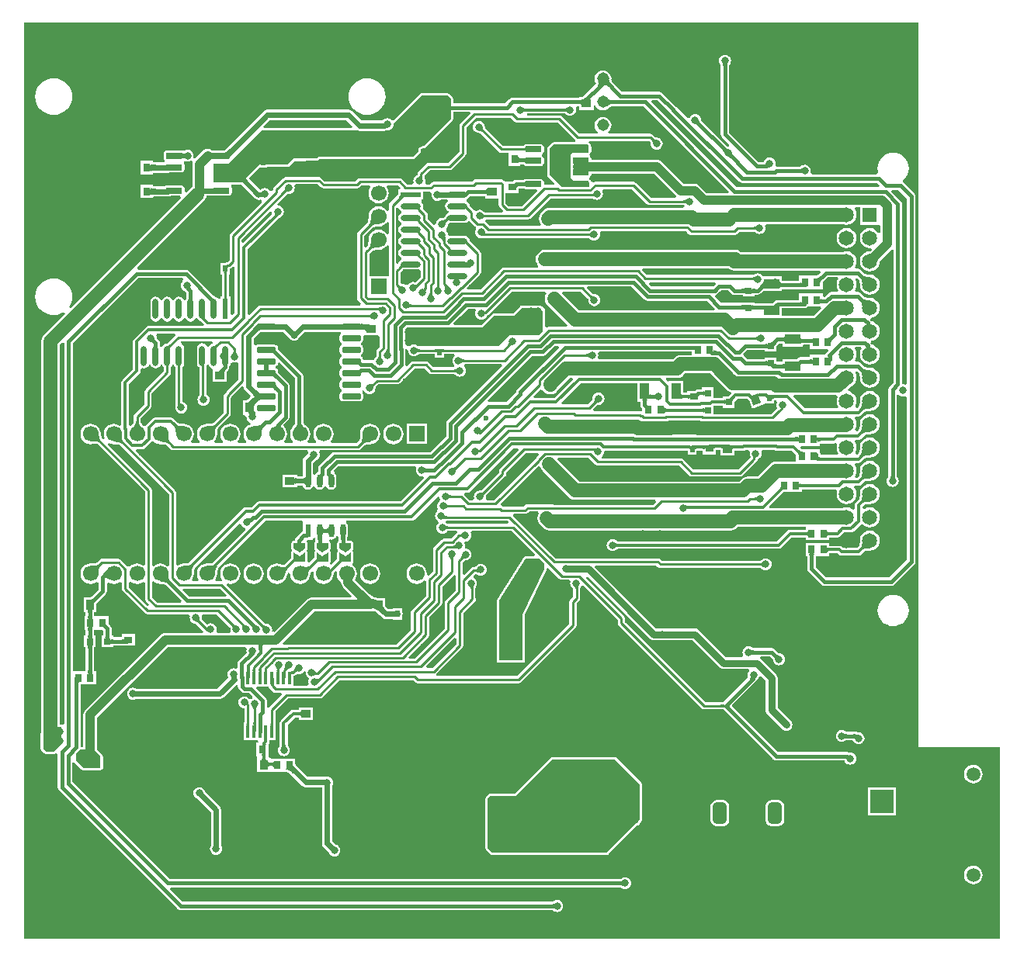
<source format=gtl>
G04*
G04 #@! TF.GenerationSoftware,Altium Limited,Altium Designer,20.0.12 (288)*
G04*
G04 Layer_Physical_Order=1*
G04 Layer_Color=255*
%FSLAX44Y44*%
%MOMM*%
G71*
G01*
G75*
%ADD11C,0.2500*%
%ADD14C,0.6000*%
G04:AMPARAMS|DCode=29|XSize=2.2044mm|YSize=0.608mm|CornerRadius=0.304mm|HoleSize=0mm|Usage=FLASHONLY|Rotation=270.000|XOffset=0mm|YOffset=0mm|HoleType=Round|Shape=RoundedRectangle|*
%AMROUNDEDRECTD29*
21,1,2.2044,0.0000,0,0,270.0*
21,1,1.5965,0.6080,0,0,270.0*
1,1,0.6080,0.0000,-0.7982*
1,1,0.6080,0.0000,0.7982*
1,1,0.6080,0.0000,0.7982*
1,1,0.6080,0.0000,-0.7982*
%
%ADD29ROUNDEDRECTD29*%
%ADD30R,0.6080X2.2044*%
G04:AMPARAMS|DCode=33|XSize=2.2044mm|YSize=0.608mm|CornerRadius=0.304mm|HoleSize=0mm|Usage=FLASHONLY|Rotation=0.000|XOffset=0mm|YOffset=0mm|HoleType=Round|Shape=RoundedRectangle|*
%AMROUNDEDRECTD33*
21,1,2.2044,0.0000,0,0,0.0*
21,1,1.5965,0.6080,0,0,0.0*
1,1,0.6080,0.7982,0.0000*
1,1,0.6080,-0.7982,0.0000*
1,1,0.6080,-0.7982,0.0000*
1,1,0.6080,0.7982,0.0000*
%
%ADD33ROUNDEDRECTD33*%
%ADD34R,2.2044X0.6080*%
%ADD39R,2.7062X0.9542*%
%ADD51R,1.2500X1.2500*%
%ADD52C,1.2500*%
%ADD53R,0.7620X0.7620*%
%ADD54R,0.5000X0.7000*%
%ADD55R,1.1100X1.7300*%
%ADD56R,2.1000X2.2500*%
%ADD57R,0.7620X0.7620*%
%ADD58O,0.5000X0.4000*%
%ADD59R,0.9500X0.8000*%
%ADD60R,0.8000X0.9500*%
%ADD61R,1.7200X1.0500*%
%ADD62R,0.3556X1.4732*%
G04:AMPARAMS|DCode=63|XSize=2.05mm|YSize=0.6mm|CornerRadius=0.075mm|HoleSize=0mm|Usage=FLASHONLY|Rotation=0.000|XOffset=0mm|YOffset=0mm|HoleType=Round|Shape=RoundedRectangle|*
%AMROUNDEDRECTD63*
21,1,2.0500,0.4500,0,0,0.0*
21,1,1.9000,0.6000,0,0,0.0*
1,1,0.1500,0.9500,-0.2250*
1,1,0.1500,-0.9500,-0.2250*
1,1,0.1500,-0.9500,0.2250*
1,1,0.1500,0.9500,0.2250*
%
%ADD63ROUNDEDRECTD63*%
%ADD64R,0.6000X1.4500*%
%ADD65O,0.6000X1.4500*%
G04:AMPARAMS|DCode=66|XSize=1.76mm|YSize=0.6mm|CornerRadius=0.075mm|HoleSize=0mm|Usage=FLASHONLY|Rotation=0.000|XOffset=0mm|YOffset=0mm|HoleType=Round|Shape=RoundedRectangle|*
%AMROUNDEDRECTD66*
21,1,1.7600,0.4500,0,0,0.0*
21,1,1.6100,0.6000,0,0,0.0*
1,1,0.1500,0.8050,-0.2250*
1,1,0.1500,-0.8050,-0.2250*
1,1,0.1500,-0.8050,0.2250*
1,1,0.1500,0.8050,0.2250*
%
%ADD66ROUNDEDRECTD66*%
%ADD67R,1.0500X0.9000*%
%ADD68R,0.9000X1.0500*%
G04:AMPARAMS|DCode=69|XSize=1.05mm|YSize=0.9mm|CornerRadius=0mm|HoleSize=0mm|Usage=FLASHONLY|Rotation=110.000|XOffset=0mm|YOffset=0mm|HoleType=Round|Shape=Rectangle|*
%AMROTATEDRECTD69*
4,1,4,0.6024,-0.3394,-0.2433,-0.6473,-0.6024,0.3394,0.2433,0.6473,0.6024,-0.3394,0.0*
%
%ADD69ROTATEDRECTD69*%

%ADD70R,2.0000X5.7000*%
%ADD71C,0.4000*%
%ADD72C,0.3810*%
%ADD73C,1.0000*%
%ADD74C,0.3000*%
%ADD75C,1.5000*%
%ADD76C,0.3500*%
%ADD77C,0.8000*%
%ADD78C,0.5000*%
%ADD79C,1.6500*%
%ADD80R,1.6500X1.6500*%
%ADD81R,2.5500X2.5500*%
%ADD82C,2.5500*%
%ADD83C,1.5080*%
G04:AMPARAMS|DCode=84|XSize=2.3mm|YSize=1.5mm|CornerRadius=0.375mm|HoleSize=0mm|Usage=FLASHONLY|Rotation=90.000|XOffset=0mm|YOffset=0mm|HoleType=Round|Shape=RoundedRectangle|*
%AMROUNDEDRECTD84*
21,1,2.3000,0.7500,0,0,90.0*
21,1,1.5500,1.5000,0,0,90.0*
1,1,0.7500,0.3750,0.7750*
1,1,0.7500,0.3750,-0.7750*
1,1,0.7500,-0.3750,-0.7750*
1,1,0.7500,-0.3750,0.7750*
%
%ADD84ROUNDEDRECTD84*%
%ADD85C,1.3080*%
%ADD86R,1.7000X1.7000*%
%ADD87C,1.7000*%
%ADD88C,0.8000*%
%ADD89C,0.6000*%
%ADD90C,1.0000*%
G36*
X975000Y209750D02*
X1064000D01*
Y0D01*
X0D01*
Y1000000D01*
X975000D01*
Y209750D01*
D02*
G37*
%LPC*%
G36*
X373630Y939577D02*
X369701Y939190D01*
X365924Y938044D01*
X362443Y936183D01*
X359391Y933679D01*
X356887Y930628D01*
X355026Y927146D01*
X353880Y923369D01*
X353493Y919440D01*
X353880Y915511D01*
X355026Y911734D01*
X356887Y908252D01*
X359391Y905201D01*
X362443Y902697D01*
X365924Y900836D01*
X369701Y899690D01*
X373630Y899303D01*
X377559Y899690D01*
X381336Y900836D01*
X384818Y902697D01*
X387869Y905201D01*
X390373Y908252D01*
X392234Y911734D01*
X393380Y915511D01*
X393767Y919440D01*
X393380Y923369D01*
X392234Y927146D01*
X390373Y930628D01*
X387869Y933679D01*
X384818Y936183D01*
X381336Y938044D01*
X377559Y939190D01*
X373630Y939577D01*
D02*
G37*
G36*
X32000D02*
X28071Y939190D01*
X24294Y938044D01*
X20812Y936183D01*
X17761Y933679D01*
X15257Y930628D01*
X13396Y927146D01*
X12250Y923369D01*
X11863Y919440D01*
X12250Y915511D01*
X13396Y911734D01*
X15257Y908252D01*
X17761Y905201D01*
X20812Y902697D01*
X24294Y900836D01*
X28071Y899690D01*
X32000Y899303D01*
X35928Y899690D01*
X39706Y900836D01*
X43187Y902697D01*
X46239Y905201D01*
X48743Y908252D01*
X50604Y911734D01*
X51750Y915511D01*
X52137Y919440D01*
X51750Y923369D01*
X50604Y927146D01*
X48743Y930628D01*
X46239Y933679D01*
X43187Y936183D01*
X39706Y938044D01*
X35928Y939190D01*
X32000Y939577D01*
D02*
G37*
G36*
X764000Y965096D02*
X762293Y964872D01*
X760702Y964213D01*
X759336Y963164D01*
X758287Y961798D01*
X757628Y960207D01*
X757404Y958500D01*
X757628Y956793D01*
X758287Y955202D01*
X759249Y953949D01*
X759263Y953924D01*
X759270Y953917D01*
X759297Y953829D01*
X759329Y953687D01*
X759355Y953525D01*
X759371Y953337D01*
Y878250D01*
X759371Y878250D01*
X759723Y876479D01*
X760727Y874977D01*
X768791Y866912D01*
X768817Y865754D01*
X768632Y865105D01*
X768212Y864663D01*
X767053Y864779D01*
X738353Y893479D01*
X738288Y893560D01*
X738180Y893712D01*
X738110Y893827D01*
X738081Y893884D01*
X738096Y894000D01*
X737872Y895707D01*
X737213Y897298D01*
X736164Y898664D01*
X734798Y899713D01*
X733207Y900372D01*
X731500Y900596D01*
X729793Y900372D01*
X728202Y899713D01*
X726836Y898664D01*
X725787Y897298D01*
X725433Y896442D01*
X723281Y895766D01*
X711055Y907991D01*
X710773Y908413D01*
X710773Y908413D01*
X695773Y923413D01*
X694271Y924417D01*
X692500Y924769D01*
X692500Y924769D01*
X651777D01*
X641087Y935459D01*
X640970Y935612D01*
X640782Y935911D01*
X640616Y936233D01*
X640473Y936585D01*
X640352Y936970D01*
X640255Y937393D01*
X640184Y937856D01*
X640141Y938362D01*
X640133Y938804D01*
X640158Y939000D01*
X639846Y941370D01*
X638931Y943579D01*
X637476Y945476D01*
X635579Y946931D01*
X633370Y947846D01*
X631000Y948158D01*
X628630Y947846D01*
X626421Y946931D01*
X624524Y945476D01*
X623069Y943579D01*
X622154Y941370D01*
X621842Y939000D01*
X622154Y936630D01*
X623069Y934421D01*
X623139Y934329D01*
X623194Y934219D01*
X623269Y934013D01*
X623302Y933858D01*
X623309Y933742D01*
X623301Y933639D01*
X623273Y933525D01*
X623214Y933378D01*
X623105Y933186D01*
X623006Y933052D01*
X610392Y920438D01*
X610207Y920277D01*
X609780Y919943D01*
X609383Y919669D01*
X609020Y919454D01*
X608694Y919292D01*
X608409Y919180D01*
X608164Y919110D01*
X607957Y919074D01*
X607627Y919055D01*
X607571Y919040D01*
X605210D01*
Y918199D01*
X604826Y918169D01*
X531994D01*
X530222Y917817D01*
X528721Y916813D01*
X528720Y916813D01*
X524036Y912129D01*
X467590D01*
Y917000D01*
X467393Y917991D01*
X466831Y918831D01*
X462831Y922831D01*
X461991Y923393D01*
X461000Y923590D01*
X433500D01*
X432509Y923393D01*
X431669Y922831D01*
X402713Y893876D01*
X400717Y894007D01*
X400706Y894021D01*
X399340Y895069D01*
X397749Y895728D01*
X396042Y895953D01*
X394335Y895728D01*
X392744Y895069D01*
X392146Y894611D01*
X391820Y894546D01*
X390168Y893442D01*
X367546D01*
X357494Y903494D01*
X355662Y904719D01*
X353500Y905149D01*
X353500Y905148D01*
X265050D01*
X265050Y905149D01*
X262888Y904719D01*
X261056Y903494D01*
X261056Y903494D01*
X220304Y862742D01*
X219683Y862193D01*
X218786Y861482D01*
X217999Y860939D01*
X217577Y860698D01*
X209975D01*
X206599Y860779D01*
X205030Y860903D01*
X204755Y860944D01*
X203853Y861636D01*
X202018Y862396D01*
X200050Y862655D01*
X198082Y862396D01*
X196248Y861636D01*
X194672Y860428D01*
X185829Y851584D01*
X184133Y852717D01*
X184372Y853293D01*
X184596Y855000D01*
X184372Y856707D01*
X183713Y858298D01*
X182664Y859664D01*
X181298Y860713D01*
X179707Y861372D01*
X178000Y861596D01*
X176293Y861372D01*
X174702Y860713D01*
X173614Y859878D01*
X173588Y859884D01*
X173359Y859955D01*
X173181Y860023D01*
X173054Y860084D01*
X172861Y860200D01*
X172799Y860222D01*
X172534Y860399D01*
X172013Y860503D01*
X171909Y860540D01*
X171843Y860536D01*
X171250Y860655D01*
X155150D01*
X153866Y860399D01*
X152778Y859672D01*
X152051Y858584D01*
X151796Y857300D01*
Y852800D01*
X152051Y851516D01*
X152778Y850428D01*
X152533Y848186D01*
X151979Y847648D01*
X141665D01*
X141474Y847655D01*
X140730Y847726D01*
X140123Y847819D01*
X140040Y847839D01*
Y849290D01*
X137566D01*
X137470Y849309D01*
X137373Y849290D01*
X126960D01*
Y834710D01*
X137373D01*
X137470Y834691D01*
X137566Y834710D01*
X140040D01*
Y836161D01*
X140123Y836181D01*
X140700Y836270D01*
X141842Y836351D01*
X157050D01*
X157050Y836351D01*
X158810Y836702D01*
X163200D01*
X163421Y836746D01*
X171250D01*
X172534Y837001D01*
X173622Y837728D01*
X174349Y838816D01*
X174604Y840100D01*
Y844600D01*
X174349Y845884D01*
X173740Y846795D01*
X173651Y847152D01*
X173976Y849141D01*
X174520Y849409D01*
X174544Y849408D01*
X174702Y849287D01*
X176293Y848628D01*
X178000Y848404D01*
X179707Y848628D01*
X181298Y849287D01*
X182122Y849919D01*
X183764Y848659D01*
X183354Y847668D01*
X183095Y845700D01*
Y820996D01*
X181289Y819611D01*
X176604Y814926D01*
X174604Y815754D01*
Y819200D01*
X174349Y820484D01*
X173622Y821572D01*
X172534Y822299D01*
X171250Y822554D01*
X163421D01*
X163200Y822598D01*
X157400D01*
X157178Y822554D01*
X155150D01*
X153866Y822299D01*
X152893Y821648D01*
X141665D01*
X141474Y821655D01*
X140730Y821726D01*
X140123Y821819D01*
X140040Y821839D01*
Y823290D01*
X137566D01*
X137470Y823309D01*
X137373Y823290D01*
X126960D01*
Y808710D01*
X137373D01*
X137470Y808691D01*
X137566Y808710D01*
X140040D01*
Y810161D01*
X140123Y810181D01*
X140700Y810270D01*
X141842Y810351D01*
X156450D01*
X156450Y810351D01*
X158612Y810781D01*
X159390Y811301D01*
X163200D01*
X163421Y811346D01*
X170196D01*
X171024Y809345D01*
X50318Y688640D01*
X48743Y689812D01*
X50604Y693294D01*
X51750Y697072D01*
X52137Y701000D01*
X51750Y704929D01*
X50604Y708706D01*
X48743Y712188D01*
X46239Y715239D01*
X43187Y717743D01*
X39706Y719604D01*
X35928Y720750D01*
X32000Y721137D01*
X28071Y720750D01*
X24294Y719604D01*
X20812Y717743D01*
X17761Y715239D01*
X15257Y712188D01*
X13396Y708706D01*
X12250Y704929D01*
X11863Y701000D01*
X12250Y697072D01*
X13396Y693294D01*
X15257Y689812D01*
X17761Y686761D01*
X20812Y684257D01*
X24294Y682396D01*
X28071Y681250D01*
X32000Y680863D01*
X35928Y681250D01*
X39706Y682396D01*
X43187Y684257D01*
X44360Y682682D01*
X21589Y659911D01*
X19980Y657813D01*
X18968Y655371D01*
X18623Y652750D01*
X18623Y652750D01*
Y226689D01*
X18597Y226672D01*
X18363Y226322D01*
X18107Y225989D01*
X18084Y225904D01*
X18036Y225832D01*
X17954Y225419D01*
X17844Y225013D01*
X17856Y224926D01*
X17839Y224840D01*
X17838Y208061D01*
X18036Y207070D01*
X18597Y206229D01*
X21817Y203009D01*
X22658Y202448D01*
X23649Y202251D01*
X32428Y202251D01*
X33419Y202448D01*
X34260Y203009D01*
X34331Y203081D01*
X36331Y202252D01*
Y165877D01*
X36331Y165877D01*
X36683Y164105D01*
X37687Y162604D01*
X167564Y32727D01*
X167564Y32727D01*
X169065Y31723D01*
X170837Y31371D01*
X575896D01*
X575994Y31360D01*
X576187Y31329D01*
X576330Y31297D01*
X576417Y31270D01*
X576424Y31263D01*
X576449Y31249D01*
X577702Y30287D01*
X579293Y29628D01*
X581000Y29404D01*
X582707Y29628D01*
X584298Y30287D01*
X585664Y31336D01*
X586713Y32702D01*
X587372Y34293D01*
X587596Y36000D01*
X587372Y37707D01*
X586713Y39298D01*
X585664Y40664D01*
X584298Y41713D01*
X582707Y42372D01*
X581000Y42596D01*
X579293Y42372D01*
X577702Y41713D01*
X576449Y40751D01*
X576424Y40737D01*
X576417Y40730D01*
X576329Y40703D01*
X576187Y40671D01*
X576025Y40644D01*
X575837Y40629D01*
X172754D01*
X158860Y54523D01*
X159625Y56371D01*
X649896D01*
X649994Y56361D01*
X650187Y56329D01*
X650330Y56297D01*
X650417Y56270D01*
X650424Y56263D01*
X650449Y56249D01*
X651702Y55287D01*
X653293Y54628D01*
X655000Y54404D01*
X656707Y54628D01*
X658298Y55287D01*
X659664Y56336D01*
X660713Y57702D01*
X661372Y59293D01*
X661596Y61000D01*
X661372Y62707D01*
X660713Y64298D01*
X659664Y65664D01*
X658298Y66713D01*
X656707Y67372D01*
X655000Y67596D01*
X653293Y67372D01*
X651702Y66713D01*
X650449Y65751D01*
X650424Y65737D01*
X650417Y65730D01*
X650330Y65703D01*
X650187Y65671D01*
X650025Y65644D01*
X649837Y65629D01*
X158417D01*
X52129Y171917D01*
Y192622D01*
X54129Y193228D01*
X54169Y193169D01*
X62169Y185169D01*
X63009Y184607D01*
X64000Y184410D01*
X83000Y184410D01*
X83991Y184607D01*
X84831Y185169D01*
X85393Y186009D01*
X85590Y187000D01*
Y199000D01*
X85508Y199413D01*
X85453Y199830D01*
X85410Y199905D01*
X85393Y199991D01*
X85159Y200341D01*
X84949Y200705D01*
X79605Y206813D01*
Y241600D01*
X156706Y318700D01*
X241148D01*
X242485Y316700D01*
X242390Y316473D01*
X242166Y314765D01*
X242390Y313058D01*
X242586Y312586D01*
X233827Y303827D01*
X232823Y302325D01*
X232471Y300553D01*
X232471Y300553D01*
Y296363D01*
X230471Y295142D01*
X229917Y295372D01*
X228210Y295596D01*
X226503Y295372D01*
X224912Y294713D01*
X223546Y293664D01*
X222497Y292298D01*
X221838Y290707D01*
X221614Y289000D01*
X221838Y287293D01*
X222497Y285702D01*
X222700Y285438D01*
X210660Y273398D01*
X121882D01*
X121798Y273463D01*
X120207Y274122D01*
X118500Y274346D01*
X116793Y274122D01*
X115202Y273463D01*
X113836Y272414D01*
X112787Y271048D01*
X112128Y269457D01*
X111904Y267750D01*
X112128Y266043D01*
X112787Y264452D01*
X113836Y263086D01*
X115202Y262037D01*
X116793Y261378D01*
X118500Y261154D01*
X120207Y261378D01*
X121798Y262037D01*
X121882Y262101D01*
X213000D01*
X213000Y262101D01*
X215162Y262532D01*
X216994Y263756D01*
X230845Y277607D01*
X232693Y276842D01*
Y275964D01*
X232693Y275963D01*
X233045Y274192D01*
X234049Y272690D01*
X236708Y270031D01*
X236708Y270031D01*
X238210Y269027D01*
X239981Y268675D01*
X239982Y268675D01*
X244779D01*
X248765Y264689D01*
X248295Y262330D01*
X248092Y262246D01*
X247625Y261887D01*
X245952Y261714D01*
X245059Y262311D01*
X244500Y263039D01*
X243134Y264087D01*
X241543Y264746D01*
X239836Y264971D01*
X238129Y264746D01*
X236538Y264087D01*
X235172Y263039D01*
X234123Y261673D01*
X233464Y260082D01*
X233239Y258375D01*
X233464Y256667D01*
X234123Y255076D01*
X235172Y253710D01*
X236538Y252662D01*
X238129Y252003D01*
X239738Y251791D01*
Y236696D01*
X239322D01*
Y234428D01*
X239320Y234421D01*
X239322Y234391D01*
Y234222D01*
X239303Y234125D01*
X239322Y234029D01*
Y216884D01*
X254493D01*
X255674Y214884D01*
X255347Y214290D01*
X252960D01*
Y199710D01*
X253767D01*
X253960Y197790D01*
X253960D01*
Y182210D01*
X267563D01*
X268040Y182210D01*
X268040Y182210D01*
X269460Y182460D01*
Y182460D01*
X284825D01*
X284883Y182445D01*
X285486Y182411D01*
X285969Y182329D01*
X286488Y182185D01*
X287047Y181972D01*
X287644Y181683D01*
X288280Y181312D01*
X288919Y180876D01*
X290127Y179885D01*
X302687Y167325D01*
X302687Y167325D01*
X304520Y166100D01*
X306681Y165670D01*
X306681Y165670D01*
X324607D01*
Y104494D01*
X324607Y104494D01*
X325037Y102332D01*
X326262Y100500D01*
X331615Y95147D01*
X331628Y95043D01*
X332287Y93452D01*
X333336Y92086D01*
X334702Y91037D01*
X336293Y90378D01*
X338000Y90154D01*
X339707Y90378D01*
X341298Y91037D01*
X342664Y92086D01*
X343713Y93452D01*
X344372Y95043D01*
X344596Y96750D01*
X344372Y98457D01*
X343713Y100048D01*
X342664Y101414D01*
X341298Y102463D01*
X339707Y103122D01*
X339603Y103135D01*
X335904Y106834D01*
Y167554D01*
X335969Y167638D01*
X336628Y169229D01*
X336852Y170936D01*
X336628Y172644D01*
X335969Y174235D01*
X334920Y175601D01*
X333554Y176649D01*
X331963Y177308D01*
X330256Y177533D01*
X328549Y177308D01*
X327727Y176968D01*
X309021D01*
X298007Y187981D01*
X296992Y189075D01*
X296265Y189986D01*
X295705Y190792D01*
X295540Y191081D01*
Y193493D01*
X295558Y193602D01*
X295540Y193678D01*
Y197040D01*
X269736D01*
X268040Y197790D01*
D01*
X266195Y198165D01*
X266040Y199710D01*
X266040D01*
Y202173D01*
X266059Y202267D01*
X266040Y202367D01*
Y211638D01*
X266059Y211738D01*
X266040Y211831D01*
Y212330D01*
X266291Y212581D01*
X267239Y214000D01*
X267572Y215674D01*
Y216884D01*
X274120D01*
Y234029D01*
X274139Y234125D01*
X274120Y234222D01*
Y236696D01*
X273666D01*
Y248951D01*
X287351Y262636D01*
X322250D01*
X323729Y262930D01*
X324982Y263768D01*
X343601Y282386D01*
X424285D01*
X426194Y280477D01*
X427447Y279640D01*
X428926Y279346D01*
X538838D01*
X540316Y279640D01*
X541570Y280477D01*
X600982Y339890D01*
X601820Y341143D01*
X602114Y342622D01*
Y366649D01*
X604787Y369322D01*
X605625Y370576D01*
X605919Y372055D01*
Y382605D01*
X605920Y382616D01*
X605951Y382769D01*
X605997Y382929D01*
X606059Y383099D01*
X606142Y383281D01*
X606246Y383476D01*
X606375Y383684D01*
X606531Y383904D01*
X606757Y384188D01*
X606874Y384416D01*
X607378Y385072D01*
X607468Y385290D01*
X609827Y385760D01*
X647100Y348487D01*
Y344942D01*
X647394Y343463D01*
X648232Y342209D01*
X738423Y252018D01*
X738423Y252018D01*
X739677Y251180D01*
X741156Y250886D01*
X741156Y250886D01*
X761562D01*
X761688Y250884D01*
X762088Y250865D01*
X816727Y196227D01*
X816727Y196227D01*
X818229Y195223D01*
X820000Y194871D01*
X820000Y194871D01*
X894303D01*
X894787Y193702D01*
X895836Y192336D01*
X897202Y191287D01*
X898793Y190628D01*
X900500Y190404D01*
X902207Y190628D01*
X903798Y191287D01*
X905164Y192336D01*
X906213Y193702D01*
X906872Y195293D01*
X907096Y197000D01*
X906872Y198707D01*
X906213Y200298D01*
X905164Y201664D01*
X903798Y202713D01*
X902207Y203372D01*
X900500Y203596D01*
X899212Y203427D01*
X898689Y203777D01*
X896918Y204129D01*
X896917Y204129D01*
X821917D01*
X771892Y254154D01*
X771733Y254382D01*
X771635Y254577D01*
X771601Y254690D01*
X771595Y254750D01*
X771601Y254810D01*
X771635Y254923D01*
X771733Y255118D01*
X771892Y255346D01*
X797616Y281069D01*
X797616Y281069D01*
X798619Y282571D01*
X798622Y282585D01*
X798859Y282862D01*
X799772Y283563D01*
X800820Y284929D01*
X801360Y286232D01*
X802368Y286674D01*
X803544Y286877D01*
X808154Y282268D01*
Y250250D01*
X808378Y248543D01*
X809037Y246952D01*
X810086Y245586D01*
X825923Y229748D01*
X826336Y229211D01*
X827702Y228162D01*
X829293Y227503D01*
X831000Y227279D01*
X832707Y227503D01*
X834298Y228162D01*
X835664Y229211D01*
X836713Y230577D01*
X837372Y232168D01*
X837596Y233875D01*
Y234000D01*
X837372Y235707D01*
X836713Y237298D01*
X835664Y238664D01*
X821346Y252982D01*
Y285000D01*
X821122Y286707D01*
X820463Y288298D01*
X819414Y289664D01*
X803164Y305914D01*
X802569Y306371D01*
X803248Y308371D01*
X813417D01*
X816096Y305692D01*
X816158Y305615D01*
X816273Y305456D01*
X816350Y305332D01*
X816393Y305252D01*
X816394Y305242D01*
X816401Y305215D01*
X816607Y303649D01*
X817266Y302058D01*
X818314Y300692D01*
X819680Y299643D01*
X821271Y298984D01*
X822979Y298760D01*
X824686Y298984D01*
X826277Y299643D01*
X827643Y300692D01*
X828691Y302058D01*
X829350Y303649D01*
X829575Y305356D01*
X829350Y307063D01*
X828691Y308654D01*
X827643Y310020D01*
X826277Y311069D01*
X824686Y311728D01*
X823120Y311934D01*
X823092Y311941D01*
X823083Y311942D01*
X823002Y311984D01*
X822878Y312062D01*
X822745Y312158D01*
X822601Y312280D01*
X818608Y316273D01*
X817106Y317277D01*
X815335Y317629D01*
X815334Y317629D01*
X794854D01*
X794756Y317640D01*
X794563Y317671D01*
X794420Y317703D01*
X794333Y317730D01*
X794326Y317737D01*
X794302Y317751D01*
X793048Y318713D01*
X791457Y319372D01*
X789750Y319596D01*
X788043Y319372D01*
X786452Y318713D01*
X785086Y317664D01*
X784037Y316298D01*
X783378Y314707D01*
X783154Y313000D01*
X783378Y311293D01*
X784037Y309702D01*
X782940Y307846D01*
X765232D01*
X735795Y337284D01*
X734429Y338332D01*
X732838Y338991D01*
X731131Y339216D01*
X689113D01*
X622301Y406028D01*
X623066Y407876D01*
X689230D01*
X690808Y406297D01*
X692061Y405460D01*
X693540Y405166D01*
X802366D01*
X802373Y405165D01*
X802500Y405137D01*
X802629Y405096D01*
X802763Y405040D01*
X802907Y404966D01*
X803062Y404870D01*
X803229Y404748D01*
X803409Y404597D01*
X803611Y404403D01*
X803640Y404365D01*
X805006Y403317D01*
X806597Y402658D01*
X808304Y402433D01*
X810012Y402658D01*
X811603Y403317D01*
X812969Y404365D01*
X814017Y405732D01*
X814676Y407323D01*
X814901Y409030D01*
X814676Y410737D01*
X814017Y412328D01*
X812969Y413694D01*
X811603Y414743D01*
X810012Y415401D01*
X808304Y415626D01*
X806597Y415401D01*
X805006Y414743D01*
X803640Y413694D01*
X803611Y413657D01*
X803409Y413462D01*
X803230Y413312D01*
X803062Y413190D01*
X802907Y413093D01*
X802763Y413019D01*
X802629Y412964D01*
X802500Y412923D01*
X802373Y412895D01*
X802366Y412894D01*
X695141D01*
X693562Y414473D01*
X692309Y415310D01*
X690830Y415604D01*
X579155D01*
X532773Y461986D01*
X533601Y463986D01*
X546123D01*
X547602Y464280D01*
X548856Y465118D01*
X550458Y466720D01*
X560092D01*
X561078Y464720D01*
X560800Y464358D01*
X559788Y461916D01*
X559443Y459295D01*
X559788Y456674D01*
X560800Y454231D01*
X562409Y452134D01*
X565457Y449086D01*
X565457Y449086D01*
X567555Y447476D01*
X569997Y446465D01*
X572618Y446120D01*
X572618Y446120D01*
X769985D01*
X769985Y446120D01*
X772606Y446465D01*
X775049Y447476D01*
X777146Y449086D01*
X777934Y449873D01*
X849995D01*
X851960Y449790D01*
Y446619D01*
X835000D01*
X833424Y446306D01*
X832087Y445413D01*
X820794Y434119D01*
X647232D01*
X647075Y434148D01*
X646929Y434186D01*
X646799Y434232D01*
X646680Y434285D01*
X646568Y434347D01*
X646459Y434421D01*
X646349Y434509D01*
X646221Y434630D01*
X646194Y434664D01*
X644828Y435713D01*
X643237Y436372D01*
X641530Y436596D01*
X639823Y436372D01*
X638232Y435713D01*
X636866Y434664D01*
X635817Y433298D01*
X635158Y431707D01*
X634933Y430000D01*
X635158Y428293D01*
X635817Y426702D01*
X636866Y425336D01*
X638232Y424287D01*
X639823Y423628D01*
X641530Y423404D01*
X643237Y423628D01*
X644828Y424287D01*
X646194Y425336D01*
X646221Y425370D01*
X646349Y425491D01*
X646459Y425579D01*
X646568Y425653D01*
X646680Y425715D01*
X646799Y425768D01*
X646929Y425814D01*
X647075Y425852D01*
X647232Y425881D01*
X822500D01*
X824076Y426194D01*
X825413Y427087D01*
X836706Y438381D01*
X851960D01*
Y435210D01*
X878040D01*
Y438381D01*
X886819D01*
X888396Y438694D01*
X889732Y439587D01*
X894035Y443891D01*
X901691D01*
X903267Y444204D01*
X904603Y445097D01*
X911926Y452420D01*
X914075Y452587D01*
X914557Y452411D01*
X916558Y450875D01*
X919183Y449788D01*
X922000Y449417D01*
X924817Y449788D01*
X927442Y450875D01*
X929696Y452604D01*
X931425Y454859D01*
X932512Y457483D01*
X932883Y460300D01*
X932512Y463117D01*
X931425Y465742D01*
X929696Y467995D01*
X927442Y469725D01*
X924817Y470812D01*
X922000Y471183D01*
X919183Y470812D01*
X916558Y469725D01*
X916089Y469365D01*
X914293Y470200D01*
X914110Y471985D01*
X915876Y473750D01*
X916129Y473918D01*
X916497Y474106D01*
X916967Y474288D01*
X917541Y474457D01*
X918216Y474603D01*
X918961Y474715D01*
X920863Y474852D01*
X921683Y474859D01*
X922000Y474817D01*
X924817Y475188D01*
X927442Y476275D01*
X929696Y478004D01*
X931425Y480258D01*
X932512Y482883D01*
X932883Y485700D01*
X932512Y488517D01*
X931425Y491142D01*
X929696Y493396D01*
X927442Y495125D01*
X924817Y496212D01*
X922000Y496583D01*
X919183Y496212D01*
X916558Y495125D01*
X914305Y493396D01*
X912575Y491142D01*
X911488Y488517D01*
X911117Y485700D01*
X911154Y485418D01*
X911101Y483539D01*
X911020Y482692D01*
X910903Y481916D01*
X910757Y481241D01*
X910589Y480667D01*
X910406Y480197D01*
X910218Y479829D01*
X910050Y479576D01*
X906797Y476323D01*
X905904Y474986D01*
X905591Y473410D01*
Y469447D01*
X903591Y468536D01*
X902042Y469725D01*
X899417Y470812D01*
X896600Y471183D01*
X893783Y470812D01*
X892128Y470127D01*
X812815D01*
X812050Y471974D01*
X826921Y486846D01*
X827418Y487308D01*
X827811Y487623D01*
X827934Y487710D01*
X848040D01*
Y490881D01*
X885267D01*
X886378Y489218D01*
X886088Y488517D01*
X885717Y485700D01*
X886088Y482883D01*
X887175Y480258D01*
X888904Y478004D01*
X891158Y476275D01*
X893783Y475188D01*
X896600Y474817D01*
X899417Y475188D01*
X902042Y476275D01*
X904296Y478004D01*
X906025Y480258D01*
X907112Y482883D01*
X907483Y485700D01*
X907112Y488517D01*
X906025Y491142D01*
X904836Y492691D01*
X905747Y494691D01*
X909710D01*
X911286Y495004D01*
X912623Y495897D01*
X915876Y499150D01*
X916129Y499318D01*
X916497Y499506D01*
X916967Y499688D01*
X917541Y499857D01*
X918216Y500003D01*
X918961Y500115D01*
X920863Y500252D01*
X921683Y500259D01*
X922000Y500217D01*
X924817Y500588D01*
X927442Y501675D01*
X929696Y503405D01*
X931425Y505658D01*
X932512Y508283D01*
X932883Y511100D01*
X932512Y513917D01*
X931425Y516541D01*
X929696Y518796D01*
X927442Y520525D01*
X924817Y521612D01*
X922000Y521983D01*
X919183Y521612D01*
X916558Y520525D01*
X914305Y518796D01*
X912575Y516541D01*
X911488Y513917D01*
X911117Y511100D01*
X911154Y510818D01*
X911101Y508939D01*
X911020Y508092D01*
X910903Y507316D01*
X910757Y506641D01*
X910589Y506067D01*
X910406Y505597D01*
X910218Y505229D01*
X910050Y504976D01*
X908285Y503210D01*
X906500Y503393D01*
X905665Y505189D01*
X906025Y505658D01*
X907112Y508283D01*
X907483Y511100D01*
X907112Y513917D01*
X906025Y516541D01*
X905224Y517586D01*
X906210Y519586D01*
X909460D01*
X911134Y519919D01*
X912553Y520867D01*
X916157Y524471D01*
X916425Y524656D01*
X916807Y524862D01*
X917273Y525058D01*
X917826Y525235D01*
X918467Y525388D01*
X919162Y525505D01*
X920943Y525650D01*
X921687Y525658D01*
X922000Y525617D01*
X924817Y525988D01*
X927442Y527075D01*
X929696Y528805D01*
X931425Y531059D01*
X932512Y533683D01*
X932883Y536500D01*
X932512Y539317D01*
X931425Y541941D01*
X929696Y544196D01*
X927442Y545925D01*
X924817Y547012D01*
X922000Y547383D01*
X919183Y547012D01*
X916558Y545925D01*
X914305Y544196D01*
X912575Y541941D01*
X911488Y539317D01*
X911117Y536500D01*
X911153Y536226D01*
X911096Y534481D01*
X911011Y533696D01*
X910888Y532967D01*
X910735Y532326D01*
X910558Y531773D01*
X910362Y531307D01*
X910156Y530925D01*
X909971Y530657D01*
X908267Y528952D01*
X907030Y529102D01*
X906071Y530969D01*
X906065Y531156D01*
X907112Y533683D01*
X907483Y536500D01*
X907112Y539317D01*
X906025Y541941D01*
X905469Y542666D01*
X906456Y544666D01*
X909140D01*
X910814Y544999D01*
X912233Y545947D01*
X916157Y549871D01*
X916425Y550056D01*
X916807Y550262D01*
X917273Y550458D01*
X917826Y550635D01*
X918467Y550788D01*
X919162Y550905D01*
X920943Y551050D01*
X921687Y551058D01*
X922000Y551017D01*
X924817Y551388D01*
X927442Y552475D01*
X929696Y554204D01*
X931425Y556459D01*
X932512Y559083D01*
X932883Y561900D01*
X932512Y564717D01*
X931425Y567341D01*
X929696Y569595D01*
X927442Y571325D01*
X924817Y572412D01*
X922000Y572783D01*
X919183Y572412D01*
X916558Y571325D01*
X914305Y569595D01*
X912575Y567341D01*
X911488Y564717D01*
X911117Y561900D01*
X911153Y561626D01*
X911096Y559881D01*
X911011Y559096D01*
X910888Y558367D01*
X910735Y557726D01*
X910558Y557173D01*
X910362Y556707D01*
X910156Y556325D01*
X909971Y556057D01*
X908017Y554102D01*
X906849Y554247D01*
X905953Y556364D01*
X906025Y556459D01*
X907112Y559083D01*
X907483Y561900D01*
X907112Y564717D01*
X906025Y567341D01*
X905224Y568386D01*
X906210Y570386D01*
X909460D01*
X911134Y570719D01*
X912553Y571667D01*
X916157Y575271D01*
X916425Y575456D01*
X916807Y575662D01*
X917273Y575858D01*
X917826Y576035D01*
X918467Y576188D01*
X919162Y576305D01*
X920943Y576450D01*
X921687Y576458D01*
X922000Y576417D01*
X924817Y576788D01*
X927442Y577875D01*
X929696Y579604D01*
X931425Y581858D01*
X932512Y584483D01*
X932883Y587300D01*
X932512Y590117D01*
X931425Y592742D01*
X929696Y594995D01*
X927442Y596725D01*
X924817Y597812D01*
X922000Y598183D01*
X919183Y597812D01*
X916558Y596725D01*
X914305Y594995D01*
X912575Y592742D01*
X911488Y590117D01*
X911117Y587300D01*
X911153Y587026D01*
X911096Y585281D01*
X911011Y584496D01*
X910888Y583767D01*
X910735Y583126D01*
X910558Y582573D01*
X910362Y582107D01*
X910156Y581725D01*
X909971Y581457D01*
X908267Y579753D01*
X907030Y579902D01*
X906071Y581769D01*
X906065Y581956D01*
X907112Y584483D01*
X907483Y587300D01*
X907112Y590117D01*
X906025Y592742D01*
X904296Y594995D01*
X902042Y596725D01*
X899417Y597812D01*
X898515Y597931D01*
X897798Y600043D01*
X900315Y602560D01*
X902042Y603275D01*
X904296Y605005D01*
X906025Y607258D01*
X907112Y609883D01*
X907483Y612700D01*
X907112Y615517D01*
X906188Y617748D01*
X906645Y619068D01*
X907199Y619897D01*
X908255Y620035D01*
X909926Y618365D01*
X910118Y618092D01*
X910337Y617700D01*
X910540Y617237D01*
X910723Y616696D01*
X910880Y616076D01*
X910999Y615412D01*
X911149Y613706D01*
X911158Y613010D01*
X911117Y612700D01*
X911488Y609883D01*
X912575Y607258D01*
X914305Y605005D01*
X916558Y603275D01*
X919183Y602188D01*
X922000Y601817D01*
X924817Y602188D01*
X927442Y603275D01*
X929696Y605005D01*
X931425Y607258D01*
X932512Y609883D01*
X932883Y612700D01*
X932512Y615517D01*
X931425Y618142D01*
X929696Y620396D01*
X927442Y622125D01*
X924817Y623212D01*
X922000Y623583D01*
X921690Y623542D01*
X920960Y623551D01*
X920103Y623604D01*
X919324Y623694D01*
X918624Y623820D01*
X918004Y623977D01*
X917463Y624160D01*
X917000Y624363D01*
X916608Y624582D01*
X916335Y624774D01*
X912510Y628600D01*
X911039Y629582D01*
X909305Y629927D01*
X906450D01*
X905464Y631927D01*
X906025Y632659D01*
X907112Y635283D01*
X907483Y638100D01*
X907112Y640917D01*
X906025Y643541D01*
X905471Y644263D01*
X906458Y646263D01*
X912142D01*
X913129Y644263D01*
X912575Y643541D01*
X911488Y640917D01*
X911117Y638100D01*
X911488Y635283D01*
X912575Y632659D01*
X914305Y630405D01*
X916558Y628675D01*
X919183Y627588D01*
X922000Y627217D01*
X924817Y627588D01*
X927442Y628675D01*
X929696Y630405D01*
X931425Y632659D01*
X932512Y635283D01*
X932883Y638100D01*
X932512Y640917D01*
X931425Y643541D01*
X929696Y645796D01*
X927442Y647525D01*
X924817Y648612D01*
X923906Y648732D01*
X923759Y649469D01*
X922923Y650721D01*
X923094Y651590D01*
X923703Y652841D01*
X924817Y652988D01*
X927442Y654075D01*
X929696Y655805D01*
X931425Y658058D01*
X932512Y660683D01*
X932883Y663500D01*
X932512Y666317D01*
X931425Y668941D01*
X929696Y671196D01*
X927442Y672925D01*
X924817Y674012D01*
X923699Y674159D01*
X922776Y675540D01*
X922280Y676036D01*
X922997Y678148D01*
X924817Y678388D01*
X927442Y679475D01*
X929696Y681205D01*
X931425Y683458D01*
X932512Y686083D01*
X932883Y688900D01*
X932512Y691717D01*
X931425Y694342D01*
X929696Y696596D01*
X927442Y698325D01*
X924817Y699412D01*
X922000Y699783D01*
X921690Y699742D01*
X920960Y699751D01*
X920103Y699804D01*
X919324Y699894D01*
X918624Y700020D01*
X918004Y700177D01*
X917463Y700359D01*
X917000Y700563D01*
X916608Y700782D01*
X916335Y700974D01*
X912500Y704810D01*
X911029Y705792D01*
X909295Y706137D01*
X906458D01*
X905471Y708137D01*
X906025Y708858D01*
X907112Y711483D01*
X907483Y714300D01*
X907112Y717117D01*
X906188Y719349D01*
X906645Y720668D01*
X907199Y721497D01*
X908255Y721635D01*
X909926Y719965D01*
X910118Y719692D01*
X910337Y719300D01*
X910540Y718837D01*
X910723Y718296D01*
X910880Y717676D01*
X910999Y717012D01*
X911149Y715306D01*
X911158Y714610D01*
X911117Y714300D01*
X911488Y711483D01*
X912575Y708858D01*
X914305Y706605D01*
X916558Y704875D01*
X919183Y703788D01*
X922000Y703417D01*
X924817Y703788D01*
X927442Y704875D01*
X929696Y706605D01*
X931425Y708858D01*
X932512Y711483D01*
X932883Y714300D01*
X932512Y717117D01*
X931425Y719742D01*
X929696Y721995D01*
X927442Y723725D01*
X924817Y724812D01*
X922000Y725183D01*
X921690Y725142D01*
X920960Y725151D01*
X920103Y725204D01*
X919324Y725294D01*
X918624Y725420D01*
X918004Y725577D01*
X917463Y725760D01*
X917000Y725963D01*
X916608Y726182D01*
X916335Y726374D01*
X912510Y730200D01*
X911039Y731182D01*
X909305Y731527D01*
X906450D01*
X905464Y733527D01*
X906025Y734258D01*
X907112Y736883D01*
X907483Y739700D01*
X907112Y742517D01*
X906025Y745142D01*
X904296Y747395D01*
X902042Y749125D01*
X899417Y750212D01*
X896600Y750583D01*
X893783Y750212D01*
X892852Y749827D01*
X781128D01*
X779851Y750806D01*
X777409Y751818D01*
X774788Y752163D01*
X567996D01*
X567996Y752163D01*
X565375Y751818D01*
X562933Y750806D01*
X560836Y749197D01*
X560589Y748951D01*
X558980Y746853D01*
X557968Y744411D01*
X557623Y741790D01*
X557968Y739169D01*
X558980Y736727D01*
X560421Y734849D01*
X560221Y733951D01*
X559624Y732849D01*
X523147D01*
X523147Y732849D01*
X521668Y732555D01*
X520414Y731718D01*
X497659Y708962D01*
X483140D01*
X482374Y710809D01*
X496772Y725208D01*
X497610Y726461D01*
X497904Y727940D01*
Y748101D01*
X497610Y749580D01*
X496772Y750834D01*
X486116Y761490D01*
X485946Y761682D01*
X485899Y761741D01*
X485930Y761900D01*
X485497Y764077D01*
X484264Y765923D01*
X482418Y767156D01*
X480241Y767589D01*
X464277D01*
X464101Y767554D01*
X463722Y767676D01*
X462033Y769182D01*
X461941Y769881D01*
X461282Y771471D01*
X460234Y772838D01*
X459926Y773074D01*
X459850Y775536D01*
X459914Y775586D01*
X460963Y776952D01*
X461622Y778543D01*
X461834Y780159D01*
X461910Y780333D01*
X462017Y780472D01*
X462858Y781303D01*
X463030Y781427D01*
X463624Y781741D01*
X464277Y781611D01*
X480241D01*
X482418Y782044D01*
X484264Y783277D01*
X485836Y783432D01*
X491490Y777778D01*
X491971Y777457D01*
X492055Y777359D01*
X492519Y775322D01*
X492468Y774956D01*
X492197Y774602D01*
X491538Y773011D01*
X491313Y771304D01*
X491538Y769597D01*
X492197Y768006D01*
X493245Y766639D01*
X494611Y765591D01*
X496202Y764932D01*
X497909Y764707D01*
X498782Y764822D01*
X498854Y764810D01*
X502638Y764923D01*
X615342D01*
X615349Y764922D01*
X615476Y764894D01*
X615605Y764854D01*
X615739Y764798D01*
X615883Y764724D01*
X616038Y764628D01*
X616205Y764506D01*
X616384Y764355D01*
X616587Y764161D01*
X616616Y764123D01*
X617982Y763075D01*
X619573Y762416D01*
X621280Y762191D01*
X622988Y762416D01*
X624579Y763075D01*
X625945Y764123D01*
X626993Y765489D01*
X627652Y767080D01*
X627877Y768788D01*
X627652Y770495D01*
X627474Y770925D01*
X628766Y772925D01*
X721211D01*
X724701Y769436D01*
X724701Y769436D01*
X725955Y768598D01*
X727433Y768304D01*
X727434Y768304D01*
X773918D01*
X775397Y768598D01*
X776651Y769436D01*
X779334Y772119D01*
X795651D01*
X795658Y772118D01*
X795785Y772090D01*
X795913Y772049D01*
X796048Y771993D01*
X796192Y771919D01*
X796347Y771823D01*
X796514Y771702D01*
X796693Y771551D01*
X796896Y771356D01*
X796925Y771319D01*
X798291Y770270D01*
X799882Y769611D01*
X801589Y769387D01*
X803297Y769611D01*
X804888Y770270D01*
X806254Y771319D01*
X807302Y772685D01*
X807961Y774276D01*
X808186Y775983D01*
X807961Y777690D01*
X807678Y778373D01*
X808823Y780373D01*
X892852D01*
X893783Y779988D01*
X896600Y779617D01*
X899417Y779988D01*
X902042Y781075D01*
X904296Y782804D01*
X906025Y785059D01*
X907112Y787683D01*
X907483Y790500D01*
X907112Y793317D01*
X906025Y795941D01*
X905294Y796895D01*
X906280Y798895D01*
X911210D01*
Y779710D01*
X932790D01*
X933395Y777961D01*
Y771012D01*
X931522Y770565D01*
X931395Y770581D01*
X929696Y772795D01*
X927442Y774525D01*
X924817Y775612D01*
X922000Y775983D01*
X919183Y775612D01*
X916558Y774525D01*
X914305Y772795D01*
X912575Y770542D01*
X911488Y767917D01*
X911117Y765100D01*
X911488Y762283D01*
X912575Y759659D01*
X914305Y757404D01*
X916558Y755675D01*
X919183Y754588D01*
X922000Y754217D01*
X923075Y754358D01*
X924009Y752464D01*
X924000Y752456D01*
X923049Y751575D01*
X922175Y750854D01*
X921882Y750643D01*
X921729Y750547D01*
X919183Y750212D01*
X916558Y749125D01*
X914305Y747395D01*
X912575Y745142D01*
X911488Y742517D01*
X911117Y739700D01*
X911488Y736883D01*
X912575Y734258D01*
X914305Y732004D01*
X916558Y730275D01*
X919183Y729188D01*
X922000Y728817D01*
X924817Y729188D01*
X927442Y730275D01*
X929696Y732004D01*
X931425Y734258D01*
X932512Y736883D01*
X932847Y739429D01*
X932943Y739582D01*
X933129Y739841D01*
X934835Y741780D01*
X945911Y752856D01*
X947660Y752278D01*
X947911Y752074D01*
Y607284D01*
X943727Y603101D01*
X942723Y601599D01*
X942371Y599827D01*
X942371Y599827D01*
Y505104D01*
X942361Y505006D01*
X942329Y504813D01*
X942297Y504670D01*
X942270Y504583D01*
X942263Y504576D01*
X942249Y504552D01*
X941287Y503298D01*
X940628Y501707D01*
X940404Y500000D01*
X940628Y498293D01*
X941287Y496702D01*
X942336Y495336D01*
X943702Y494287D01*
X945293Y493628D01*
X947000Y493404D01*
X948707Y493628D01*
X950298Y494287D01*
X951664Y495336D01*
X952713Y496702D01*
X953372Y498293D01*
X953596Y500000D01*
X953372Y501707D01*
X952713Y503298D01*
X951751Y504552D01*
X951737Y504576D01*
X951730Y504583D01*
X951703Y504670D01*
X951671Y504813D01*
X951645Y504975D01*
X951629Y505163D01*
Y593600D01*
X953422Y594274D01*
X953629Y594302D01*
X954952Y593287D01*
X956543Y592628D01*
X958250Y592404D01*
X959957Y592628D01*
X960640Y592911D01*
X962640Y591766D01*
Y414187D01*
X943083Y394629D01*
X874417D01*
X863129Y405917D01*
Y417153D01*
X863150Y417398D01*
X863201Y417710D01*
X878040D01*
Y420881D01*
X887127D01*
X888311Y419697D01*
X889647Y418804D01*
X891223Y418491D01*
X909710D01*
X911286Y418804D01*
X912623Y419697D01*
X915876Y422950D01*
X916129Y423118D01*
X916497Y423306D01*
X916967Y423489D01*
X917541Y423657D01*
X918216Y423803D01*
X918961Y423915D01*
X920863Y424052D01*
X921683Y424059D01*
X922000Y424017D01*
X924817Y424388D01*
X927442Y425475D01*
X929696Y427205D01*
X931425Y429459D01*
X932512Y432083D01*
X932883Y434900D01*
X932512Y437717D01*
X931425Y440341D01*
X929696Y442595D01*
X927442Y444325D01*
X924817Y445412D01*
X922000Y445783D01*
X919183Y445412D01*
X916558Y444325D01*
X914305Y442595D01*
X912575Y440341D01*
X911488Y437717D01*
X911117Y434900D01*
X911154Y434618D01*
X911101Y432739D01*
X911020Y431892D01*
X910903Y431116D01*
X910757Y430441D01*
X910589Y429867D01*
X910406Y429397D01*
X910218Y429029D01*
X910050Y428776D01*
X908004Y426729D01*
X892930D01*
X891746Y427913D01*
X890410Y428806D01*
X888833Y429119D01*
X878040D01*
Y432290D01*
X851960D01*
Y420570D01*
X851955Y420556D01*
X851960Y420505D01*
Y420377D01*
X851941Y420280D01*
X851960Y420183D01*
Y417710D01*
X853799D01*
X853850Y417398D01*
X853871Y417153D01*
Y404000D01*
X853871Y404000D01*
X854223Y402229D01*
X855227Y400727D01*
X869227Y386727D01*
X870729Y385723D01*
X872500Y385371D01*
X872500Y385371D01*
X945000D01*
X945000Y385371D01*
X946771Y385723D01*
X948273Y386727D01*
X970542Y408996D01*
X971546Y410498D01*
X971898Y412269D01*
X971898Y412269D01*
Y810231D01*
X971898Y810231D01*
X971546Y812002D01*
X970542Y813504D01*
X970542Y813504D01*
X958513Y825533D01*
X958341Y825648D01*
X958219Y828135D01*
X959507Y829193D01*
X961637Y831787D01*
X963219Y834747D01*
X964193Y837960D01*
X964522Y841300D01*
X964193Y844640D01*
X963219Y847852D01*
X961637Y850813D01*
X959507Y853407D01*
X956913Y855537D01*
X953952Y857119D01*
X950740Y858093D01*
X947400Y858422D01*
X944060Y858093D01*
X940847Y857119D01*
X937887Y855537D01*
X935293Y853407D01*
X933163Y850813D01*
X931581Y847852D01*
X930607Y844640D01*
X930277Y841300D01*
X930607Y837960D01*
X931010Y836629D01*
X929527Y834629D01*
X858624D01*
X857287Y836629D01*
X857372Y836833D01*
X857596Y838540D01*
X857372Y840247D01*
X856713Y841838D01*
X855664Y843204D01*
X854298Y844253D01*
X852707Y844912D01*
X851000Y845136D01*
X849293Y844912D01*
X847702Y844253D01*
X846449Y843291D01*
X846424Y843277D01*
X846417Y843270D01*
X846329Y843243D01*
X846187Y843211D01*
X846025Y843185D01*
X845837Y843169D01*
X820490D01*
X819635Y843935D01*
X819212Y844482D01*
X818973Y845051D01*
X819136Y846291D01*
X818911Y847999D01*
X818252Y849589D01*
X817204Y850956D01*
X815838Y852004D01*
X814247Y852663D01*
X812540Y852888D01*
X810832Y852663D01*
X809241Y852004D01*
X807875Y850956D01*
X806827Y849589D01*
X806222Y848129D01*
X800667D01*
X768629Y880167D01*
Y953396D01*
X768640Y953494D01*
X768671Y953687D01*
X768703Y953830D01*
X768730Y953917D01*
X768737Y953924D01*
X768751Y953949D01*
X769713Y955202D01*
X770372Y956793D01*
X770596Y958500D01*
X770372Y960207D01*
X769713Y961798D01*
X768664Y963164D01*
X767298Y964213D01*
X765707Y964872D01*
X764000Y965096D01*
D02*
G37*
G36*
X896600Y775983D02*
X893783Y775612D01*
X891158Y774525D01*
X888904Y772795D01*
X887175Y770542D01*
X886088Y767917D01*
X885717Y765100D01*
X886088Y762283D01*
X887175Y759659D01*
X888904Y757404D01*
X891158Y755675D01*
X893783Y754588D01*
X896600Y754217D01*
X899417Y754588D01*
X902042Y755675D01*
X904296Y757404D01*
X906025Y759659D01*
X907112Y762283D01*
X907483Y765100D01*
X907112Y767917D01*
X906025Y770542D01*
X904296Y772795D01*
X902042Y774525D01*
X899417Y775612D01*
X896600Y775983D01*
D02*
G37*
G36*
X947400Y375822D02*
X944060Y375493D01*
X940847Y374519D01*
X937887Y372937D01*
X935293Y370807D01*
X933163Y368213D01*
X931581Y365252D01*
X930607Y362040D01*
X930277Y358700D01*
X930607Y355360D01*
X931581Y352147D01*
X933163Y349187D01*
X935293Y346593D01*
X937887Y344463D01*
X940847Y342881D01*
X944060Y341907D01*
X947400Y341577D01*
X950740Y341907D01*
X953952Y342881D01*
X956913Y344463D01*
X959507Y346593D01*
X961637Y349187D01*
X963219Y352147D01*
X964193Y355360D01*
X964522Y358700D01*
X964193Y362040D01*
X963219Y365252D01*
X961637Y368213D01*
X959507Y370807D01*
X956913Y372937D01*
X953952Y374519D01*
X950740Y375493D01*
X947400Y375822D01*
D02*
G37*
G36*
X314790Y253040D02*
X299210D01*
Y250390D01*
X299030Y250374D01*
X293359D01*
X291685Y250041D01*
X290266Y249093D01*
X279691Y238518D01*
X278743Y237099D01*
X278663Y236696D01*
X278438D01*
Y235566D01*
X278410Y235425D01*
Y226931D01*
X278382Y226790D01*
X278410Y226649D01*
Y211542D01*
X278389Y211384D01*
X278353Y211201D01*
X278313Y211052D01*
X278271Y210934D01*
X278232Y210845D01*
X278196Y210781D01*
X278165Y210735D01*
X278057Y210605D01*
X277958Y210422D01*
X277287Y209548D01*
X276628Y207957D01*
X276404Y206250D01*
X276628Y204543D01*
X277287Y202952D01*
X278336Y201586D01*
X279702Y200537D01*
X281293Y199878D01*
X283000Y199654D01*
X284707Y199878D01*
X286298Y200537D01*
X287664Y201586D01*
X288713Y202952D01*
X289372Y204543D01*
X289596Y206250D01*
X289372Y207957D01*
X288713Y209548D01*
X287664Y210914D01*
X287494Y211045D01*
X287454Y211103D01*
X287343Y211212D01*
X287330Y211228D01*
X287310Y211258D01*
X287283Y211310D01*
X287250Y211390D01*
X287215Y211505D01*
X287180Y211657D01*
X287158Y211804D01*
Y226762D01*
X287153Y226790D01*
X287158Y226818D01*
Y233613D01*
X295171Y241626D01*
X299030D01*
X299210Y241610D01*
Y238960D01*
X314790D01*
Y253040D01*
D02*
G37*
G36*
X891500Y228346D02*
X889793Y228122D01*
X888202Y227463D01*
X886836Y226414D01*
X885787Y225048D01*
X885128Y223457D01*
X884904Y221750D01*
X885128Y220043D01*
X885787Y218452D01*
X886836Y217086D01*
X888202Y216037D01*
X889793Y215378D01*
X891500Y215154D01*
X893207Y215378D01*
X894798Y216037D01*
X896051Y216999D01*
X896076Y217013D01*
X896083Y217020D01*
X896171Y217047D01*
X896313Y217079D01*
X896475Y217106D01*
X896663Y217121D01*
X903378D01*
X903862Y215952D01*
X904911Y214586D01*
X906277Y213537D01*
X907868Y212878D01*
X909575Y212654D01*
X911282Y212878D01*
X912873Y213537D01*
X914240Y214586D01*
X915288Y215952D01*
X915947Y217543D01*
X916171Y219250D01*
X915947Y220957D01*
X915288Y222548D01*
X914240Y223914D01*
X912873Y224963D01*
X911282Y225622D01*
X909575Y225846D01*
X909192Y225796D01*
X908847Y226027D01*
X907075Y226379D01*
X907075Y226379D01*
X896604D01*
X896506Y226390D01*
X896313Y226421D01*
X896170Y226453D01*
X896083Y226480D01*
X896076Y226487D01*
X896051Y226501D01*
X894798Y227463D01*
X893207Y228122D01*
X891500Y228346D01*
D02*
G37*
G36*
X1035000Y190167D02*
X1032369Y189820D01*
X1029917Y188805D01*
X1027811Y187189D01*
X1026195Y185084D01*
X1025180Y182631D01*
X1024833Y180000D01*
X1025180Y177369D01*
X1026195Y174916D01*
X1027811Y172811D01*
X1029917Y171195D01*
X1032369Y170180D01*
X1035000Y169833D01*
X1037631Y170180D01*
X1040083Y171195D01*
X1042189Y172811D01*
X1043805Y174916D01*
X1044820Y177369D01*
X1045167Y180000D01*
X1044820Y182631D01*
X1043805Y185084D01*
X1042189Y187189D01*
X1040083Y188805D01*
X1037631Y189820D01*
X1035000Y190167D01*
D02*
G37*
G36*
X950290Y165290D02*
X919710D01*
Y134710D01*
X950290D01*
Y165290D01*
D02*
G37*
G36*
X822250Y151663D02*
X814750D01*
X812296Y151175D01*
X810215Y149785D01*
X808825Y147704D01*
X808337Y145250D01*
Y129750D01*
X808825Y127296D01*
X810215Y125215D01*
X812296Y123825D01*
X814750Y123336D01*
X822250D01*
X824704Y123825D01*
X826785Y125215D01*
X828175Y127296D01*
X828663Y129750D01*
Y145250D01*
X828175Y147704D01*
X826785Y149785D01*
X824704Y151175D01*
X822250Y151663D01*
D02*
G37*
G36*
X762250D02*
X754750D01*
X752296Y151175D01*
X750215Y149785D01*
X748825Y147704D01*
X748337Y145250D01*
Y129750D01*
X748825Y127296D01*
X750215Y125215D01*
X752296Y123825D01*
X754750Y123336D01*
X762250D01*
X764704Y123825D01*
X766785Y125215D01*
X768175Y127296D01*
X768663Y129750D01*
Y145250D01*
X768175Y147704D01*
X766785Y149785D01*
X764704Y151175D01*
X762250Y151663D01*
D02*
G37*
G36*
X643750Y198840D02*
X575500D01*
X574509Y198643D01*
X573669Y198081D01*
X534677Y159090D01*
X508750D01*
X507759Y158893D01*
X506919Y158331D01*
X505877Y157290D01*
X505210D01*
Y156622D01*
X503669Y155081D01*
X503107Y154241D01*
X502910Y153250D01*
Y99250D01*
X503107Y98259D01*
X503669Y97419D01*
X505210Y95878D01*
Y95210D01*
X505877D01*
X508419Y92669D01*
X509259Y92107D01*
X510250Y91910D01*
X635000D01*
X635991Y92107D01*
X636831Y92669D01*
X667809Y123647D01*
X668704Y123825D01*
X670785Y125215D01*
X672175Y127296D01*
X672353Y128191D01*
X672581Y128419D01*
X673143Y129259D01*
X673340Y130250D01*
Y169250D01*
X673143Y170241D01*
X672581Y171081D01*
X645790Y197873D01*
Y198540D01*
X644895D01*
X644741Y198643D01*
X643750Y198840D01*
D02*
G37*
G36*
X190750Y165846D02*
X189043Y165622D01*
X187452Y164963D01*
X186086Y163914D01*
X185037Y162548D01*
X184378Y160957D01*
X184154Y159250D01*
X184378Y157543D01*
X185037Y155952D01*
X186086Y154586D01*
X187452Y153537D01*
X189043Y152878D01*
X189147Y152865D01*
X203351Y138660D01*
Y101841D01*
X203287Y101757D01*
X202628Y100166D01*
X202404Y98459D01*
X202628Y96751D01*
X203287Y95161D01*
X204336Y93794D01*
X205702Y92746D01*
X207293Y92087D01*
X209000Y91862D01*
X210707Y92087D01*
X212298Y92746D01*
X213664Y93794D01*
X214713Y95161D01*
X215372Y96751D01*
X215596Y98459D01*
X215372Y100166D01*
X214713Y101757D01*
X214648Y101841D01*
Y141000D01*
X214648Y141000D01*
X214219Y143162D01*
X212994Y144994D01*
X212994Y144994D01*
X197135Y160853D01*
X197122Y160957D01*
X196463Y162548D01*
X195414Y163914D01*
X194048Y164963D01*
X192457Y165622D01*
X190750Y165846D01*
D02*
G37*
G36*
X1035000Y80167D02*
X1032369Y79820D01*
X1029917Y78805D01*
X1027811Y77189D01*
X1026195Y75083D01*
X1025180Y72631D01*
X1024833Y70000D01*
X1025180Y67369D01*
X1026195Y64917D01*
X1027811Y62811D01*
X1029917Y61195D01*
X1032369Y60180D01*
X1035000Y59833D01*
X1037631Y60180D01*
X1040083Y61195D01*
X1042189Y62811D01*
X1043805Y64917D01*
X1044820Y67369D01*
X1045167Y70000D01*
X1044820Y72631D01*
X1043805Y75083D01*
X1042189Y77189D01*
X1040083Y78805D01*
X1037631Y79820D01*
X1035000Y80167D01*
D02*
G37*
%LPD*%
G36*
X766648Y955472D02*
X766512Y955272D01*
X766392Y955043D01*
X766288Y954786D01*
X766200Y954499D01*
X766128Y954184D01*
X766072Y953840D01*
X766032Y953468D01*
X766000Y952636D01*
X762000D01*
X761992Y953066D01*
X761928Y953840D01*
X761872Y954184D01*
X761800Y954499D01*
X761712Y954786D01*
X761608Y955043D01*
X761488Y955272D01*
X761352Y955472D01*
X761200Y955643D01*
X766800D01*
X766648Y955472D01*
D02*
G37*
G36*
X637554Y938228D02*
X637610Y937552D01*
X637709Y936906D01*
X637851Y936290D01*
X638035Y935705D01*
X638261Y935151D01*
X638530Y934626D01*
X638842Y934133D01*
X639195Y933670D01*
X639592Y933237D01*
X636763Y930408D01*
X636331Y930805D01*
X635867Y931159D01*
X635373Y931470D01*
X634849Y931739D01*
X634295Y931965D01*
X633710Y932149D01*
X633094Y932291D01*
X632558Y932373D01*
X632164Y932134D01*
X631571Y931727D01*
X629745Y930288D01*
X629121Y929735D01*
X627849Y928521D01*
X624513Y930841D01*
X624935Y931304D01*
X625281Y931774D01*
X625551Y932250D01*
X625745Y932732D01*
X625864Y933221D01*
X625906Y933716D01*
X625873Y934218D01*
X625764Y934726D01*
X625579Y935240D01*
X625318Y935761D01*
X632247Y933641D01*
X637540Y938935D01*
X637554Y938228D01*
D02*
G37*
G36*
X618113Y918761D02*
X617705Y918280D01*
X617402Y917855D01*
X617204Y917488D01*
X617110Y917177D01*
X617122Y916922D01*
X617239Y916724D01*
X617461Y916583D01*
X617788Y916498D01*
X618219Y916469D01*
X607780D01*
X608257Y916498D01*
X608743Y916583D01*
X609239Y916724D01*
X609744Y916922D01*
X610258Y917177D01*
X610782Y917488D01*
X611315Y917855D01*
X611857Y918280D01*
X612408Y918761D01*
X612970Y919298D01*
X618626D01*
X618113Y918761D01*
D02*
G37*
G36*
X607811Y909540D02*
X607769Y909920D01*
X607647Y910260D01*
X607444Y910560D01*
X607162Y910820D01*
X606799Y911040D01*
X606356Y911220D01*
X605832Y911360D01*
X605229Y911460D01*
X604545Y911520D01*
X603781Y911540D01*
Y915540D01*
X604540Y915549D01*
X606340Y915689D01*
X606781Y915772D01*
X607141Y915875D01*
X607421Y915995D01*
X607621Y916135D01*
X607741Y916293D01*
X607780Y916469D01*
X607811Y909540D01*
D02*
G37*
G36*
X636180Y917688D02*
X636698Y917250D01*
X637225Y916863D01*
X637760Y916528D01*
X638304Y916245D01*
X638856Y916012D01*
X639417Y915832D01*
X639986Y915703D01*
X640564Y915626D01*
X641151Y915600D01*
Y911600D01*
X640564Y911574D01*
X639986Y911497D01*
X639417Y911368D01*
X638856Y911188D01*
X638304Y910956D01*
X637760Y910672D01*
X637225Y910337D01*
X636698Y909950D01*
X636180Y909512D01*
X635671Y909022D01*
Y918178D01*
X636180Y917688D01*
D02*
G37*
G36*
X623069Y909021D02*
X624524Y907124D01*
X626421Y905669D01*
X628630Y904754D01*
X631000Y904442D01*
X633370Y904754D01*
X635579Y905669D01*
X637476Y907124D01*
X637596Y907281D01*
X637915Y907588D01*
X638303Y907915D01*
X638680Y908193D01*
X639048Y908423D01*
X639406Y908609D01*
X639756Y908757D01*
X640101Y908867D01*
X640445Y908945D01*
X640637Y908971D01*
X675145D01*
X768163Y815953D01*
X767398Y814105D01*
X744150D01*
X736298Y821958D01*
X734723Y823166D01*
X732888Y823926D01*
X730920Y824185D01*
X719070D01*
X694878Y848378D01*
X693303Y849586D01*
X691468Y850346D01*
X689500Y850605D01*
X618204D01*
Y851600D01*
X617949Y852884D01*
X617222Y853972D01*
X616683Y854332D01*
X616460Y854814D01*
X616289Y856094D01*
X616357Y856694D01*
X616826Y857163D01*
X617222Y857428D01*
X617949Y858516D01*
X618204Y859800D01*
Y864300D01*
X617949Y865584D01*
X617555Y866173D01*
X617393Y866991D01*
X616831Y867831D01*
X615831Y868831D01*
X615376Y869136D01*
X615693Y871099D01*
X615708Y871136D01*
X680951D01*
X682524Y869563D01*
X682528Y869558D01*
X682598Y869448D01*
X682660Y869328D01*
X682716Y869194D01*
X682765Y869040D01*
X682807Y868862D01*
X682839Y868657D01*
X682859Y868424D01*
X682865Y868143D01*
X682859Y868096D01*
X683083Y866389D01*
X683742Y864798D01*
X684791Y863432D01*
X686157Y862384D01*
X687748Y861725D01*
X689455Y861500D01*
X691162Y861725D01*
X692753Y862384D01*
X694119Y863432D01*
X695168Y864798D01*
X695827Y866389D01*
X696051Y868096D01*
X695827Y869804D01*
X695168Y871395D01*
X694119Y872761D01*
X692753Y873809D01*
X691162Y874468D01*
X689455Y874693D01*
X689408Y874687D01*
X689127Y874693D01*
X688894Y874713D01*
X688690Y874745D01*
X688512Y874786D01*
X688358Y874836D01*
X688223Y874892D01*
X688104Y874954D01*
X687994Y875024D01*
X687989Y875027D01*
X685284Y877732D01*
X684030Y878570D01*
X682551Y878864D01*
X637034D01*
X636355Y880864D01*
X637476Y881724D01*
X638931Y883621D01*
X639846Y885830D01*
X640158Y888200D01*
X639846Y890570D01*
X638931Y892779D01*
X637476Y894676D01*
X635579Y896131D01*
X633370Y897046D01*
X631000Y897358D01*
X628630Y897046D01*
X626421Y896131D01*
X624524Y894676D01*
X623069Y892779D01*
X622154Y890570D01*
X621842Y888200D01*
X622154Y885830D01*
X623069Y883621D01*
X624524Y881724D01*
X625645Y880864D01*
X624966Y878864D01*
X604896D01*
X586027Y897732D01*
X584774Y898570D01*
X583295Y898864D01*
X548907D01*
X548559Y899229D01*
X548091Y900756D01*
X548176Y900881D01*
X589298D01*
X589455Y900852D01*
X589600Y900814D01*
X589731Y900768D01*
X589850Y900715D01*
X589961Y900653D01*
X590071Y900579D01*
X590181Y900491D01*
X590309Y900370D01*
X590336Y900336D01*
X591702Y899287D01*
X593293Y898628D01*
X594901Y898417D01*
X594980Y898401D01*
X594996Y898404D01*
X595000Y898404D01*
X596707Y898628D01*
X598298Y899287D01*
X599664Y900336D01*
X600713Y901702D01*
X601372Y903293D01*
X601596Y905000D01*
X601372Y906707D01*
X601287Y906911D01*
X602624Y908911D01*
X604650D01*
X604903Y908889D01*
X605210Y908838D01*
Y904960D01*
X620790D01*
Y909296D01*
X622790Y909694D01*
X623069Y909021D01*
D02*
G37*
G36*
X592143Y902200D02*
X591881Y902447D01*
X591606Y902668D01*
X591316Y902863D01*
X591012Y903032D01*
X590693Y903175D01*
X590361Y903292D01*
X590015Y903383D01*
X589655Y903448D01*
X589280Y903487D01*
X588892Y903500D01*
Y906500D01*
X589280Y906513D01*
X589655Y906552D01*
X590015Y906617D01*
X590361Y906708D01*
X590693Y906825D01*
X591012Y906968D01*
X591316Y907137D01*
X591606Y907332D01*
X591881Y907553D01*
X592143Y907800D01*
Y902200D01*
D02*
G37*
G36*
X544022Y907553D02*
X544298Y907332D01*
X544588Y907137D01*
X544892Y906968D01*
X545210Y906825D01*
X545542Y906708D01*
X545889Y906617D01*
X546249Y906552D01*
X546623Y906513D01*
X547012Y906500D01*
Y903500D01*
X546623Y903487D01*
X546249Y903448D01*
X545889Y903383D01*
X545542Y903292D01*
X545210Y903175D01*
X544892Y903032D01*
X544588Y902863D01*
X544298Y902668D01*
X544022Y902447D01*
X543760Y902200D01*
Y907800D01*
X544022Y907553D01*
D02*
G37*
G36*
X735501Y893577D02*
X735539Y893336D01*
X735609Y893087D01*
X735712Y892830D01*
X735847Y892564D01*
X736015Y892289D01*
X736216Y892005D01*
X736449Y891712D01*
X737012Y891101D01*
X734060Y888397D01*
X733750Y888696D01*
X733158Y889202D01*
X732877Y889409D01*
X732605Y889585D01*
X732342Y889730D01*
X732089Y889844D01*
X731846Y889928D01*
X731612Y889980D01*
X731388Y890002D01*
X735495Y893808D01*
X735501Y893577D01*
D02*
G37*
G36*
X358074Y886937D02*
X357309Y885090D01*
X261241Y885090D01*
X260476Y886937D01*
X267390Y893851D01*
X351160D01*
X358074Y886937D01*
D02*
G37*
G36*
X465000Y917000D02*
X465000Y909506D01*
X465219Y909500D01*
Y905500D01*
X465000Y905494D01*
X465000Y895000D01*
X435541Y865541D01*
X435000Y865648D01*
X432838Y865218D01*
X431006Y863994D01*
X429781Y862161D01*
X429351Y860000D01*
X429459Y859459D01*
X424000Y854000D01*
X321000Y854000D01*
X319000Y852000D01*
X294000D01*
X287000Y845000D01*
X256000D01*
X237000Y826000D01*
X206000D01*
Y846000D01*
X222000D01*
X258500Y882500D01*
X363421Y882500D01*
X365207Y882145D01*
X365207Y882145D01*
X392448D01*
X392448Y882145D01*
X394233Y882500D01*
X395000D01*
X395351Y882851D01*
X396042Y882760D01*
X397749Y882985D01*
X399340Y883644D01*
X400706Y884692D01*
X401755Y886058D01*
X402414Y887649D01*
X402639Y889356D01*
X402547Y890048D01*
X433500Y921000D01*
X461000D01*
X465000Y917000D01*
D02*
G37*
G36*
X686222Y873119D02*
X686506Y872901D01*
X686808Y872708D01*
X687128Y872542D01*
X687465Y872402D01*
X687820Y872289D01*
X688192Y872201D01*
X688582Y872140D01*
X688990Y872105D01*
X689415Y872096D01*
X685455Y868136D01*
X685446Y868562D01*
X685411Y868969D01*
X685350Y869359D01*
X685263Y869732D01*
X685149Y870087D01*
X685009Y870424D01*
X684843Y870743D01*
X684651Y871045D01*
X684432Y871330D01*
X684187Y871596D01*
X685955Y873364D01*
X686222Y873119D01*
D02*
G37*
G36*
X486240Y900871D02*
X475400Y890032D01*
X474562Y888778D01*
X474268Y887299D01*
Y859233D01*
X462149Y847114D01*
X440750D01*
X440750Y847114D01*
X439271Y846820D01*
X438018Y845982D01*
X429704Y837669D01*
X428866Y836415D01*
X428572Y834937D01*
Y833751D01*
X428454Y833704D01*
X428265Y833581D01*
X427412Y833227D01*
X426046Y832179D01*
X424997Y830813D01*
X424338Y829222D01*
X424114Y827515D01*
X424338Y825807D01*
X424429Y825589D01*
X423092Y823589D01*
X417320D01*
X411856Y829052D01*
X410603Y829890D01*
X409124Y830184D01*
X365923D01*
X364444Y829890D01*
X363190Y829052D01*
X361212Y827074D01*
X327683D01*
X324235Y830522D01*
X322981Y831360D01*
X321503Y831654D01*
X284773D01*
X283295Y831360D01*
X282041Y830522D01*
X272268Y820749D01*
X271430Y819495D01*
X271136Y818017D01*
Y817418D01*
X269804Y816271D01*
X267697Y816637D01*
X266795Y817812D01*
X265429Y818860D01*
X263838Y819519D01*
X262131Y819744D01*
X260424Y819519D01*
X258833Y818860D01*
X257467Y817812D01*
X255818Y818949D01*
X244715Y830052D01*
X256623Y841960D01*
X265040D01*
Y842410D01*
X287000D01*
X287991Y842607D01*
X288831Y843169D01*
X294622Y848960D01*
X306790D01*
Y849410D01*
X319000D01*
X319991Y849607D01*
X320831Y850169D01*
X322073Y851410D01*
X424000Y851410D01*
X424991Y851607D01*
X425831Y852169D01*
X431290Y857627D01*
X431432Y857840D01*
X431612Y858020D01*
X431710Y858256D01*
X431851Y858468D01*
X431901Y858718D01*
X431999Y858954D01*
Y859209D01*
X432049Y859459D01*
X431999Y859709D01*
Y859964D01*
X431992Y860000D01*
X432221Y861151D01*
X432873Y862127D01*
X433849Y862779D01*
X435000Y863008D01*
X435035Y863001D01*
X435290D01*
X435541Y862951D01*
X435791Y863001D01*
X436046D01*
X436282Y863098D01*
X436532Y863148D01*
X436744Y863290D01*
X436979Y863387D01*
X437160Y863568D01*
X437372Y863709D01*
X466831Y893169D01*
X467393Y894009D01*
X467590Y895000D01*
X467590Y902871D01*
X485411D01*
X486240Y900871D01*
D02*
G37*
G36*
X765133Y862991D02*
X765724Y862485D01*
X766006Y862278D01*
X766278Y862102D01*
X766540Y861957D01*
X766793Y861843D01*
X767037Y861760D01*
X767270Y861708D01*
X767495Y861686D01*
X763387Y857879D01*
X763382Y858111D01*
X763344Y858351D01*
X763274Y858600D01*
X763171Y858857D01*
X763035Y859124D01*
X762867Y859399D01*
X762667Y859683D01*
X762434Y859975D01*
X761870Y860586D01*
X764823Y863290D01*
X765133Y862991D01*
D02*
G37*
G36*
X227826Y858034D02*
X227064Y857259D01*
X224361Y854130D01*
X224041Y853653D01*
X223796Y853225D01*
X223625Y852848D01*
X223528Y852519D01*
X215098Y858003D01*
X215643Y857747D01*
X216254Y857643D01*
X216934Y857690D01*
X217681Y857890D01*
X218496Y858241D01*
X219378Y858745D01*
X220328Y859400D01*
X221346Y860207D01*
X222431Y861165D01*
X223584Y862276D01*
X227826Y858034D01*
D02*
G37*
G36*
X171825Y857802D02*
X172153Y857644D01*
X172515Y857505D01*
X172910Y857384D01*
X173338Y857282D01*
X173800Y857198D01*
X173811Y857197D01*
X174031Y857246D01*
X174318Y857333D01*
X174576Y857435D01*
X174806Y857553D01*
X175006Y857686D01*
X175179Y857835D01*
X175169Y857070D01*
X175387Y857059D01*
X175984Y857050D01*
Y853050D01*
X175387Y853041D01*
X175118Y853017D01*
X175109Y852236D01*
X174939Y852391D01*
X174740Y852529D01*
X174512Y852651D01*
X174255Y852757D01*
X173969Y852847D01*
X173762Y852895D01*
X173338Y852818D01*
X172910Y852716D01*
X172515Y852595D01*
X172153Y852456D01*
X171825Y852299D01*
X171531Y852122D01*
Y857978D01*
X171825Y857802D01*
D02*
G37*
G36*
X771396Y857419D02*
X771441Y857181D01*
X771518Y856935D01*
X771627Y856679D01*
X771767Y856414D01*
X771939Y856141D01*
X772143Y855858D01*
X772378Y855566D01*
X772943Y854955D01*
X770115Y852127D01*
X769805Y852425D01*
X769212Y852927D01*
X768930Y853131D01*
X768656Y853303D01*
X768391Y853443D01*
X768135Y853552D01*
X767889Y853629D01*
X767651Y853674D01*
X767423Y853688D01*
X771383Y857647D01*
X771396Y857419D01*
D02*
G37*
G36*
X203762Y858510D02*
X204158Y858414D01*
X204740Y858328D01*
X206466Y858192D01*
X212160Y858056D01*
X214050Y858050D01*
Y852050D01*
X203552Y851482D01*
Y858618D01*
X203762Y858510D01*
D02*
G37*
G36*
X137529Y846393D02*
X137710Y846100D01*
X138010Y845843D01*
X138429Y845619D01*
X138969Y845430D01*
X139629Y845275D01*
X140409Y845155D01*
X141309Y845069D01*
X143469Y845000D01*
Y839000D01*
X142330Y838983D01*
X140409Y838845D01*
X139629Y838725D01*
X138969Y838570D01*
X138429Y838381D01*
X138010Y838157D01*
X137710Y837899D01*
X137529Y837607D01*
X137470Y837281D01*
Y846720D01*
X137529Y846393D01*
D02*
G37*
G36*
X848143Y835740D02*
X847972Y835892D01*
X847772Y836028D01*
X847543Y836148D01*
X847286Y836252D01*
X846999Y836340D01*
X846684Y836412D01*
X846340Y836468D01*
X845968Y836508D01*
X845136Y836540D01*
Y840540D01*
X845566Y840548D01*
X846340Y840612D01*
X846684Y840668D01*
X846999Y840740D01*
X847286Y840828D01*
X847543Y840932D01*
X847772Y841052D01*
X847972Y841188D01*
X848143Y841340D01*
Y835740D01*
D02*
G37*
G36*
X433686Y833523D02*
X433694Y833010D01*
X433808Y831546D01*
X433876Y831081D01*
X434059Y830190D01*
X434173Y829762D01*
X434446Y828943D01*
X429417Y831300D01*
X429753Y831435D01*
X430054Y831597D01*
X430320Y831786D01*
X430550Y832004D01*
X430744Y832249D01*
X430903Y832521D01*
X431027Y832821D01*
X431116Y833148D01*
X431169Y833503D01*
X431186Y833886D01*
X433686Y833523D01*
D02*
G37*
G36*
X534767Y892268D02*
X534768Y892268D01*
X536021Y891430D01*
X537500Y891136D01*
X581694D01*
X600563Y872268D01*
X600373Y869989D01*
X600045Y869590D01*
X577000D01*
X576009Y869393D01*
X575169Y868831D01*
X571169Y864831D01*
X570607Y863991D01*
X570410Y863000D01*
Y834000D01*
X570607Y833009D01*
X571169Y832169D01*
X578269Y825068D01*
X577504Y823221D01*
X567327D01*
X566604Y823813D01*
Y826200D01*
X566349Y827484D01*
X565622Y828572D01*
X564534Y829299D01*
X563250Y829554D01*
X547150D01*
X546557Y829436D01*
X546491Y829440D01*
X546387Y829403D01*
X545866Y829299D01*
X545601Y829122D01*
X545539Y829100D01*
X545346Y828984D01*
X545219Y828923D01*
X545041Y828855D01*
X544812Y828784D01*
X544531Y828718D01*
X544256Y828668D01*
X543241Y828579D01*
X536200D01*
X534428Y828227D01*
X532927Y827223D01*
X532927Y827223D01*
X532744Y827040D01*
X524710D01*
X524710Y827040D01*
X522905Y827510D01*
X522278Y828137D01*
X521024Y828974D01*
X519545Y829268D01*
X492475D01*
X490996Y828974D01*
X489742Y828137D01*
X489742Y828137D01*
X487970Y826364D01*
X446379D01*
X446379Y826364D01*
X444901Y826070D01*
X443647Y825232D01*
X442003Y823589D01*
X438327D01*
X436991Y825589D01*
X437082Y825807D01*
X437306Y827515D01*
X437082Y829222D01*
X436922Y829606D01*
X436903Y829764D01*
X436655Y830507D01*
X436581Y830783D01*
X436428Y831530D01*
X436383Y831835D01*
X436301Y832894D01*
Y833336D01*
X442351Y839386D01*
X463750D01*
X465229Y839680D01*
X466482Y840518D01*
X480865Y854900D01*
X480865Y854900D01*
X481702Y856154D01*
X481997Y857632D01*
Y885698D01*
X492434Y896136D01*
X530899D01*
X534767Y892268D01*
D02*
G37*
G36*
X615000Y866000D02*
Y859000D01*
X614000Y858000D01*
X597000D01*
X595388Y856389D01*
Y830611D01*
X599000Y827000D01*
X615000D01*
X616000Y826000D01*
Y821465D01*
X615559Y821024D01*
X585976D01*
X573000Y834000D01*
Y863000D01*
X577000Y867000D01*
X614000D01*
X615000Y866000D01*
D02*
G37*
G36*
X546869Y821022D02*
X546575Y821199D01*
X546247Y821356D01*
X545885Y821495D01*
X545490Y821616D01*
X545062Y821718D01*
X544600Y821802D01*
X543575Y821913D01*
X543013Y821941D01*
X542416Y821950D01*
Y825950D01*
X543013Y825959D01*
X544600Y826098D01*
X545062Y826182D01*
X545490Y826284D01*
X545885Y826405D01*
X546247Y826544D01*
X546575Y826702D01*
X546869Y826878D01*
Y821022D01*
D02*
G37*
G36*
X703945Y902149D02*
X704227Y901727D01*
X779227Y826727D01*
X779227Y826727D01*
X780729Y825723D01*
X782500Y825371D01*
X782500Y825371D01*
X929856D01*
X932710Y822517D01*
X931945Y820669D01*
X776540D01*
X683546Y913663D01*
X684311Y915511D01*
X690583D01*
X703945Y902149D01*
D02*
G37*
G36*
X540719Y821950D02*
X539956Y821930D01*
X539273Y821870D01*
X538670Y821770D01*
X538147Y821630D01*
X537703Y821450D01*
X537340Y821230D01*
X537057Y820970D01*
X536855Y820670D01*
X536732Y820330D01*
X536689Y819950D01*
X536720Y824470D01*
X540719Y825950D01*
Y821950D01*
D02*
G37*
G36*
X287887Y815834D02*
X287469Y815850D01*
X287068Y815837D01*
X286683Y815795D01*
X286314Y815723D01*
X285962Y815623D01*
X285626Y815493D01*
X285307Y815334D01*
X285004Y815145D01*
X284718Y814927D01*
X284448Y814680D01*
X282797Y816565D01*
X283039Y816828D01*
X283259Y817110D01*
X283455Y817410D01*
X283628Y817729D01*
X283778Y818067D01*
X283905Y818423D01*
X284009Y818798D01*
X284090Y819191D01*
X284148Y819603D01*
X284182Y820033D01*
X287887Y815834D01*
D02*
G37*
G36*
X323350Y820477D02*
X323350Y820477D01*
X324604Y819640D01*
X326083Y819345D01*
X326083Y819345D01*
X362812D01*
X364291Y819640D01*
X365545Y820477D01*
X367523Y822456D01*
X376359D01*
X377345Y820456D01*
X376687Y819598D01*
X375574Y816912D01*
X375195Y814030D01*
X375574Y811148D01*
X376687Y808462D01*
X378456Y806156D01*
X380762Y804387D01*
X383448Y803274D01*
X386330Y802895D01*
X389212Y803274D01*
X391898Y804387D01*
X394204Y806156D01*
X395973Y808462D01*
X397086Y811148D01*
X397465Y814030D01*
X397086Y816912D01*
X395973Y819598D01*
X395315Y820456D01*
X396301Y822456D01*
X407523D01*
X409851Y820128D01*
X409086Y818280D01*
X407679D01*
Y813323D01*
X407660Y813226D01*
X407679Y813129D01*
Y812679D01*
X407162Y812068D01*
X398657Y803562D01*
X397819Y802309D01*
X397525Y800830D01*
Y795461D01*
X395525Y794782D01*
X394204Y796504D01*
X391898Y798273D01*
X389212Y799386D01*
X386330Y799765D01*
X383448Y799386D01*
X380762Y798273D01*
X378456Y796504D01*
X376687Y794198D01*
X375574Y791512D01*
X375195Y788630D01*
X375239Y788293D01*
X375234Y787362D01*
X375104Y785258D01*
X374995Y784426D01*
X374853Y783683D01*
X374688Y783061D01*
X374512Y782563D01*
X374337Y782193D01*
X374183Y781948D01*
X364018Y771782D01*
X363180Y770529D01*
X362886Y769050D01*
Y699522D01*
X363180Y698044D01*
X364018Y696790D01*
X367272Y693535D01*
X366507Y691687D01*
X257475D01*
X255996Y691393D01*
X254743Y690556D01*
X254743Y690556D01*
X245330Y681143D01*
X243482Y681908D01*
Y752657D01*
X277167Y786342D01*
X277511Y786669D01*
X278160Y787226D01*
X278707Y787641D01*
X278886Y787760D01*
X279034Y787848D01*
X279216Y787940D01*
X279335Y788032D01*
X279690Y788180D01*
X281057Y789228D01*
X282105Y790594D01*
X282764Y792185D01*
X282989Y793892D01*
X282764Y795600D01*
X282105Y797190D01*
X281057Y798557D01*
X279690Y799605D01*
X278099Y800264D01*
X276737Y800443D01*
X276169Y801386D01*
X275907Y802442D01*
X286474Y813010D01*
X286476Y813010D01*
X286572Y813071D01*
X286674Y813121D01*
X286787Y813165D01*
X286917Y813203D01*
X287071Y813232D01*
X287250Y813252D01*
X287460Y813259D01*
X287786Y813246D01*
X287897Y813264D01*
X288177Y813227D01*
X289884Y813452D01*
X291475Y814110D01*
X292841Y815159D01*
X293890Y816525D01*
X294548Y818116D01*
X294773Y819823D01*
X294548Y821531D01*
X294385Y821926D01*
X295698Y823926D01*
X319902D01*
X323350Y820477D01*
D02*
G37*
G36*
X504811Y811500D02*
X504771Y811880D01*
X504650Y812220D01*
X504448Y812520D01*
X504166Y812780D01*
X503803Y813000D01*
X503360Y813180D01*
X502836Y813320D01*
X502231Y813420D01*
X501546Y813480D01*
X500780Y813500D01*
Y817500D01*
X501546Y817520D01*
X502231Y817580D01*
X502836Y817680D01*
X503360Y817820D01*
X503803Y818000D01*
X504166Y818220D01*
X504448Y818480D01*
X504650Y818780D01*
X504771Y819120D01*
X504811Y819500D01*
Y811500D01*
D02*
G37*
G36*
X137529Y820393D02*
X137710Y820100D01*
X138010Y819843D01*
X138429Y819619D01*
X138969Y819430D01*
X139629Y819275D01*
X140409Y819155D01*
X141309Y819069D01*
X143469Y819000D01*
Y813000D01*
X142330Y812983D01*
X140409Y812845D01*
X139629Y812725D01*
X138969Y812570D01*
X138429Y812381D01*
X138010Y812157D01*
X137710Y811899D01*
X137529Y811607D01*
X137470Y811281D01*
Y820720D01*
X137529Y820393D01*
D02*
G37*
G36*
X621003Y811098D02*
X619391Y811013D01*
Y813513D01*
X620338Y813535D01*
X621003Y811098D01*
D02*
G37*
G36*
X474419Y814843D02*
X474630Y814813D01*
X474957Y814787D01*
X478333Y814707D01*
X480495Y814700D01*
Y810700D01*
X474324Y810524D01*
Y814876D01*
X474419Y814843D01*
D02*
G37*
G36*
X413785Y809691D02*
X413591Y809832D01*
X413361Y809903D01*
X413096D01*
X412795Y809832D01*
X412459Y809691D01*
X412088Y809478D01*
X411681Y809196D01*
X411239Y808842D01*
X410249Y807923D01*
X408482Y809691D01*
X408977Y810203D01*
X409754Y811123D01*
X410037Y811529D01*
X410249Y811900D01*
X410391Y812236D01*
X410462Y812537D01*
Y812802D01*
X410391Y813032D01*
X410249Y813226D01*
X413785Y809691D01*
D02*
G37*
G36*
X710543Y811202D02*
X710931Y810904D01*
X710252Y808904D01*
X683336D01*
X667008Y825232D01*
X665755Y826070D01*
X664276Y826364D01*
X622500D01*
X621021Y826070D01*
X620590Y825782D01*
X620033Y825843D01*
X618563Y826566D01*
X618453Y826688D01*
X618393Y826991D01*
X617831Y827831D01*
X617487Y828176D01*
X617222Y828572D01*
X616177Y829270D01*
X616104Y829691D01*
X616080Y830069D01*
X616252Y831380D01*
X617222Y832028D01*
X617949Y833116D01*
X618204Y834400D01*
Y835395D01*
X686350D01*
X710543Y811202D01*
D02*
G37*
G36*
X679003Y802308D02*
X680257Y801470D01*
X681736Y801176D01*
X718949D01*
X719494Y800629D01*
X719544Y800565D01*
X719759Y800206D01*
X718717Y798206D01*
X573069D01*
X573069Y798206D01*
X570448Y797861D01*
X568006Y796850D01*
X565909Y795240D01*
X564117Y793449D01*
X562508Y791352D01*
X561496Y788909D01*
X561151Y786288D01*
X561496Y783667D01*
X562508Y781225D01*
X563224Y780291D01*
X562238Y778291D01*
X507403D01*
X502822Y782873D01*
X503145Y784909D01*
X503663Y785386D01*
X549000D01*
X550479Y785680D01*
X551732Y786518D01*
X573471Y808256D01*
X619248D01*
X619966Y808399D01*
X619996D01*
X621034Y807603D01*
X622625Y806944D01*
X624332Y806719D01*
X626039Y806944D01*
X627630Y807603D01*
X628996Y808651D01*
X630045Y810017D01*
X630704Y811608D01*
X630928Y813315D01*
X630704Y815023D01*
X630045Y816614D01*
X630028Y816636D01*
X631014Y818636D01*
X662675D01*
X679003Y802308D01*
D02*
G37*
G36*
X722143Y802240D02*
X721836Y802534D01*
X721524Y802798D01*
X721204Y803030D01*
X720879Y803232D01*
X720548Y803402D01*
X720211Y803542D01*
X719867Y803651D01*
X719518Y803728D01*
X719162Y803774D01*
X718800Y803790D01*
Y806290D01*
X719162Y806305D01*
X719518Y806352D01*
X719867Y806430D01*
X720211Y806538D01*
X720548Y806677D01*
X720879Y806848D01*
X721204Y807049D01*
X721524Y807282D01*
X721836Y807545D01*
X722143Y807840D01*
Y802240D01*
D02*
G37*
G36*
X544229Y819237D02*
X544531Y819182D01*
X544812Y819116D01*
X545041Y819045D01*
X545219Y818977D01*
X545346Y818916D01*
X545539Y818800D01*
X545601Y818778D01*
X545866Y818601D01*
X546387Y818497D01*
X546491Y818460D01*
X546557Y818464D01*
X547150Y818345D01*
X558238D01*
X559003Y816498D01*
X542210Y799704D01*
X528110D01*
X524874Y802940D01*
Y813960D01*
X539290D01*
Y819248D01*
X539598Y819299D01*
X539851Y819321D01*
X543454D01*
X544229Y819237D01*
D02*
G37*
G36*
X483034Y800379D02*
X482965Y800153D01*
X482963Y799895D01*
X483029Y799604D01*
X483161Y799281D01*
X483361Y798926D01*
X483627Y798538D01*
X483961Y798117D01*
X484362Y797664D01*
X484830Y797179D01*
X483062Y795411D01*
X482584Y795872D01*
X481726Y796591D01*
X481345Y796851D01*
X480997Y797043D01*
X480681Y797167D01*
X480397Y797225D01*
X480146Y797215D01*
X479927Y797139D01*
X479741Y796995D01*
X483171Y800572D01*
X483034Y800379D01*
D02*
G37*
G36*
X501907Y810849D02*
X502210Y810799D01*
Y808460D01*
X517146D01*
Y801340D01*
X517440Y799861D01*
X518277Y798607D01*
X521923Y794962D01*
X521157Y793114D01*
X502438D01*
X502431Y793115D01*
X502305Y793143D01*
X502176Y793184D01*
X502041Y793240D01*
X501897Y793314D01*
X501742Y793410D01*
X501575Y793531D01*
X501396Y793682D01*
X501193Y793877D01*
X501164Y793914D01*
X499798Y794963D01*
X498207Y795622D01*
X496500Y795846D01*
X494793Y795622D01*
X493202Y794963D01*
X492934Y794757D01*
X492719Y794695D01*
X492273Y794681D01*
X490457Y795170D01*
X490402Y795220D01*
X490232Y795473D01*
X490232Y795474D01*
X486116Y799590D01*
X485946Y799782D01*
X485899Y799842D01*
X485930Y800000D01*
X485497Y802177D01*
X484264Y804023D01*
X482418Y805256D01*
X482045Y805330D01*
Y807370D01*
X482418Y807444D01*
X484264Y808677D01*
X485497Y810523D01*
X485566Y810871D01*
X501652D01*
X501907Y810849D01*
D02*
G37*
G36*
X278050Y790252D02*
X277791Y790121D01*
X277509Y789955D01*
X277206Y789753D01*
X276533Y789243D01*
X275773Y788591D01*
X274469Y787347D01*
X272062Y789184D01*
X272336Y789479D01*
X272566Y789773D01*
X272752Y790067D01*
X272894Y790359D01*
X272992Y790650D01*
X273046Y790940D01*
X273056Y791229D01*
X273022Y791516D01*
X272944Y791803D01*
X272822Y792089D01*
X278050Y790252D01*
D02*
G37*
G36*
X444014Y814333D02*
X444124Y813925D01*
X444035Y813709D01*
X443810Y812001D01*
X444035Y810294D01*
X444694Y808703D01*
X445742Y807337D01*
X447108Y806289D01*
X448699Y805630D01*
X450406Y805405D01*
X452114Y805630D01*
X453704Y806289D01*
X454699Y807051D01*
X461460D01*
X461701Y806376D01*
X461793Y805051D01*
X460254Y804023D01*
X459021Y802177D01*
X458587Y800000D01*
X459021Y797823D01*
X460254Y795977D01*
X462099Y794744D01*
X462473Y794670D01*
Y792630D01*
X462099Y792556D01*
X460254Y791323D01*
X459481Y790166D01*
X459326Y789965D01*
X459323Y789954D01*
X459317Y789946D01*
X459295Y789900D01*
X459295Y789900D01*
X458268Y788733D01*
X456716Y787181D01*
X456711Y787177D01*
X456601Y787107D01*
X456482Y787045D01*
X456347Y786989D01*
X456193Y786940D01*
X456016Y786898D01*
X455811Y786866D01*
X455578Y786846D01*
X455297Y786840D01*
X455250Y786846D01*
X453543Y786622D01*
X451952Y785963D01*
X450586Y784914D01*
X449537Y783548D01*
X448878Y781957D01*
X448654Y780250D01*
X448654Y780250D01*
X446759Y779315D01*
X439918Y786157D01*
Y790129D01*
X439623Y791608D01*
X438786Y792861D01*
X438786Y792861D01*
X434217Y797430D01*
X434480Y797823D01*
X434913Y800000D01*
X434480Y802177D01*
X433246Y804023D01*
X433195Y804057D01*
X432737Y806769D01*
X433003Y807120D01*
X434803D01*
Y815860D01*
X442761D01*
X444014Y814333D01*
D02*
G37*
G36*
X499664Y791756D02*
X499977Y791492D01*
X500296Y791260D01*
X500621Y791058D01*
X500952Y790888D01*
X501289Y790748D01*
X501633Y790639D01*
X501982Y790562D01*
X502338Y790516D01*
X502700Y790500D01*
Y788000D01*
X502338Y787984D01*
X501982Y787938D01*
X501633Y787860D01*
X501289Y787752D01*
X500952Y787613D01*
X500621Y787442D01*
X500296Y787241D01*
X499977Y787008D01*
X499664Y786745D01*
X499357Y786450D01*
Y792050D01*
X499664Y791756D01*
D02*
G37*
G36*
X463087Y784568D02*
X462979Y784793D01*
X462833Y784944D01*
X462648Y785022D01*
X462424Y785026D01*
X462162Y784956D01*
X461861Y784813D01*
X461522Y784596D01*
X461144Y784306D01*
X460727Y783942D01*
X460444Y783669D01*
X460273Y783483D01*
X460054Y783199D01*
X459862Y782897D01*
X459696Y782577D01*
X459556Y782240D01*
X459442Y781885D01*
X459355Y781513D01*
X459294Y781123D01*
X459259Y780715D01*
X459250Y780290D01*
X455290Y784250D01*
X455715Y784259D01*
X456123Y784294D01*
X456513Y784355D01*
X456885Y784442D01*
X457240Y784556D01*
X457577Y784696D01*
X457897Y784862D01*
X458199Y785054D01*
X458483Y785273D01*
X458750Y785518D01*
X460120Y784148D01*
X459596Y786364D01*
X459935Y786706D01*
X461344Y788309D01*
X461475Y788500D01*
X461576Y788670D01*
X461648Y788818D01*
X463087Y784568D01*
D02*
G37*
G36*
X386245Y780130D02*
X384975Y780123D01*
X382709Y779984D01*
X381713Y779852D01*
X380809Y779679D01*
X379996Y779465D01*
X379276Y779210D01*
X378646Y778913D01*
X378109Y778574D01*
X377663Y778195D01*
X375895Y779963D01*
X376274Y780409D01*
X376613Y780946D01*
X376910Y781576D01*
X377165Y782297D01*
X377379Y783109D01*
X377552Y784013D01*
X377684Y785009D01*
X377823Y787275D01*
X377830Y788545D01*
X386245Y780130D01*
D02*
G37*
G36*
X397525Y781799D02*
Y770061D01*
X395525Y769382D01*
X394204Y771104D01*
X391898Y772873D01*
X389212Y773986D01*
X386330Y774365D01*
X383448Y773986D01*
X380762Y772873D01*
X378456Y771104D01*
X376687Y768798D01*
X375574Y766112D01*
X375195Y763230D01*
X375239Y762893D01*
X375234Y761962D01*
X375104Y759858D01*
X374995Y759026D01*
X374853Y758283D01*
X374688Y757661D01*
X374512Y757163D01*
X374337Y756793D01*
X374183Y756548D01*
X372462Y754827D01*
X370614Y755592D01*
Y767449D01*
X379648Y776483D01*
X379893Y776637D01*
X380263Y776812D01*
X380761Y776988D01*
X381383Y777152D01*
X382126Y777295D01*
X382958Y777404D01*
X385062Y777534D01*
X385993Y777539D01*
X386330Y777495D01*
X389212Y777874D01*
X391898Y778987D01*
X394204Y780756D01*
X395525Y782478D01*
X397525Y781799D01*
D02*
G37*
G36*
X798733Y773183D02*
X798426Y773477D01*
X798113Y773741D01*
X797794Y773973D01*
X797469Y774175D01*
X797137Y774345D01*
X796800Y774485D01*
X796457Y774594D01*
X796107Y774671D01*
X795751Y774717D01*
X795390Y774733D01*
Y777233D01*
X795751Y777249D01*
X796107Y777295D01*
X796457Y777373D01*
X796800Y777481D01*
X797137Y777620D01*
X797469Y777791D01*
X797794Y777992D01*
X798113Y778225D01*
X798426Y778488D01*
X798733Y778783D01*
Y773183D01*
D02*
G37*
G36*
X501942Y771371D02*
X502030Y771091D01*
X502156Y770844D01*
X502321Y770630D01*
X502523Y770449D01*
X502763Y770301D01*
X503041Y770186D01*
X503357Y770103D01*
X503711Y770054D01*
X504104Y770038D01*
X503419Y767538D01*
X498776Y767399D01*
X501891Y771683D01*
X501942Y771371D01*
D02*
G37*
G36*
X618424Y765987D02*
X618117Y766282D01*
X617804Y766545D01*
X617485Y766778D01*
X617160Y766980D01*
X616828Y767150D01*
X616491Y767290D01*
X616147Y767398D01*
X615798Y767476D01*
X615442Y767522D01*
X615081Y767538D01*
Y770038D01*
X615442Y770053D01*
X615798Y770099D01*
X616147Y770177D01*
X616491Y770285D01*
X616828Y770425D01*
X617160Y770595D01*
X617485Y770797D01*
X617804Y771030D01*
X618117Y771293D01*
X618424Y771588D01*
Y765987D01*
D02*
G37*
G36*
X459219Y766468D02*
X459013Y765661D01*
X458929Y765229D01*
X458800Y764308D01*
X458722Y763312D01*
X458697Y762241D01*
X456197Y761823D01*
X456179Y762207D01*
X456126Y762562D01*
X456038Y762887D01*
X455915Y763183D01*
X455757Y763449D01*
X455563Y763685D01*
X455335Y763893D01*
X455071Y764070D01*
X454772Y764218D01*
X454438Y764337D01*
X459342Y766844D01*
X459219Y766468D01*
D02*
G37*
G36*
X268898Y794115D02*
X269841Y793548D01*
X270021Y792185D01*
X270398Y791275D01*
X270407Y791232D01*
X238712Y759537D01*
X236864Y760303D01*
Y763399D01*
X267843Y794378D01*
X268898Y794115D01*
D02*
G37*
G36*
X483034Y762279D02*
X482965Y762053D01*
X482963Y761795D01*
X483029Y761504D01*
X483161Y761181D01*
X483361Y760826D01*
X483627Y760438D01*
X483961Y760017D01*
X484362Y759564D01*
X484830Y759079D01*
X483062Y757311D01*
X482584Y757772D01*
X481726Y758492D01*
X481345Y758751D01*
X480997Y758943D01*
X480681Y759067D01*
X480397Y759125D01*
X480146Y759116D01*
X479927Y759039D01*
X479741Y758895D01*
X483171Y762472D01*
X483034Y762279D01*
D02*
G37*
G36*
X386245Y754730D02*
X384975Y754723D01*
X382709Y754584D01*
X381713Y754452D01*
X380809Y754279D01*
X379996Y754065D01*
X379276Y753810D01*
X378646Y753513D01*
X378109Y753174D01*
X377663Y752795D01*
X375895Y754563D01*
X376274Y755009D01*
X376613Y755546D01*
X376910Y756176D01*
X377165Y756897D01*
X377379Y757709D01*
X377552Y758613D01*
X377684Y759609D01*
X377823Y761875D01*
X377830Y763145D01*
X386245Y754730D01*
D02*
G37*
G36*
X397525Y756399D02*
Y725406D01*
X397370Y723470D01*
X376404D01*
Y747839D01*
X379648Y751083D01*
X379893Y751237D01*
X380263Y751412D01*
X380761Y751588D01*
X381383Y751752D01*
X382126Y751895D01*
X382958Y752004D01*
X385062Y752134D01*
X385993Y752139D01*
X386330Y752095D01*
X389212Y752474D01*
X391898Y753587D01*
X394204Y755356D01*
X395525Y757078D01*
X397525Y756399D01*
D02*
G37*
G36*
X933676Y744305D02*
X933023Y743641D01*
X931101Y741456D01*
X930793Y741027D01*
X930553Y740645D01*
X930383Y740311D01*
X930282Y740023D01*
X930250Y739782D01*
X922083Y747950D01*
X922323Y747982D01*
X922611Y748083D01*
X922945Y748253D01*
X923327Y748493D01*
X923756Y748801D01*
X924754Y749624D01*
X925941Y750723D01*
X926605Y751376D01*
X933676Y744305D01*
D02*
G37*
G36*
X406552Y798011D02*
X408300Y797377D01*
X409236Y795977D01*
X411082Y794744D01*
X411455Y794670D01*
Y792630D01*
X411082Y792556D01*
X409236Y791323D01*
X408003Y789477D01*
X407570Y787300D01*
X408003Y785123D01*
X409236Y783277D01*
X411082Y782044D01*
X411455Y781970D01*
Y779930D01*
X411082Y779856D01*
X409236Y778623D01*
X408003Y776777D01*
X407570Y774600D01*
X408003Y772423D01*
X409236Y770577D01*
X411082Y769344D01*
X411455Y769270D01*
Y767230D01*
X411082Y767156D01*
X409236Y765923D01*
X408003Y764077D01*
X407570Y761900D01*
X408003Y759723D01*
X409236Y757877D01*
X411082Y756644D01*
X411455Y756570D01*
Y754530D01*
X411082Y754456D01*
X409236Y753223D01*
X408003Y751377D01*
X407570Y749200D01*
X408003Y747023D01*
X409236Y745177D01*
X411082Y743944D01*
X411455Y743870D01*
Y741830D01*
X411082Y741756D01*
X409236Y740523D01*
X408003Y738677D01*
X407804Y737680D01*
X407253Y737339D01*
X405253Y738454D01*
Y797607D01*
X405910Y798094D01*
X406552Y798011D01*
D02*
G37*
G36*
X413759Y733495D02*
X413573Y733639D01*
X413354Y733716D01*
X413103Y733725D01*
X412820Y733667D01*
X412504Y733543D01*
X412155Y733351D01*
X411774Y733092D01*
X411361Y732765D01*
X410916Y732372D01*
X410438Y731911D01*
X408670Y733679D01*
X409138Y734164D01*
X409873Y735038D01*
X410140Y735426D01*
X410339Y735781D01*
X410471Y736104D01*
X410537Y736395D01*
X410535Y736653D01*
X410466Y736879D01*
X410330Y737072D01*
X413759Y733495D01*
D02*
G37*
G36*
X432189Y729548D02*
Y722572D01*
X426201Y716583D01*
X426196Y716581D01*
X426194Y716581D01*
X426129Y716596D01*
X425907Y716675D01*
X425720Y716703D01*
X425228Y716906D01*
X423521Y717131D01*
X421813Y716906D01*
X420223Y716247D01*
X418856Y715199D01*
X418115Y714233D01*
X417464Y713824D01*
X415619Y713775D01*
X415048Y714213D01*
X413457Y714872D01*
X411750Y715096D01*
X410293Y716410D01*
Y728069D01*
X412838Y730614D01*
X413022Y730777D01*
X413104Y730842D01*
X413259Y730811D01*
X429223D01*
X430189Y731003D01*
X432189Y729548D01*
D02*
G37*
G36*
X221469Y728030D02*
X221270Y728006D01*
X221092Y727931D01*
X220934Y727805D01*
X220798Y727630D01*
X220682Y727405D01*
X220588Y727131D01*
X220514Y726805D01*
X220462Y726431D01*
X220431Y726005D01*
X220420Y725530D01*
X217920D01*
X217908Y726010D01*
X217870Y726439D01*
X217808Y726818D01*
X217720Y727146D01*
X217607Y727424D01*
X217470Y727652D01*
X217307Y727830D01*
X217120Y727957D01*
X216908Y728034D01*
X216670Y728061D01*
X221469Y728030D01*
D02*
G37*
G36*
X769165Y730930D02*
X771607Y729918D01*
X774228Y729573D01*
X867551D01*
X868316Y727726D01*
X865934Y725343D01*
X865268Y724725D01*
X864737Y724300D01*
X864363Y724040D01*
X863178D01*
X863081Y724059D01*
X862984Y724040D01*
X844960D01*
Y718583D01*
X844774Y718552D01*
X844543Y718532D01*
X826804D01*
X826571Y718552D01*
X826390Y718583D01*
Y723140D01*
X819567D01*
X818350Y723382D01*
X817133Y723140D01*
X805832D01*
X805752Y723333D01*
X804703Y724699D01*
X803337Y725748D01*
X801746Y726407D01*
X800039Y726632D01*
X798332Y726407D01*
X796741Y725748D01*
X796609Y725647D01*
X796551Y725626D01*
X796243Y725439D01*
X795655Y725133D01*
X795438Y725040D01*
X795208Y724956D01*
X794992Y724890D01*
X794793Y724842D01*
X794607Y724810D01*
X794597Y724809D01*
X678896D01*
X673796Y729910D01*
X674625Y731910D01*
X767888D01*
X769165Y730930D01*
D02*
G37*
G36*
X871164Y721469D02*
X870409Y720688D01*
X869224Y719287D01*
X868793Y718668D01*
X868469Y718102D01*
X868254Y717590D01*
X868146Y717132D01*
Y716728D01*
X868254Y716378D01*
X868469Y716081D01*
X863081Y721469D01*
X863378Y721254D01*
X863728Y721146D01*
X864132D01*
X864590Y721254D01*
X865102Y721469D01*
X865668Y721793D01*
X866287Y722224D01*
X866961Y722763D01*
X868469Y724164D01*
X871164Y721469D01*
D02*
G37*
G36*
X472080Y722003D02*
X472148Y721364D01*
X472206Y721085D01*
X472282Y720833D01*
X472298Y720795D01*
X473322D01*
X473084Y720770D01*
X472872Y720694D01*
X472684Y720567D01*
X472522Y720390D01*
X472512Y720374D01*
X472611Y720240D01*
X472754Y720096D01*
X472914Y719979D01*
X472310D01*
X472272Y719884D01*
X472184Y719555D01*
X472122Y719176D01*
X472084Y718745D01*
X472072Y718265D01*
X469572D01*
X469559Y718745D01*
X469522Y719176D01*
X469459Y719555D01*
X469372Y719884D01*
X469333Y719979D01*
X468730D01*
X468890Y720096D01*
X469033Y720240D01*
X469132Y720374D01*
X469122Y720390D01*
X468959Y720567D01*
X468772Y720694D01*
X468559Y720770D01*
X468322Y720795D01*
X469346D01*
X469361Y720833D01*
X469437Y721085D01*
X469496Y721364D01*
X469538Y721670D01*
X469563Y722003D01*
X469572Y722363D01*
X472072D01*
X472080Y722003D01*
D02*
G37*
G36*
X796620Y717958D02*
X796401Y718288D01*
X796164Y718584D01*
X795910Y718844D01*
X795639Y719070D01*
X795351Y719261D01*
X795046Y719417D01*
X794724Y719539D01*
X794384Y719626D01*
X794027Y719678D01*
X793653Y719695D01*
X794272Y722195D01*
X794616Y722207D01*
X794963Y722244D01*
X795315Y722305D01*
X795671Y722390D01*
X796031Y722499D01*
X796395Y722633D01*
X796764Y722791D01*
X797513Y723180D01*
X797894Y723411D01*
X796620Y717958D01*
D02*
G37*
G36*
X914667Y724381D02*
X915226Y723987D01*
X915846Y723641D01*
X916528Y723342D01*
X917271Y723091D01*
X918077Y722887D01*
X918944Y722731D01*
X919874Y722623D01*
X920865Y722563D01*
X921917Y722550D01*
X913750Y714382D01*
X913737Y715435D01*
X913568Y717356D01*
X913413Y718223D01*
X913209Y719029D01*
X912958Y719772D01*
X912659Y720454D01*
X912313Y721074D01*
X911918Y721633D01*
X911477Y722129D01*
X914171Y724823D01*
X914667Y724381D01*
D02*
G37*
G36*
X429216Y712365D02*
X428991Y712128D01*
X428773Y711871D01*
X428356Y711296D01*
X428156Y710978D01*
X427776Y710283D01*
X427594Y709905D01*
X427251Y709090D01*
X425040Y714235D01*
X425392Y714110D01*
X425736Y714027D01*
X426072Y713987D01*
X426400Y713989D01*
X426721Y714034D01*
X427034Y714120D01*
X427338Y714250D01*
X427635Y714421D01*
X427924Y714635D01*
X428206Y714891D01*
X429216Y712365D01*
D02*
G37*
G36*
X753680Y715081D02*
X751930Y713331D01*
X751438Y712595D01*
X751026Y712182D01*
X684046D01*
X680995Y715233D01*
X681760Y717081D01*
X752852D01*
X753680Y715081D01*
D02*
G37*
G36*
X847531Y712030D02*
X847492Y712043D01*
X847378Y712054D01*
X846921Y712072D01*
X843720Y712095D01*
Y715905D01*
X844448Y715924D01*
X845100Y715981D01*
X845675Y716076D01*
X846174Y716210D01*
X846596Y716381D01*
X846942Y716591D01*
X847211Y716838D01*
X847404Y717124D01*
X847521Y717448D01*
X847561Y717810D01*
X847531Y712030D01*
D02*
G37*
G36*
X823827Y717448D02*
X823943Y717124D01*
X824135Y716838D01*
X824404Y716591D01*
X824749Y716381D01*
X825172Y716210D01*
X825671Y716076D01*
X826247Y715981D01*
X826900Y715924D01*
X827629Y715905D01*
Y712095D01*
X826900Y712076D01*
X826247Y712019D01*
X825671Y711924D01*
X825172Y711790D01*
X824749Y711619D01*
X824404Y711409D01*
X824135Y711161D01*
X823943Y710876D01*
X823827Y710552D01*
X823789Y710190D01*
Y717810D01*
X823827Y717448D01*
D02*
G37*
G36*
X806681Y710130D02*
X806654Y710397D01*
X806573Y710578D01*
X806438Y710675D01*
X806249Y710687D01*
X806007Y710614D01*
X805711Y710457D01*
X805360Y710215D01*
X804956Y709888D01*
X803986Y708979D01*
X802639Y713021D01*
X803407Y713815D01*
X804700Y715324D01*
X805226Y716038D01*
X805670Y716725D01*
X806034Y717385D01*
X806317Y718018D01*
X806519Y718624D01*
X806640Y719204D01*
X806681Y719756D01*
Y710130D01*
D02*
G37*
G36*
X452423Y713431D02*
X452438Y713072D01*
X452483Y712717D01*
X452559Y712366D01*
X452664Y712020D01*
X452799Y711678D01*
X452965Y711340D01*
X453161Y711007D01*
X453386Y710678D01*
X453642Y710353D01*
X453928Y710033D01*
X448332Y710245D01*
X448634Y710538D01*
X448905Y710839D01*
X449144Y711148D01*
X449351Y711465D01*
X449525Y711789D01*
X449669Y712122D01*
X449780Y712462D01*
X449860Y712811D01*
X449907Y713167D01*
X449923Y713531D01*
X452423Y713431D01*
D02*
G37*
G36*
X438254Y709371D02*
X438070Y709180D01*
X437772Y708834D01*
X437659Y708679D01*
X437570Y708536D01*
X437506Y708404D01*
X437465Y708285D01*
X437448Y708178D01*
X437456Y708083D01*
X437487Y707999D01*
X434843Y709950D01*
X434927Y709947D01*
X435029Y709972D01*
X435148Y710023D01*
X435286Y710101D01*
X435441Y710207D01*
X435615Y710339D01*
X436015Y710685D01*
X436487Y711138D01*
X438254Y709371D01*
D02*
G37*
G36*
X461129Y712896D02*
X461938Y712190D01*
X462214Y711977D01*
X463056Y711403D01*
X463342Y711234D01*
X463631Y711076D01*
X458377Y709650D01*
X458542Y709951D01*
X458660Y710251D01*
X458730Y710549D01*
X458753Y710845D01*
X458728Y711140D01*
X458657Y711433D01*
X458537Y711724D01*
X458371Y712013D01*
X458157Y712300D01*
X457896Y712586D01*
X460865Y713153D01*
X461129Y712896D01*
D02*
G37*
G36*
X887729Y720463D02*
X887175Y719742D01*
X886088Y717117D01*
X885717Y714300D01*
X886088Y711483D01*
X887175Y708858D01*
X887729Y708137D01*
X886742Y706137D01*
X879911D01*
X878177Y705792D01*
X876706Y704810D01*
X876706Y704810D01*
X872790Y700893D01*
X870790Y701051D01*
Y704790D01*
X844710D01*
Y697583D01*
X844523Y697552D01*
X844292Y697532D01*
X821700D01*
X821700Y697532D01*
X819966Y697187D01*
X818495Y696205D01*
X818495Y696205D01*
X816974Y694684D01*
X816522Y694259D01*
X816430Y694182D01*
X796333D01*
X796210Y694190D01*
Y695040D01*
X793746D01*
X793651Y695059D01*
X793552Y695040D01*
X786167D01*
X786068Y695059D01*
X785981Y695041D01*
X785893Y695052D01*
X785847Y695040D01*
X783510D01*
Y694501D01*
X783366Y694492D01*
X772651D01*
X772651Y694492D01*
X759668D01*
X752931Y701228D01*
X753709Y703278D01*
X754638Y703463D01*
X756108Y704445D01*
X758340Y706677D01*
X758832Y707413D01*
X759616Y708198D01*
X767164D01*
X770916Y704445D01*
X770917Y704445D01*
X772387Y703463D01*
X774121Y703118D01*
X774121Y703118D01*
X779900D01*
X780350Y703207D01*
X783096D01*
X783320Y703188D01*
X783510Y703157D01*
Y701389D01*
X785983D01*
X786080Y701370D01*
X786177Y701389D01*
X786305D01*
X786356Y701385D01*
X786370Y701389D01*
X793349D01*
X793364Y701385D01*
X793415Y701389D01*
X793542D01*
X793639Y701370D01*
X793736Y701389D01*
X796210D01*
Y703157D01*
X796400Y703188D01*
X796624Y703207D01*
X800052D01*
X801787Y703552D01*
X803257Y704535D01*
X806282Y707560D01*
X806584D01*
X806681Y707541D01*
X806777Y707560D01*
X806877D01*
X806941Y707554D01*
X806961Y707560D01*
X826390D01*
Y709417D01*
X826571Y709447D01*
X826804Y709468D01*
X844960D01*
Y709460D01*
X847423D01*
X847517Y709441D01*
X847616Y709460D01*
X847648D01*
X847740Y709449D01*
X847778Y709460D01*
X871040D01*
Y715984D01*
X871059Y716081D01*
X871040Y716178D01*
Y717363D01*
X871280Y717708D01*
X872174Y718765D01*
X875872Y722463D01*
X886742D01*
X887729Y720463D01*
D02*
G37*
G36*
X408517Y713523D02*
X408801Y713304D01*
X409103Y713112D01*
X409423Y712946D01*
X409760Y712806D01*
X410115Y712692D01*
X410487Y712605D01*
X410877Y712544D01*
X411285Y712509D01*
X411710Y712500D01*
X407750Y708540D01*
X407741Y708965D01*
X407706Y709373D01*
X407645Y709763D01*
X407558Y710135D01*
X407444Y710490D01*
X407304Y710827D01*
X407138Y711147D01*
X406946Y711449D01*
X406727Y711733D01*
X406482Y712000D01*
X408250Y713768D01*
X408517Y713523D01*
D02*
G37*
G36*
X180941Y712015D02*
X180949Y711775D01*
X180992Y711526D01*
X181072Y711268D01*
X181189Y711002D01*
X181341Y710726D01*
X181529Y710442D01*
X181754Y710149D01*
X182015Y709847D01*
X182312Y709537D01*
X178836Y707355D01*
X178525Y707660D01*
X177670Y708402D01*
X177412Y708592D01*
X176937Y708888D01*
X176719Y708993D01*
X176516Y709070D01*
X176325Y709118D01*
X180970Y712247D01*
X180941Y712015D01*
D02*
G37*
G36*
X793677Y711163D02*
X793792Y710844D01*
X793982Y710563D01*
X794249Y710319D01*
X794592Y710113D01*
X795011Y709944D01*
X795506Y709813D01*
X796078Y709719D01*
X796725Y709663D01*
X797449Y709644D01*
Y705835D01*
X796725Y705816D01*
X796078Y705760D01*
X795506Y705666D01*
X795011Y705535D01*
X794592Y705366D01*
X794249Y705160D01*
X793982Y704916D01*
X793792Y704635D01*
X793677Y704316D01*
X793639Y703960D01*
Y711519D01*
X793677Y711163D01*
D02*
G37*
G36*
X786080Y703960D02*
X786042Y704316D01*
X785928Y704635D01*
X785737Y704916D01*
X785471Y705160D01*
X785128Y705366D01*
X784709Y705535D01*
X784213Y705666D01*
X783642Y705760D01*
X782994Y705816D01*
X782270Y705835D01*
Y709644D01*
X782994Y709663D01*
X783642Y709719D01*
X784213Y709813D01*
X784709Y709944D01*
X785128Y710113D01*
X785471Y710319D01*
X785737Y710563D01*
X785928Y710844D01*
X786042Y711163D01*
X786080Y711519D01*
Y703960D01*
D02*
G37*
G36*
X444287Y704872D02*
X444334Y704516D01*
X444411Y704167D01*
X444520Y703823D01*
X444659Y703486D01*
X444830Y703155D01*
X445031Y702830D01*
X445264Y702511D01*
X445527Y702198D01*
X445822Y701891D01*
X440222D01*
X440516Y702198D01*
X440780Y702511D01*
X441012Y702830D01*
X441214Y703155D01*
X441384Y703486D01*
X441524Y703823D01*
X441632Y704167D01*
X441710Y704516D01*
X441756Y704872D01*
X441772Y705234D01*
X444272D01*
X444287Y704872D01*
D02*
G37*
G36*
X252005Y808228D02*
X253672Y807114D01*
X255638Y806723D01*
X257605Y807114D01*
X258458Y806545D01*
X258735Y804200D01*
X224768Y770232D01*
X223930Y768979D01*
X223636Y767500D01*
Y741241D01*
X221409Y739014D01*
X220231Y738780D01*
X218978Y737942D01*
X218977Y737942D01*
X218575Y737540D01*
X213960D01*
Y725460D01*
X215306D01*
Y701120D01*
X213760D01*
Y699319D01*
X213409Y699053D01*
X210697Y699511D01*
X210663Y699563D01*
X208817Y700796D01*
X208184Y700922D01*
X208122Y700948D01*
X208030Y700990D01*
X208029Y700990D01*
X207977Y701018D01*
X207795Y701137D01*
X207588Y701288D01*
X206332Y702395D01*
X179453Y729273D01*
X177951Y730277D01*
X176180Y730629D01*
X176180Y730629D01*
X123779D01*
X122950Y732629D01*
X195611Y805289D01*
X197220Y807387D01*
X198232Y809829D01*
X198425Y811301D01*
X214800D01*
X215021Y811346D01*
X222850D01*
X224134Y811601D01*
X225222Y812328D01*
X225949Y813416D01*
X226204Y814700D01*
Y819200D01*
X225949Y820484D01*
X225330Y821410D01*
X225517Y822210D01*
X226071Y823410D01*
X236822D01*
X252005Y808228D01*
D02*
G37*
G36*
X220432Y700569D02*
X220470Y700138D01*
X220532Y699759D01*
X220620Y699430D01*
X220732Y699152D01*
X220870Y698924D01*
X221033Y698747D01*
X221220Y698620D01*
X221432Y698544D01*
X221670Y698519D01*
X216670D01*
X216908Y698544D01*
X217120Y698620D01*
X217307Y698747D01*
X217470Y698924D01*
X217607Y699152D01*
X217720Y699430D01*
X217808Y699759D01*
X217870Y700138D01*
X217908Y700569D01*
X217920Y701049D01*
X220420D01*
X220432Y700569D01*
D02*
G37*
G36*
X618277Y702463D02*
X618561Y702244D01*
X618863Y702052D01*
X619183Y701886D01*
X619520Y701746D01*
X619875Y701632D01*
X620247Y701545D01*
X620637Y701484D01*
X621045Y701449D01*
X621470Y701440D01*
X617510Y697480D01*
X617501Y697905D01*
X617467Y698313D01*
X617405Y698703D01*
X617318Y699075D01*
X617204Y699430D01*
X617064Y699767D01*
X616898Y700087D01*
X616706Y700389D01*
X616487Y700673D01*
X616242Y700940D01*
X618010Y702708D01*
X618277Y702463D01*
D02*
G37*
G36*
X173029Y720629D02*
X173112Y720414D01*
X172736Y717984D01*
X172387Y717716D01*
X171339Y716349D01*
X170680Y714759D01*
X170455Y713051D01*
X170680Y711344D01*
X171339Y709753D01*
X172387Y708387D01*
X173753Y707338D01*
X175344Y706680D01*
X175605Y706645D01*
X175629Y706636D01*
X175690Y706607D01*
X175708Y706602D01*
X175957Y706448D01*
X176049Y706379D01*
X176393Y706081D01*
X176611Y705863D01*
Y700231D01*
X176598Y699895D01*
X176512Y698974D01*
X176466Y698681D01*
X176420Y698468D01*
X176404Y698412D01*
X176403Y698411D01*
X176368Y698316D01*
X176342Y698253D01*
X175984Y697717D01*
X175910Y697344D01*
X173870D01*
X173796Y697717D01*
X172563Y699563D01*
X170717Y700796D01*
X168540Y701229D01*
X166363Y700796D01*
X164517Y699563D01*
X163284Y697717D01*
X163210Y697344D01*
X161170D01*
X161096Y697717D01*
X159863Y699563D01*
X158017Y700796D01*
X155840Y701229D01*
X153663Y700796D01*
X151817Y699563D01*
X150584Y697717D01*
X150510Y697344D01*
X148470D01*
X148396Y697717D01*
X147163Y699563D01*
X145317Y700796D01*
X143140Y701229D01*
X140963Y700796D01*
X139117Y699563D01*
X137884Y697717D01*
X137451Y695540D01*
Y679576D01*
X137884Y677398D01*
X139117Y675553D01*
X140963Y674319D01*
X143140Y673886D01*
X145317Y674319D01*
X147163Y675553D01*
X148396Y677398D01*
X148470Y677772D01*
X150510D01*
X150584Y677398D01*
X151817Y675553D01*
X153663Y674319D01*
X155840Y673886D01*
X158017Y674319D01*
X159863Y675553D01*
X161096Y677398D01*
X161170Y677772D01*
X163210D01*
X163284Y677398D01*
X164517Y675553D01*
X166363Y674319D01*
X168540Y673886D01*
X170717Y674319D01*
X172563Y675553D01*
X173796Y677398D01*
X173870Y677772D01*
X175910D01*
X175984Y677398D01*
X177217Y675553D01*
X179063Y674319D01*
X181240Y673886D01*
X183417Y674319D01*
X185263Y675553D01*
X186496Y677398D01*
X186570Y677772D01*
X188610D01*
X188684Y677398D01*
X189917Y675553D01*
X191763Y674319D01*
X192472Y674178D01*
X192659Y674102D01*
X192744Y674085D01*
X192783Y674069D01*
X192876Y674020D01*
X193011Y673938D01*
X193137Y673851D01*
X193731Y673351D01*
X195963Y671119D01*
X195134Y669119D01*
X135274D01*
X133698Y668806D01*
X132362Y667913D01*
X119587Y655138D01*
X118694Y653802D01*
X118381Y652225D01*
Y621706D01*
X107087Y610413D01*
X106194Y609076D01*
X105881Y607500D01*
Y561282D01*
X103881Y560296D01*
X103168Y560843D01*
X100482Y561956D01*
X97600Y562335D01*
X94718Y561956D01*
X92032Y560843D01*
X89726Y559074D01*
X87957Y556768D01*
X86844Y554082D01*
X86465Y551200D01*
X86844Y548318D01*
X87522Y546681D01*
X85917Y545331D01*
X85030Y545894D01*
X84997Y545946D01*
X84792Y546348D01*
X84562Y546900D01*
X84346Y547523D01*
X83365Y551680D01*
X83149Y552959D01*
X83080Y553142D01*
X82956Y554082D01*
X81843Y556768D01*
X80074Y559074D01*
X77768Y560843D01*
X75082Y561956D01*
X72200Y562335D01*
X69318Y561956D01*
X66632Y560843D01*
X64326Y559074D01*
X62557Y556768D01*
X61444Y554082D01*
X61065Y551200D01*
X61444Y548318D01*
X62557Y545632D01*
X64326Y543326D01*
X66632Y541557D01*
X69318Y540444D01*
X72200Y540065D01*
X73863Y540284D01*
X74096Y540274D01*
X75201Y540447D01*
X76156Y540549D01*
X77012Y540592D01*
X77764Y540580D01*
X78408Y540520D01*
X78942Y540421D01*
X79366Y540294D01*
X79687Y540153D01*
X79921Y540009D01*
X79938Y539995D01*
X131426Y488507D01*
Y408771D01*
X129426Y407785D01*
X128568Y408443D01*
X125882Y409556D01*
X123000Y409935D01*
X120118Y409556D01*
X117432Y408443D01*
X115126Y406674D01*
X115075Y406607D01*
X112865Y406518D01*
X112591Y406655D01*
X105423Y413822D01*
X104170Y414660D01*
X102691Y414954D01*
X84490D01*
X84490Y414954D01*
X83011Y414660D01*
X81758Y413822D01*
X81757Y413822D01*
X78882Y410947D01*
X78637Y410793D01*
X78267Y410618D01*
X77769Y410442D01*
X77147Y410277D01*
X76404Y410135D01*
X75572Y410025D01*
X73468Y409896D01*
X72537Y409891D01*
X72200Y409935D01*
X69318Y409556D01*
X66632Y408443D01*
X64326Y406674D01*
X62557Y404368D01*
X61444Y401682D01*
X61065Y398800D01*
X61444Y395918D01*
X62557Y393232D01*
X64326Y390926D01*
X66632Y389157D01*
X69318Y388044D01*
X72200Y387665D01*
X75082Y388044D01*
X77768Y389157D01*
X78611Y389804D01*
X80611Y388817D01*
Y381407D01*
X73385Y374181D01*
X72686Y373532D01*
X72118Y373076D01*
X71709Y372790D01*
X64460D01*
Y357210D01*
X66799D01*
X66849Y356907D01*
X66871Y356652D01*
Y352666D01*
X66862Y352521D01*
X66833Y352290D01*
X65460D01*
Y349825D01*
X65441Y349730D01*
X65460Y349631D01*
Y340369D01*
X65441Y340270D01*
X65460Y340175D01*
Y337710D01*
X66823D01*
X66871Y337188D01*
Y331598D01*
X66854Y331381D01*
X66812Y331100D01*
X65150D01*
Y328626D01*
X65131Y328530D01*
X65150Y328433D01*
Y328242D01*
X65149Y328225D01*
X65150Y328221D01*
Y321279D01*
X65149Y321275D01*
X65150Y321258D01*
Y321067D01*
X65131Y320970D01*
X65150Y320874D01*
Y318400D01*
X66812D01*
X66854Y318119D01*
X66871Y317902D01*
Y292847D01*
X66850Y292602D01*
X66799Y292290D01*
X52629D01*
Y650083D01*
X123917Y721371D01*
X172419D01*
X173029Y720629D01*
D02*
G37*
G36*
X183246Y701045D02*
X183397Y698652D01*
X183466Y698210D01*
X183548Y697828D01*
X183642Y697510D01*
X183749Y697253D01*
X183869Y697058D01*
X178611D01*
X178731Y697253D01*
X178838Y697510D01*
X178932Y697828D01*
X179014Y698210D01*
X179083Y698652D01*
X179183Y699725D01*
X179234Y701045D01*
X179240Y701798D01*
X183240D01*
X183246Y701045D01*
D02*
G37*
G36*
X204166Y700851D02*
X205964Y699266D01*
X206327Y699002D01*
X206654Y698790D01*
X206946Y698631D01*
X207203Y698525D01*
X207426Y698472D01*
X203635Y692918D01*
X203811Y693274D01*
X203885Y693676D01*
X203857Y694124D01*
X203726Y694618D01*
X203494Y695158D01*
X203159Y695744D01*
X202723Y696377D01*
X202184Y697056D01*
X201543Y697780D01*
X200800Y698551D01*
X203629Y701380D01*
X204166Y700851D01*
D02*
G37*
G36*
X868258Y699698D02*
X868372Y699374D01*
X868562Y699088D01*
X868829Y698841D01*
X869172Y698631D01*
X869591Y698460D01*
X870086Y698326D01*
X870658Y698231D01*
X871306Y698174D01*
X872029Y698155D01*
Y694345D01*
X871306Y694329D01*
X870086Y694204D01*
X869591Y694095D01*
X869172Y693954D01*
X868829Y693782D01*
X868562Y693578D01*
X868372Y693344D01*
X868258Y693078D01*
X868220Y692781D01*
Y700060D01*
X868258Y699698D01*
D02*
G37*
G36*
X823047Y691653D02*
X822993Y691593D01*
X822958Y691540D01*
X822941Y691493D01*
X822942Y691452D01*
X822961Y691417D01*
X822998Y691389D01*
X823054Y691367D01*
X823128Y691352D01*
X823220Y691342D01*
X823331Y691339D01*
X816809D01*
X816938Y691366D01*
X817111Y691448D01*
X817327Y691584D01*
X817588Y691775D01*
X818240Y692320D01*
X819547Y693546D01*
X820070Y694064D01*
X823047Y691653D01*
D02*
G37*
G36*
X847281Y692781D02*
X847242Y692460D01*
X847128Y692174D01*
X846938Y691921D01*
X846671Y691702D01*
X846328Y691516D01*
X845909Y691365D01*
X845414Y691247D01*
X844842Y691162D01*
X844194Y691112D01*
X843471Y691095D01*
Y694905D01*
X844198Y694924D01*
X844848Y694981D01*
X845423Y695077D01*
X845921Y695210D01*
X846344Y695381D01*
X846690Y695591D01*
X846959Y695838D01*
X847153Y696124D01*
X847270Y696448D01*
X847311Y696810D01*
X847281Y692781D01*
D02*
G37*
G36*
X676334Y698095D02*
X676334Y698095D01*
X677804Y697113D01*
X679538Y696768D01*
X679538Y696768D01*
X744573D01*
X753374Y687966D01*
X752546Y685966D01*
X605167D01*
X586505Y704628D01*
X587334Y706628D01*
X606857D01*
X614579Y698906D01*
X614583Y698901D01*
X614653Y698791D01*
X614715Y698672D01*
X614771Y698537D01*
X614820Y698383D01*
X614862Y698205D01*
X614894Y698001D01*
X614914Y697767D01*
X614920Y697487D01*
X614914Y697440D01*
X615138Y695733D01*
X615797Y694142D01*
X616846Y692775D01*
X618212Y691727D01*
X619803Y691068D01*
X621510Y690844D01*
X623217Y691068D01*
X624808Y691727D01*
X626174Y692775D01*
X627223Y694142D01*
X627882Y695733D01*
X628106Y697440D01*
X627882Y699147D01*
X627223Y700738D01*
X626174Y702104D01*
X624808Y703153D01*
X623217Y703812D01*
X621510Y704036D01*
X621463Y704030D01*
X621182Y704036D01*
X620949Y704056D01*
X620745Y704088D01*
X620567Y704130D01*
X620413Y704179D01*
X620278Y704235D01*
X620159Y704297D01*
X620049Y704367D01*
X620044Y704371D01*
X613855Y710560D01*
X614620Y712408D01*
X662021D01*
X676334Y698095D01*
D02*
G37*
G36*
X914667Y698981D02*
X915226Y698587D01*
X915846Y698241D01*
X916528Y697942D01*
X917271Y697691D01*
X918077Y697487D01*
X918944Y697331D01*
X919874Y697223D01*
X920865Y697163D01*
X921917Y697150D01*
X913750Y688982D01*
X913737Y690035D01*
X913568Y691956D01*
X913413Y692823D01*
X913209Y693629D01*
X912958Y694372D01*
X912659Y695054D01*
X912313Y695674D01*
X911918Y696233D01*
X911477Y696729D01*
X914171Y699423D01*
X914667Y698981D01*
D02*
G37*
G36*
X420323Y693916D02*
X420544Y693618D01*
X420784Y693354D01*
X421043Y693126D01*
X421322Y692933D01*
X421620Y692775D01*
X421937Y692652D01*
X422275Y692564D01*
X422631Y692512D01*
X423007Y692494D01*
X422253Y689994D01*
X421915Y689983D01*
X421570Y689949D01*
X421219Y689892D01*
X420863Y689813D01*
X420500Y689711D01*
X419756Y689439D01*
X419375Y689270D01*
X418595Y688862D01*
X420122Y694250D01*
X420323Y693916D01*
D02*
G37*
G36*
X786111Y686150D02*
X786071Y686512D01*
X785954Y686835D01*
X785761Y687121D01*
X785492Y687369D01*
X785146Y687578D01*
X784724Y687750D01*
X784225Y687883D01*
X783650Y687978D01*
X782998Y688036D01*
X782270Y688055D01*
Y691864D01*
X782994Y691870D01*
X785128Y692016D01*
X785471Y692082D01*
X785737Y692161D01*
X785928Y692251D01*
X786042Y692354D01*
X786080Y692469D01*
X786111Y686150D01*
D02*
G37*
G36*
X806681Y691369D02*
Y685840D01*
X806642Y686202D01*
X806528Y686526D01*
X806338Y686812D01*
X806071Y687059D01*
X805728Y687269D01*
X805309Y687440D01*
X804814Y687574D01*
X804242Y687669D01*
X803594Y687726D01*
X802870Y687745D01*
Y691555D01*
X806681Y691369D01*
D02*
G37*
G36*
X793677Y692295D02*
X793792Y692140D01*
X793982Y692003D01*
X794249Y691884D01*
X794592Y691784D01*
X795011Y691701D01*
X795506Y691637D01*
X796725Y691564D01*
X797449Y691555D01*
Y687745D01*
X796721Y687726D01*
X796069Y687669D01*
X795494Y687574D01*
X794996Y687440D01*
X794573Y687269D01*
X794228Y687059D01*
X793958Y686812D01*
X793765Y686526D01*
X793649Y686202D01*
X793609Y685840D01*
X793639Y692469D01*
X793677Y692295D01*
D02*
G37*
G36*
X386918Y684828D02*
X386814Y685160D01*
X386679Y685456D01*
X386512Y685718D01*
X386314Y685945D01*
X386085Y686137D01*
X385824Y686294D01*
X385532Y686416D01*
X385209Y686503D01*
X384855Y686556D01*
X384469Y686573D01*
X384939Y689073D01*
X385518Y689079D01*
X387573Y689208D01*
X388021Y689268D01*
X389213Y689511D01*
X389559Y689614D01*
X386918Y684828D01*
D02*
G37*
G36*
X229136Y733198D02*
Y683396D01*
X226768Y681028D01*
X224920Y681794D01*
Y701120D01*
X223034D01*
Y725460D01*
X224040D01*
Y727921D01*
X224059Y728014D01*
X224040Y728114D01*
Y731539D01*
X224549Y731640D01*
X225802Y732477D01*
X227288Y733963D01*
X229136Y733198D01*
D02*
G37*
G36*
X868220Y690191D02*
X868245Y690196D01*
X868347Y690130D01*
X869088Y688210D01*
X860894Y680017D01*
X826390D01*
Y688468D01*
X850750D01*
X852484Y688813D01*
X853955Y689795D01*
X854232Y690210D01*
X868123D01*
X868220Y690191D01*
D02*
G37*
G36*
X378662Y677233D02*
X378355Y677528D01*
X378042Y677791D01*
X377723Y678024D01*
X377398Y678225D01*
X377067Y678396D01*
X376729Y678535D01*
X376386Y678644D01*
X376036Y678721D01*
X375681Y678768D01*
X375319Y678783D01*
Y681283D01*
X375681Y681299D01*
X376036Y681345D01*
X376386Y681423D01*
X376729Y681531D01*
X377067Y681671D01*
X377398Y681841D01*
X377723Y682043D01*
X378042Y682275D01*
X378355Y682539D01*
X378662Y682833D01*
Y677233D01*
D02*
G37*
G36*
X196717Y679008D02*
X196610Y678819D01*
X196572Y678596D01*
X196601Y678340D01*
X196698Y678052D01*
X196863Y677730D01*
X197096Y677375D01*
X197397Y676988D01*
X197765Y676567D01*
X198201Y676114D01*
X195972Y674807D01*
X195640Y675129D01*
X194711Y675911D01*
X194424Y676110D01*
X194147Y676278D01*
X193883Y676416D01*
X193629Y676522D01*
X193386Y676598D01*
X193154Y676644D01*
X196891Y679165D01*
X196717Y679008D01*
D02*
G37*
G36*
X569118Y704628D02*
X568840Y704266D01*
X567828Y701824D01*
X567483Y699202D01*
X567828Y696582D01*
X568840Y694139D01*
X570449Y692042D01*
X592387Y670104D01*
X591558Y668104D01*
X571740D01*
X570261Y667810D01*
X570090Y667695D01*
X568090Y668765D01*
X568090Y685750D01*
X567893Y686741D01*
X567331Y687581D01*
X567331Y687581D01*
X564081Y690831D01*
X564081Y690831D01*
X563241Y691393D01*
X562250Y691590D01*
X560051D01*
X560000Y691596D01*
X559949Y691590D01*
X552741Y691590D01*
X552690Y691596D01*
X552639Y691590D01*
X542335Y691590D01*
X542328Y691588D01*
X542321Y691590D01*
X541835Y691490D01*
X541344Y691393D01*
X541338Y691389D01*
X541331Y691387D01*
X540919Y691109D01*
X540504Y690831D01*
X540500Y690825D01*
X540494Y690821D01*
X532722Y682965D01*
X511871Y682739D01*
X511391Y682638D01*
X510909Y682542D01*
X510897Y682534D01*
X510883Y682531D01*
X510477Y682254D01*
X510068Y681981D01*
X498362Y670274D01*
X468527Y670274D01*
X467761Y672122D01*
X474719Y679080D01*
X475281Y679455D01*
X483694Y687868D01*
X491592D01*
X492579Y685868D01*
X492573Y685861D01*
X491914Y684270D01*
X491690Y682563D01*
X491914Y680855D01*
X492573Y679265D01*
X493622Y677898D01*
X494988Y676850D01*
X496579Y676191D01*
X498286Y675966D01*
X499993Y676191D01*
X501584Y676850D01*
X502951Y677898D01*
X503999Y679265D01*
X504320Y680040D01*
X504344Y680045D01*
X505597Y680883D01*
X531343Y706628D01*
X568132D01*
X569118Y704628D01*
D02*
G37*
G36*
X261056Y665597D02*
X260528Y665869D01*
X259928Y665985D01*
X259257Y665946D01*
X258516Y665752D01*
X257703Y665402D01*
X256819Y664897D01*
X255863Y664237D01*
X254837Y663421D01*
X253740Y662450D01*
X252571Y661324D01*
X249024Y666262D01*
X249817Y667060D01*
X253256Y670916D01*
X253322Y671081D01*
X261056Y665597D01*
D02*
G37*
G36*
X372968Y670470D02*
X372999Y662550D01*
X372937Y663120D01*
X372754Y663630D01*
X372451Y664080D01*
X372029Y664470D01*
X371486Y664800D01*
X370822Y665070D01*
X370039Y665280D01*
X369136Y665430D01*
X368112Y665520D01*
X366968Y665550D01*
Y671550D01*
X372968Y670470D01*
D02*
G37*
G36*
X562250Y689000D02*
X565500Y685750D01*
X565500Y663465D01*
X561035Y659000D01*
X533233Y659000D01*
X532500Y659096D01*
X531767Y659000D01*
X528500D01*
X517000Y647500D01*
X429227D01*
X428298Y648213D01*
X426707Y648872D01*
X425000Y649096D01*
X423293Y648872D01*
X421702Y648213D01*
X420773Y647500D01*
X417000D01*
X414932Y649568D01*
Y665773D01*
X416843Y667684D01*
X499434Y667684D01*
X511899Y680150D01*
X533814Y680387D01*
X542335Y689000D01*
X562250Y689000D01*
D02*
G37*
G36*
X882914Y656219D02*
X882159Y655438D01*
X880974Y654037D01*
X880543Y653418D01*
X880219Y652852D01*
X880004Y652340D01*
X879896Y651882D01*
Y651478D01*
X880004Y651128D01*
X880219Y650831D01*
X874831Y656219D01*
X875128Y656004D01*
X875478Y655896D01*
X875882D01*
X876340Y656004D01*
X876852Y656219D01*
X877418Y656543D01*
X878037Y656974D01*
X878711Y657513D01*
X880219Y658914D01*
X882914Y656219D01*
D02*
G37*
G36*
X345371Y660901D02*
X344728Y660472D01*
X344001Y659384D01*
X343745Y658100D01*
Y653600D01*
X344001Y652316D01*
X344728Y651228D01*
X345773Y650530D01*
X345816Y650279D01*
Y648721D01*
X345773Y648470D01*
X344728Y647772D01*
X344001Y646684D01*
X343745Y645400D01*
Y640900D01*
X344001Y639616D01*
X344728Y638528D01*
X345773Y637830D01*
X345816Y637579D01*
Y636021D01*
X345773Y635770D01*
X344728Y635072D01*
X344001Y633984D01*
X343745Y632700D01*
Y628200D01*
X344001Y626916D01*
X344728Y625828D01*
X345773Y625130D01*
X345816Y624879D01*
Y623321D01*
X345773Y623070D01*
X344728Y622372D01*
X344001Y621284D01*
X343745Y620000D01*
Y615500D01*
X344001Y614216D01*
X344728Y613128D01*
X345773Y612430D01*
X345816Y612179D01*
Y610621D01*
X345773Y610370D01*
X344728Y609672D01*
X344001Y608584D01*
X343745Y607300D01*
Y602800D01*
X344001Y601516D01*
X344728Y600428D01*
X345773Y599730D01*
X345816Y599479D01*
Y597921D01*
X345773Y597670D01*
X344728Y596972D01*
X344001Y595884D01*
X343745Y594600D01*
Y590100D01*
X344001Y588816D01*
X344728Y587728D01*
X345816Y587001D01*
X347100Y586745D01*
X366100D01*
X367384Y587001D01*
X368472Y587728D01*
X369199Y588816D01*
X369454Y590100D01*
Y594600D01*
X369199Y595884D01*
X368472Y596972D01*
X368561Y598778D01*
X369616Y598640D01*
X370467Y598120D01*
X370537Y597952D01*
X371586Y596586D01*
X372952Y595537D01*
X374543Y594878D01*
X376250Y594654D01*
X377957Y594878D01*
X379548Y595537D01*
X380914Y596586D01*
X381963Y597952D01*
X382622Y599543D01*
X382846Y601250D01*
X382840Y601297D01*
X382846Y601578D01*
X382866Y601811D01*
X382898Y602015D01*
X382940Y602193D01*
X382989Y602347D01*
X383045Y602482D01*
X383107Y602601D01*
X383177Y602711D01*
X383181Y602716D01*
X386111Y605646D01*
X406539D01*
X408018Y605940D01*
X409272Y606778D01*
X425420Y622925D01*
X436212D01*
X441589Y617548D01*
X442843Y616710D01*
X444322Y616416D01*
X444322Y616416D01*
X468842D01*
X468849Y616415D01*
X468976Y616387D01*
X469104Y616346D01*
X469239Y616291D01*
X469383Y616217D01*
X469538Y616120D01*
X469705Y615999D01*
X469884Y615848D01*
X470087Y615653D01*
X470116Y615616D01*
X471482Y614568D01*
X473073Y613909D01*
X474780Y613684D01*
X476488Y613909D01*
X478078Y614568D01*
X479445Y615616D01*
X480493Y616982D01*
X481152Y618573D01*
X481377Y620280D01*
X481152Y621988D01*
X480493Y623578D01*
X479445Y624945D01*
X479776Y626886D01*
X480306Y627417D01*
X520144D01*
X520910Y625569D01*
X461170Y565830D01*
X460188Y564359D01*
X459843Y562625D01*
Y548597D01*
X452770Y541524D01*
X451356Y540580D01*
X451356Y540580D01*
X442409Y531632D01*
X338120D01*
X338120Y531632D01*
X336385Y531287D01*
X334915Y530305D01*
X321870Y517260D01*
X320888Y515790D01*
X320543Y514055D01*
Y509879D01*
X319738Y509719D01*
X317906Y508494D01*
X316849Y506912D01*
X315885Y506915D01*
X314848Y507244D01*
Y519569D01*
X317976Y522697D01*
X318798Y523037D01*
X320164Y524086D01*
X321213Y525452D01*
X321872Y527043D01*
X322096Y528750D01*
X321872Y530457D01*
X321384Y531636D01*
X321937Y532931D01*
X322515Y533636D01*
X364000D01*
X365479Y533930D01*
X366732Y534768D01*
X370722Y538757D01*
X370964Y538910D01*
X371347Y539096D01*
X371866Y539291D01*
X372515Y539481D01*
X373234Y539644D01*
X376355Y540050D01*
X376872Y540082D01*
X377000Y540065D01*
X377358Y540112D01*
X377571Y540125D01*
X377682Y540154D01*
X379882Y540444D01*
X382568Y541557D01*
X384874Y543326D01*
X386643Y545632D01*
X387756Y548318D01*
X388135Y551200D01*
X387756Y554082D01*
X386643Y556768D01*
X384874Y559074D01*
X382568Y560843D01*
X379882Y561956D01*
X377000Y562335D01*
X374118Y561956D01*
X371432Y560843D01*
X369126Y559074D01*
X367357Y556768D01*
X366244Y554082D01*
X365865Y551200D01*
X365943Y550608D01*
X365931Y550540D01*
X366003Y548241D01*
X365970Y547336D01*
X365895Y546512D01*
X365784Y545801D01*
X365643Y545207D01*
X365485Y544734D01*
X365322Y544379D01*
X365169Y544135D01*
X365167Y544132D01*
X362399Y541364D01*
X334802D01*
X334128Y543182D01*
X334103Y543364D01*
X335843Y545632D01*
X336956Y548318D01*
X337335Y551200D01*
X336956Y554082D01*
X335843Y556768D01*
X334074Y559074D01*
X331768Y560843D01*
X329082Y561956D01*
X326200Y562335D01*
X323318Y561956D01*
X320632Y560843D01*
X318326Y559074D01*
X316557Y556768D01*
X315444Y554082D01*
X315065Y551200D01*
X315444Y548318D01*
X316557Y545632D01*
X318297Y543364D01*
X318272Y543182D01*
X317598Y541364D01*
X309402D01*
X308727Y543182D01*
X308703Y543364D01*
X310443Y545632D01*
X311556Y548318D01*
X311935Y551200D01*
X311556Y554082D01*
X310443Y556768D01*
X308674Y559074D01*
X307723Y559803D01*
X307579Y559975D01*
X306822Y560586D01*
X306210Y561141D01*
X305692Y561677D01*
X305264Y562192D01*
X304923Y562681D01*
X304661Y563142D01*
X304472Y563574D01*
X304346Y563981D01*
X304282Y564324D01*
Y614150D01*
X303937Y615884D01*
X302955Y617355D01*
X302955Y617355D01*
X277588Y642721D01*
X276970Y643385D01*
X276535Y643926D01*
X276355Y644184D01*
Y645400D01*
X276099Y646684D01*
X275372Y647772D01*
X274284Y648499D01*
X273000Y648755D01*
X254000D01*
X252716Y648499D01*
X252398Y648287D01*
X250399Y649258D01*
Y655406D01*
X255871Y660878D01*
X256502Y661437D01*
X257407Y662156D01*
X258200Y662704D01*
X258546Y662902D01*
X282325D01*
X287766Y657461D01*
X288287Y656202D01*
X289336Y654836D01*
X290702Y653787D01*
X292293Y653128D01*
X294000Y652904D01*
X295707Y653128D01*
X297298Y653787D01*
X298664Y654836D01*
X299713Y656202D01*
X300235Y657461D01*
X305674Y662902D01*
X344903D01*
X345371Y660901D01*
D02*
G37*
G36*
X800459Y652761D02*
X800115Y653029D01*
X799770Y653269D01*
X799424Y653481D01*
X799077Y653664D01*
X798728Y653819D01*
X798379Y653946D01*
X798028Y654045D01*
X797676Y654116D01*
X797323Y654158D01*
X796969Y654172D01*
X796685Y656672D01*
X797053Y656689D01*
X797410Y656739D01*
X797756Y656821D01*
X798090Y656937D01*
X798413Y657086D01*
X798725Y657269D01*
X799025Y657484D01*
X799315Y657732D01*
X799593Y658014D01*
X799860Y658328D01*
X800459Y652761D01*
D02*
G37*
G36*
X829461Y650790D02*
X829423Y651152D01*
X829307Y651476D01*
X829115Y651761D01*
X828847Y652009D01*
X828501Y652219D01*
X828078Y652390D01*
X827579Y652523D01*
X827003Y652619D01*
X826350Y652676D01*
X825620Y652695D01*
Y656505D01*
X826350Y656524D01*
X827003Y656581D01*
X827579Y656676D01*
X828078Y656810D01*
X828501Y656981D01*
X828847Y657191D01*
X829115Y657438D01*
X829307Y657724D01*
X829423Y658048D01*
X829461Y658410D01*
Y650790D01*
D02*
G37*
G36*
X820224Y651079D02*
X819469Y650298D01*
X818284Y648897D01*
X817853Y648278D01*
X817530Y647712D01*
X817314Y647200D01*
X817206Y646742D01*
Y646338D01*
X817314Y645988D01*
X817530Y645691D01*
X812141Y651079D01*
X812438Y650864D01*
X812788Y650756D01*
X813192D01*
X813650Y650864D01*
X814162Y651079D01*
X814728Y651403D01*
X815347Y651834D01*
X816021Y652373D01*
X817530Y653774D01*
X820224Y651079D01*
D02*
G37*
G36*
X141658Y655732D02*
X141704Y655494D01*
X141780Y655247D01*
X141889Y654992D01*
X142029Y654727D01*
X142201Y654453D01*
X142405Y654170D01*
X142640Y653878D01*
X143206Y653268D01*
X140377Y650439D01*
X140067Y650738D01*
X139474Y651240D01*
X139192Y651444D01*
X138918Y651616D01*
X138653Y651756D01*
X138398Y651864D01*
X138151Y651941D01*
X137913Y651987D01*
X137685Y652000D01*
X141645Y655960D01*
X141658Y655732D01*
D02*
G37*
G36*
X164563Y659875D02*
X164734Y658881D01*
X156250Y650397D01*
X156058Y650227D01*
X155998Y650180D01*
X155840Y650211D01*
X153663Y649778D01*
X151817Y648545D01*
X150584Y646699D01*
X150510Y646326D01*
X148470D01*
X148396Y646699D01*
X148030Y647247D01*
X148028Y647255D01*
X148004Y647312D01*
X147968Y647407D01*
X147965Y647412D01*
X147952Y647455D01*
X147909Y647645D01*
X147873Y647865D01*
X147769Y649403D01*
Y650505D01*
X147769Y650505D01*
X147417Y652276D01*
X146413Y653778D01*
X146413Y653778D01*
X144527Y655664D01*
X144465Y655741D01*
X144351Y655900D01*
X144273Y656024D01*
X144230Y656104D01*
X144230Y656114D01*
X144223Y656141D01*
X144017Y657707D01*
X143530Y658881D01*
X144090Y660185D01*
X144664Y660881D01*
X164006D01*
X164563Y659875D01*
D02*
G37*
G36*
X846608Y656498D02*
X846722Y656174D01*
X846912Y655888D01*
X847179Y655641D01*
X847522Y655431D01*
X847941Y655260D01*
X848436Y655126D01*
X849008Y655031D01*
X849656Y654974D01*
X850379Y654955D01*
Y651145D01*
X849656Y651127D01*
X849008Y651074D01*
X848436Y650986D01*
X847941Y650863D01*
X847522Y650704D01*
X847179Y650510D01*
X846912Y650280D01*
X846722Y650016D01*
X846608Y649716D01*
X846570Y649380D01*
Y656860D01*
X846608Y656498D01*
D02*
G37*
G36*
X859311Y649240D02*
X859271Y649602D01*
X859155Y649926D01*
X858962Y650211D01*
X858692Y650459D01*
X858347Y650669D01*
X857924Y650840D01*
X857426Y650974D01*
X856850Y651069D01*
X856199Y651126D01*
X855471Y651145D01*
Y654955D01*
X856194Y654968D01*
X857414Y655069D01*
X857909Y655157D01*
X858328Y655271D01*
X858671Y655410D01*
X858938Y655575D01*
X859128Y655764D01*
X859242Y655979D01*
X859280Y656219D01*
X859311Y649240D01*
D02*
G37*
G36*
X211229Y647343D02*
X210768Y646865D01*
X210049Y646007D01*
X209789Y645626D01*
X209597Y645278D01*
X209473Y644962D01*
X209415Y644678D01*
X209424Y644427D01*
X209501Y644208D01*
X209645Y644022D01*
X206068Y647452D01*
X206261Y647315D01*
X206487Y647246D01*
X206745Y647244D01*
X207036Y647310D01*
X207359Y647442D01*
X207714Y647642D01*
X208102Y647908D01*
X208523Y648242D01*
X208976Y648643D01*
X209461Y649111D01*
X211229Y647343D01*
D02*
G37*
G36*
X160429D02*
X159968Y646865D01*
X159249Y646007D01*
X158989Y645626D01*
X158797Y645278D01*
X158673Y644962D01*
X158615Y644678D01*
X158624Y644427D01*
X158701Y644208D01*
X158845Y644022D01*
X155268Y647452D01*
X155461Y647315D01*
X155687Y647246D01*
X155945Y647244D01*
X156236Y647310D01*
X156559Y647442D01*
X156914Y647642D01*
X157302Y647908D01*
X157723Y648242D01*
X158176Y648643D01*
X158661Y649111D01*
X160429Y647343D01*
D02*
G37*
G36*
X532460Y648500D02*
X532035Y648491D01*
X531627Y648456D01*
X531237Y648395D01*
X530865Y648308D01*
X530510Y648194D01*
X530173Y648054D01*
X529853Y647888D01*
X529551Y647696D01*
X529267Y647477D01*
X529000Y647232D01*
X527232Y649000D01*
X527477Y649267D01*
X527696Y649551D01*
X527888Y649853D01*
X528054Y650173D01*
X528194Y650510D01*
X528308Y650865D01*
X528395Y651237D01*
X528456Y651627D01*
X528491Y652035D01*
X528500Y652460D01*
X532460Y648500D01*
D02*
G37*
G36*
X205801Y650528D02*
X205460Y649977D01*
X204463Y649778D01*
X202617Y648545D01*
X201384Y646699D01*
X201310Y646326D01*
X199270D01*
X199196Y646699D01*
X197963Y648545D01*
X196117Y649778D01*
X193940Y650211D01*
X191763Y649778D01*
X189917Y648545D01*
X188684Y646699D01*
X188251Y644522D01*
Y628558D01*
X188684Y626381D01*
X189917Y624535D01*
X190706Y624008D01*
X190731Y623740D01*
Y594115D01*
X190729Y594103D01*
X190697Y593933D01*
X190650Y593753D01*
X190585Y593559D01*
X190501Y593352D01*
X190409Y593162D01*
X190090Y592620D01*
X189894Y592338D01*
X189818Y592164D01*
X189537Y591798D01*
X188878Y590207D01*
X188654Y588500D01*
X188878Y586793D01*
X189537Y585202D01*
X190586Y583836D01*
X191952Y582787D01*
X193543Y582128D01*
X195250Y581904D01*
X196957Y582128D01*
X198548Y582787D01*
X199914Y583836D01*
X200963Y585202D01*
X201622Y586793D01*
X201846Y588500D01*
X201622Y590207D01*
X200963Y591798D01*
X199914Y593164D01*
X199270Y593658D01*
X199110Y593840D01*
X198871Y594021D01*
X198747Y594132D01*
X198654Y594231D01*
X198588Y594317D01*
X198541Y594394D01*
X198506Y594465D01*
X198479Y594539D01*
X198459Y594619D01*
Y624433D01*
X198524Y625010D01*
X198557Y625185D01*
X198596Y625340D01*
X198629Y625444D01*
X198652Y625497D01*
X198653Y625499D01*
X198713Y625587D01*
X198792Y625776D01*
X199196Y626381D01*
X199270Y626754D01*
X201310D01*
X201384Y626381D01*
X202617Y624535D01*
X203971Y623630D01*
X204960Y622040D01*
Y607960D01*
X220540D01*
Y619296D01*
X220589Y619543D01*
X222215Y621169D01*
X223219Y622671D01*
X223571Y624442D01*
X223571Y624442D01*
Y624846D01*
X224596Y626381D01*
X225001Y628417D01*
X225135Y628615D01*
X227029Y629649D01*
X227683Y629378D01*
X229390Y629154D01*
X231097Y629378D01*
X231636Y629601D01*
X233636Y628372D01*
Y610851D01*
X220268Y597482D01*
X219430Y596229D01*
X219382Y595987D01*
X218477Y595083D01*
X217640Y593829D01*
X217346Y592350D01*
Y574810D01*
X209578Y567043D01*
X209578Y567042D01*
X205882Y563347D01*
X205637Y563193D01*
X205267Y563018D01*
X204769Y562842D01*
X204147Y562677D01*
X203404Y562535D01*
X202572Y562425D01*
X200468Y562296D01*
X199537Y562291D01*
X199200Y562335D01*
X196318Y561956D01*
X193632Y560843D01*
X191326Y559074D01*
X189557Y556768D01*
X188444Y554082D01*
X188065Y551200D01*
X188444Y548318D01*
X189557Y545632D01*
X191297Y543364D01*
X191273Y543182D01*
X190598Y541364D01*
X182402D01*
X181728Y543182D01*
X181703Y543364D01*
X183443Y545632D01*
X184556Y548318D01*
X184935Y551200D01*
X184556Y554082D01*
X183443Y556768D01*
X181674Y559074D01*
X179368Y560843D01*
X176682Y561956D01*
X173800Y562335D01*
X173502Y562296D01*
X171543Y562349D01*
X170655Y562433D01*
X169842Y562553D01*
X169135Y562703D01*
X168534Y562877D01*
X168042Y563066D01*
X167658Y563259D01*
X167390Y563435D01*
X162913Y567913D01*
X161576Y568806D01*
X160000Y569119D01*
X142500D01*
X140924Y568806D01*
X139587Y567913D01*
X132787Y561113D01*
X132300Y560384D01*
X132220Y560310D01*
X132082Y560222D01*
X130452Y559938D01*
X129900Y560000D01*
X128553Y561522D01*
X128043Y562188D01*
X127618Y562814D01*
X127294Y563370D01*
X127067Y563846D01*
X126928Y564232D01*
X126864Y564514D01*
Y568711D01*
X137732Y579579D01*
X137732Y579579D01*
X138570Y580833D01*
X138864Y582312D01*
Y595899D01*
X158572Y615607D01*
X159410Y616861D01*
X159704Y618340D01*
Y624120D01*
X159720Y624379D01*
X159727Y624444D01*
X159863Y624535D01*
X161096Y626381D01*
X161170Y626754D01*
X163210D01*
X163284Y626381D01*
X164517Y624535D01*
X164639Y624453D01*
X164676Y624029D01*
Y584116D01*
X164970Y582637D01*
X165025Y582554D01*
X164710Y581793D01*
X164485Y580086D01*
X164710Y578379D01*
X165369Y576788D01*
X166417Y575422D01*
X167784Y574373D01*
X169374Y573714D01*
X171082Y573490D01*
X172789Y573714D01*
X174380Y574373D01*
X175746Y575422D01*
X176794Y576788D01*
X177453Y578379D01*
X177678Y580086D01*
X177453Y581793D01*
X176794Y583384D01*
X175746Y584750D01*
X174380Y585799D01*
X172789Y586458D01*
X172404Y586508D01*
Y624120D01*
X172420Y624379D01*
X172427Y624444D01*
X172563Y624535D01*
X173796Y626381D01*
X174229Y628558D01*
Y644522D01*
X173796Y646699D01*
X172563Y648545D01*
X171163Y649481D01*
X170529Y651230D01*
X170446Y651872D01*
X170933Y652528D01*
X204686D01*
X205801Y650528D01*
D02*
G37*
G36*
X145146Y649804D02*
X145297Y647566D01*
X145366Y647148D01*
X145448Y646786D01*
X145542Y646481D01*
X145649Y646232D01*
X145769Y646040D01*
X140511D01*
X140631Y646232D01*
X140738Y646481D01*
X140832Y646786D01*
X140914Y647148D01*
X140983Y647566D01*
X141083Y648572D01*
X141134Y649804D01*
X141140Y650505D01*
X145140D01*
X145146Y649804D01*
D02*
G37*
G36*
X921599Y646340D02*
X917696Y645138D01*
X917667Y647735D01*
X921477D01*
X921599Y646340D01*
D02*
G37*
G36*
X809970Y643521D02*
X809932Y643877D01*
X809818Y644195D01*
X809628Y644476D01*
X809361Y644720D01*
X809018Y644926D01*
X808599Y645095D01*
X808104Y645226D01*
X807532Y645320D01*
X806884Y645376D01*
X806161Y645395D01*
Y649205D01*
X806884Y649224D01*
X807532Y649280D01*
X808104Y649374D01*
X808599Y649505D01*
X809018Y649674D01*
X809361Y649880D01*
X809628Y650124D01*
X809818Y650405D01*
X809932Y650723D01*
X809970Y651079D01*
Y643521D01*
D02*
G37*
G36*
X826679Y650048D02*
X826860Y650017D01*
Y646810D01*
X846269D01*
X846277Y646807D01*
X846310Y646810D01*
X846473D01*
X846570Y646791D01*
X846666Y646810D01*
X849140D01*
Y648474D01*
X849312Y648501D01*
X849521Y648518D01*
X856294D01*
X856525Y648498D01*
X856710Y648467D01*
Y644210D01*
X875734D01*
X876499Y642362D01*
X874890Y640753D01*
X873908Y639283D01*
X873611Y637790D01*
X856460D01*
Y635083D01*
X856279Y635052D01*
X856046Y635032D01*
X846450D01*
X844716Y634687D01*
X843245Y633705D01*
X842731Y633190D01*
X826860D01*
Y629982D01*
X826679Y629953D01*
X826446Y629932D01*
X820518D01*
X820286Y629952D01*
X820100Y629983D01*
Y634600D01*
X810059D01*
X809960Y634619D01*
X809865Y634600D01*
X807400D01*
Y633175D01*
X806976Y633132D01*
X788036D01*
X784215Y636953D01*
X784067Y638449D01*
X788386Y642768D01*
X806986D01*
X807210Y642748D01*
X807400Y642717D01*
Y640950D01*
X809874D01*
X809970Y640931D01*
X810067Y640950D01*
X810195D01*
X810246Y640945D01*
X810261Y640950D01*
X820100D01*
Y645594D01*
X820119Y645691D01*
X820100Y645788D01*
Y646973D01*
X820340Y647318D01*
X821235Y648375D01*
X822927Y650068D01*
X826446D01*
X826679Y650048D01*
D02*
G37*
G36*
X397637Y643555D02*
X397652Y643200D01*
X397695Y642846D01*
X397766Y642494D01*
X397866Y642144D01*
X397995Y641796D01*
X398152Y641450D01*
X398338Y641105D01*
X398553Y640762D01*
X398796Y640421D01*
X399068Y640081D01*
X393492Y640607D01*
X393805Y640879D01*
X394085Y641162D01*
X394331Y641455D01*
X394545Y641759D01*
X394726Y642073D01*
X394874Y642398D01*
X394989Y642733D01*
X395071Y643079D01*
X395121Y643436D01*
X395137Y643803D01*
X397637Y643555D01*
D02*
G37*
G36*
X454995Y643928D02*
X455070Y643891D01*
X455195Y643858D01*
X455369Y643829D01*
X455594Y643805D01*
X456570Y643759D01*
X457469Y643750D01*
Y641250D01*
X456990Y641237D01*
X456562Y641200D01*
X456183Y641137D01*
X455855Y641050D01*
X455577Y640938D01*
X455349Y640800D01*
X455171Y640638D01*
X455043Y640450D01*
X454966Y640238D01*
X454939Y640000D01*
X454969Y643969D01*
X454995Y643928D01*
D02*
G37*
G36*
X450031Y640000D02*
X450005Y640238D01*
X449930Y640450D01*
X449805Y640638D01*
X449631Y640800D01*
X449406Y640938D01*
X449131Y641050D01*
X448806Y641137D01*
X448430Y641200D01*
X448005Y641237D01*
X447531Y641250D01*
Y643750D01*
X448005Y643752D01*
X449805Y643858D01*
X449930Y643891D01*
X450005Y643928D01*
X450031Y643969D01*
Y640000D01*
D02*
G37*
G36*
X428163Y645005D02*
X428476Y644742D01*
X428796Y644510D01*
X429121Y644308D01*
X429452Y644137D01*
X429789Y643998D01*
X430133Y643889D01*
X430482Y643812D01*
X430838Y643765D01*
X431200Y643750D01*
Y641250D01*
X430838Y641235D01*
X430482Y641188D01*
X430133Y641111D01*
X429789Y641002D01*
X429452Y640863D01*
X429121Y640692D01*
X428796Y640490D01*
X428476Y640258D01*
X428163Y639995D01*
X427857Y639700D01*
Y645300D01*
X428163Y645005D01*
D02*
G37*
G36*
X230655Y641588D02*
X230702Y641232D01*
X230779Y640883D01*
X230888Y640539D01*
X231028Y640202D01*
X231198Y639871D01*
X231399Y639546D01*
X231632Y639226D01*
X231896Y638913D01*
X232190Y638607D01*
X226590D01*
X226884Y638913D01*
X227148Y639226D01*
X227381Y639546D01*
X227582Y639871D01*
X227752Y640202D01*
X227892Y640539D01*
X228001Y640883D01*
X228078Y641232D01*
X228125Y641588D01*
X228140Y641950D01*
X230640D01*
X230655Y641588D01*
D02*
G37*
G36*
X751508Y643448D02*
X751622Y643124D01*
X751812Y642838D01*
X752079Y642591D01*
X752422Y642381D01*
X752841Y642210D01*
X753336Y642076D01*
X753908Y641981D01*
X754556Y641924D01*
X755279Y641905D01*
Y638095D01*
X751469Y638031D01*
Y643810D01*
X751508Y643448D01*
D02*
G37*
G36*
X273455Y645292D02*
X273353Y644942D01*
X273359Y644537D01*
X273473Y644078D01*
X273696Y643563D01*
X274026Y642993D01*
X274464Y642369D01*
X275011Y641690D01*
X276428Y640166D01*
X273734Y637472D01*
X272948Y638231D01*
X271541Y639425D01*
X270920Y639860D01*
X270354Y640186D01*
X269843Y640404D01*
X269386Y640515D01*
X268984Y640517D01*
X268638Y640411D01*
X268346Y640197D01*
X273665Y645587D01*
X273455Y645292D01*
D02*
G37*
G36*
X879969Y635219D02*
X875766Y635189D01*
X875847Y635213D01*
X875919Y635284D01*
X875982Y635403D01*
X876037Y635568D01*
X876084Y635780D01*
X876122Y636040D01*
X876173Y636700D01*
X876190Y637548D01*
X880000D01*
X879969Y635219D01*
D02*
G37*
G36*
X616393Y634410D02*
X616087Y634705D01*
X615774Y634968D01*
X615454Y635201D01*
X615129Y635402D01*
X614798Y635573D01*
X614461Y635712D01*
X614117Y635821D01*
X613768Y635898D01*
X613412Y635945D01*
X613050Y635960D01*
Y638460D01*
X613412Y638475D01*
X613768Y638522D01*
X614117Y638600D01*
X614461Y638708D01*
X614798Y638848D01*
X615129Y639018D01*
X615454Y639220D01*
X615774Y639452D01*
X616087Y639715D01*
X616393Y640010D01*
Y634410D01*
D02*
G37*
G36*
X388765Y635838D02*
X388812Y635482D01*
X388890Y635133D01*
X388998Y634789D01*
X389137Y634452D01*
X389308Y634121D01*
X389510Y633796D01*
X389742Y633476D01*
X390005Y633163D01*
X390300Y632857D01*
X384700D01*
X384995Y633163D01*
X385258Y633476D01*
X385490Y633796D01*
X385692Y634121D01*
X385863Y634452D01*
X386002Y634789D01*
X386110Y635133D01*
X386188Y635482D01*
X386235Y635838D01*
X386250Y636200D01*
X388750D01*
X388765Y635838D01*
D02*
G37*
G36*
X727960Y637497D02*
X716248D01*
X713627Y637151D01*
X711185Y636140D01*
X709088Y634531D01*
X709088Y634530D01*
X707165Y632607D01*
X626272D01*
X625251Y634608D01*
X625622Y635503D01*
X625846Y637210D01*
X625622Y638917D01*
X625537Y639121D01*
X626874Y641121D01*
X727960D01*
Y637497D01*
D02*
G37*
G36*
X385978Y658960D02*
X387483Y657765D01*
Y646698D01*
X384768Y643982D01*
X383930Y642729D01*
X383636Y641250D01*
Y635938D01*
X383635Y635931D01*
X383607Y635805D01*
X383566Y635676D01*
X383511Y635541D01*
X383437Y635397D01*
X383340Y635242D01*
X383218Y635075D01*
X383068Y634896D01*
X382873Y634693D01*
X382836Y634664D01*
X381787Y633298D01*
X381588Y632817D01*
X380270Y631680D01*
X379103Y631644D01*
X378282Y631807D01*
X369454D01*
Y632700D01*
X369199Y633984D01*
X368472Y635072D01*
X367427Y635770D01*
X367384Y636021D01*
Y637579D01*
X367427Y637830D01*
X368472Y638528D01*
X369199Y639616D01*
X369454Y640900D01*
Y645400D01*
X369199Y646684D01*
X368472Y647772D01*
X367427Y648470D01*
X367384Y648721D01*
Y650279D01*
X367427Y650530D01*
X368472Y651228D01*
X369199Y652316D01*
X369454Y653600D01*
Y657351D01*
X370056Y658377D01*
X371323Y658960D01*
X385978D01*
D02*
G37*
G36*
X221045Y634679D02*
X221023Y634556D01*
X221004Y634391D01*
X220962Y633650D01*
X220942Y632085D01*
X216942Y629913D01*
X216932Y630345D01*
X216901Y630740D01*
X216850Y631097D01*
X216778Y631418D01*
X216686Y631701D01*
X216573Y631948D01*
X216440Y632157D01*
X216287Y632330D01*
X216112Y632465D01*
X215918Y632564D01*
X221069Y634761D01*
X221045Y634679D01*
D02*
G37*
G36*
X476437Y633786D02*
X476750Y633523D01*
X477069Y633290D01*
X477394Y633089D01*
X477725Y632918D01*
X478063Y632779D01*
X478406Y632670D01*
X478755Y632593D01*
X479111Y632546D01*
X479473Y632531D01*
Y630031D01*
X479111Y630015D01*
X478755Y629969D01*
X478406Y629891D01*
X478063Y629783D01*
X477725Y629643D01*
X477394Y629473D01*
X477069Y629271D01*
X476750Y629039D01*
X476437Y628775D01*
X476130Y628481D01*
Y634081D01*
X476437Y633786D01*
D02*
G37*
G36*
X859061Y626690D02*
X859023Y627052D01*
X858907Y627376D01*
X858715Y627662D01*
X858447Y627909D01*
X858101Y628119D01*
X857678Y628290D01*
X857179Y628424D01*
X856603Y628519D01*
X855950Y628576D01*
X855220Y628595D01*
Y632405D01*
X855950Y632424D01*
X856603Y632481D01*
X857179Y632576D01*
X857678Y632710D01*
X858101Y632881D01*
X858447Y633091D01*
X858715Y633339D01*
X858907Y633624D01*
X859023Y633948D01*
X859061Y634310D01*
Y626690D01*
D02*
G37*
G36*
X850379Y628595D02*
X849656Y628576D01*
X849008Y628519D01*
X848436Y628424D01*
X847941Y628290D01*
X847522Y628119D01*
X847179Y627909D01*
X846912Y627662D01*
X846722Y627376D01*
X846608Y627052D01*
X846570Y626690D01*
Y630620D01*
X846608Y630959D01*
X846722Y631262D01*
X846912Y631530D01*
X847179Y631762D01*
X847522Y631959D01*
X847941Y632119D01*
X848436Y632244D01*
X849008Y632334D01*
X849656Y632387D01*
X850379Y632405D01*
Y628595D01*
D02*
G37*
G36*
X810001Y624790D02*
X809961Y625152D01*
X809845Y625476D01*
X809652Y625762D01*
X809383Y626009D01*
X809037Y626219D01*
X808615Y626390D01*
X808116Y626524D01*
X807541Y626619D01*
X806889Y626676D01*
X806161Y626695D01*
Y630505D01*
X806884Y630520D01*
X808104Y630642D01*
X808599Y630749D01*
X809018Y630886D01*
X809361Y631054D01*
X809628Y631252D01*
X809818Y631481D01*
X809932Y631740D01*
X809970Y632029D01*
X810001Y624790D01*
D02*
G37*
G36*
X418404Y642500D02*
X418628Y640793D01*
X419287Y639202D01*
X420336Y637836D01*
X421702Y636787D01*
X423293Y636128D01*
X425000Y635904D01*
X426707Y636128D01*
X428298Y636787D01*
X429664Y637836D01*
X429693Y637873D01*
X429896Y638068D01*
X430075Y638218D01*
X430242Y638340D01*
X430397Y638436D01*
X430541Y638511D01*
X430676Y638566D01*
X430805Y638607D01*
X430931Y638635D01*
X430938Y638636D01*
X447460D01*
Y634460D01*
X457540D01*
Y638636D01*
X468965D01*
X469509Y636636D01*
X468609Y635945D01*
X467560Y634579D01*
X466901Y632988D01*
X466677Y631281D01*
X466901Y629574D01*
X467560Y627983D01*
X468609Y626616D01*
X468277Y624675D01*
X467747Y624145D01*
X445922D01*
X440545Y629522D01*
X439291Y630360D01*
X437812Y630654D01*
X423819D01*
X423819Y630654D01*
X422340Y630360D01*
X421087Y629522D01*
X421086Y629522D01*
X417127Y625562D01*
X415283Y626547D01*
X415339Y626827D01*
Y643333D01*
X415524Y643540D01*
X416715Y643588D01*
X418404Y642500D01*
D02*
G37*
G36*
X817540Y628848D02*
X817657Y628524D01*
X817850Y628238D01*
X818119Y627991D01*
X818465Y627781D01*
X818887Y627610D01*
X819386Y627476D01*
X819961Y627381D01*
X820612Y627324D01*
X821339Y627305D01*
Y623495D01*
X817530Y624470D01*
X817499Y629210D01*
X817540Y628848D01*
D02*
G37*
G36*
X170783Y626855D02*
X170574Y626748D01*
X170391Y626569D01*
X170231Y626319D01*
X170096Y625998D01*
X169986Y625605D01*
X169900Y625140D01*
X169839Y624604D01*
X169802Y623997D01*
X169790Y623318D01*
X167290D01*
X167278Y623997D01*
X167180Y625140D01*
X167094Y625605D01*
X166984Y625998D01*
X166849Y626319D01*
X166689Y626569D01*
X166506Y626748D01*
X166297Y626855D01*
X166064Y626891D01*
X171016D01*
X170783Y626855D01*
D02*
G37*
G36*
X158083D02*
X157874Y626748D01*
X157691Y626569D01*
X157531Y626319D01*
X157396Y625998D01*
X157286Y625605D01*
X157200Y625140D01*
X157139Y624604D01*
X157102Y623997D01*
X157090Y623318D01*
X154590D01*
X154578Y623997D01*
X154480Y625140D01*
X154394Y625605D01*
X154284Y625998D01*
X154149Y626319D01*
X153989Y626569D01*
X153806Y626748D01*
X153597Y626855D01*
X153364Y626891D01*
X158316D01*
X158083Y626855D01*
D02*
G37*
G36*
X196431Y626837D02*
X196308Y626606D01*
X196200Y626346D01*
X196105Y626057D01*
X196026Y625740D01*
X195961Y625394D01*
X195874Y624617D01*
X195852Y624186D01*
X195845Y623726D01*
X193345Y623101D01*
X193333Y623732D01*
X193234Y624781D01*
X193148Y625198D01*
X193037Y625544D01*
X192902Y625819D01*
X192742Y626022D01*
X192557Y626154D01*
X192348Y626215D01*
X192114Y626204D01*
X196569Y627040D01*
X196431Y626837D01*
D02*
G37*
G36*
X137884Y626381D02*
X139117Y624535D01*
X140963Y623302D01*
X143140Y622868D01*
X145317Y623302D01*
X147163Y624535D01*
X148396Y626381D01*
X148470Y626754D01*
X150510D01*
X150584Y626381D01*
X151817Y624535D01*
X151939Y624453D01*
X151976Y624029D01*
Y619941D01*
X132268Y600232D01*
X131430Y598979D01*
X131136Y597500D01*
Y583912D01*
X120268Y573044D01*
X119430Y571791D01*
X119136Y570312D01*
Y564514D01*
X119072Y564232D01*
X118933Y563846D01*
X118706Y563370D01*
X118382Y562814D01*
X117957Y562188D01*
X117447Y561522D01*
X116119Y560021D01*
X115885Y560019D01*
X114119Y560834D01*
Y605794D01*
X125413Y617087D01*
X126306Y618424D01*
X126619Y620000D01*
Y622178D01*
X128619Y623231D01*
X130440Y622868D01*
X132617Y623302D01*
X134463Y624535D01*
X135696Y626381D01*
X135770Y626754D01*
X137810D01*
X137884Y626381D01*
D02*
G37*
G36*
X829461Y621590D02*
X829423Y621952D01*
X829307Y622276D01*
X829115Y622561D01*
X828847Y622809D01*
X828501Y623019D01*
X828078Y623190D01*
X827579Y623324D01*
X827003Y623419D01*
X826350Y623476D01*
X825620Y623495D01*
Y627305D01*
X826350Y627324D01*
X827003Y627381D01*
X827579Y627476D01*
X828078Y627610D01*
X828501Y627781D01*
X828847Y627991D01*
X829115Y628238D01*
X829307Y628524D01*
X829423Y628848D01*
X829461Y629210D01*
Y621590D01*
D02*
G37*
G36*
X266948Y627458D02*
X266624Y627343D01*
X266339Y627151D01*
X266091Y626882D01*
X265881Y626537D01*
X265710Y626114D01*
X265576Y625615D01*
X265481Y625039D01*
X265424Y624386D01*
X265417Y624100D01*
X265424Y623814D01*
X265481Y623161D01*
X265576Y622585D01*
X265710Y622086D01*
X265881Y621663D01*
X266091Y621318D01*
X266339Y621049D01*
X266624Y620857D01*
X266948Y620742D01*
X267310Y620703D01*
X259690D01*
X260052Y620742D01*
X260376Y620857D01*
X260662Y621049D01*
X260909Y621318D01*
X261119Y621663D01*
X261290Y622086D01*
X261424Y622585D01*
X261519Y623161D01*
X261576Y623814D01*
X261583Y624100D01*
X261576Y624386D01*
X261519Y625039D01*
X261424Y625615D01*
X261290Y626114D01*
X261119Y626537D01*
X260909Y626882D01*
X260662Y627151D01*
X260376Y627343D01*
X260052Y627458D01*
X259690Y627497D01*
X267310D01*
X266948Y627458D01*
D02*
G37*
G36*
X217664Y619586D02*
X217644Y619564D01*
X217632Y619544D01*
X217626Y619526D01*
X217627Y619511D01*
X217635Y619499D01*
X217650Y619488D01*
X217672Y619480D01*
X217701Y619474D01*
X217738Y619471D01*
X217780Y619469D01*
X211658D01*
X211732Y619499D01*
X211860Y619587D01*
X212042Y619734D01*
X212914Y620530D01*
X214836Y622414D01*
X217664Y619586D01*
D02*
G37*
G36*
X471924Y617480D02*
X471617Y617775D01*
X471304Y618038D01*
X470985Y618271D01*
X470659Y618472D01*
X470328Y618643D01*
X469991Y618782D01*
X469647Y618891D01*
X469298Y618968D01*
X468942Y619015D01*
X468581Y619030D01*
Y621530D01*
X468942Y621546D01*
X469298Y621592D01*
X469647Y621670D01*
X469991Y621778D01*
X470328Y621918D01*
X470659Y622088D01*
X470985Y622290D01*
X471304Y622522D01*
X471617Y622786D01*
X471924Y623080D01*
Y617480D01*
D02*
G37*
G36*
X914667Y622781D02*
X915226Y622387D01*
X915846Y622041D01*
X916528Y621742D01*
X917271Y621491D01*
X918077Y621287D01*
X918944Y621131D01*
X919874Y621023D01*
X920865Y620963D01*
X921917Y620950D01*
X913750Y612783D01*
X913737Y613835D01*
X913568Y615756D01*
X913413Y616623D01*
X913209Y617429D01*
X912958Y618172D01*
X912659Y618854D01*
X912313Y619474D01*
X911918Y620033D01*
X911477Y620529D01*
X914171Y623223D01*
X914667Y622781D01*
D02*
G37*
G36*
X765377Y599869D02*
X765377Y599869D01*
X767474Y598260D01*
X769917Y597248D01*
X770085Y597226D01*
X770093Y597223D01*
X770678Y595691D01*
X770729Y595030D01*
X769402Y593703D01*
X768804Y593147D01*
X768324Y592761D01*
X768058Y592575D01*
X761760D01*
Y590615D01*
X761580Y590599D01*
X751600D01*
Y602100D01*
X738900D01*
Y600140D01*
X738720Y600124D01*
X734750D01*
X733076Y599791D01*
X731657Y598843D01*
X731354Y598540D01*
X722960D01*
Y596390D01*
X722780Y596374D01*
X718823D01*
X718641Y596390D01*
Y608941D01*
X702461D01*
Y608941D01*
X701467Y608529D01*
X699490Y610506D01*
X700255Y612354D01*
X711359D01*
X711359Y612354D01*
X713980Y612699D01*
X716423Y613711D01*
X718520Y615320D01*
X720443Y617243D01*
X748003D01*
X765377Y599869D01*
D02*
G37*
G36*
X273455Y619892D02*
X273353Y619542D01*
X273359Y619137D01*
X273473Y618677D01*
X273696Y618163D01*
X274026Y617593D01*
X274464Y616969D01*
X275011Y616290D01*
X276428Y614766D01*
X273734Y612072D01*
X272948Y612831D01*
X271541Y614025D01*
X270920Y614459D01*
X270354Y614786D01*
X269843Y615004D01*
X269386Y615115D01*
X268984Y615117D01*
X268638Y615011D01*
X268346Y614797D01*
X273665Y620187D01*
X273455Y619892D01*
D02*
G37*
G36*
X962640Y808314D02*
Y606234D01*
X960640Y605089D01*
X959957Y605372D01*
X958250Y605596D01*
X957169Y606545D01*
Y802274D01*
X957169Y802274D01*
X956816Y804045D01*
X955813Y805547D01*
X955813Y805547D01*
X945577Y815783D01*
X946342Y817631D01*
X953323D01*
X962640Y808314D01*
D02*
G37*
G36*
X381518Y604750D02*
X381273Y604483D01*
X381054Y604199D01*
X380862Y603897D01*
X380696Y603577D01*
X380556Y603240D01*
X380442Y602885D01*
X380355Y602513D01*
X380294Y602123D01*
X380259Y601715D01*
X380250Y601290D01*
X376290Y605250D01*
X376715Y605259D01*
X377123Y605294D01*
X377513Y605355D01*
X377885Y605442D01*
X378240Y605556D01*
X378577Y605696D01*
X378897Y605862D01*
X379199Y606054D01*
X379483Y606273D01*
X379750Y606518D01*
X381518Y604750D01*
D02*
G37*
G36*
X273472Y606753D02*
X273352Y606420D01*
X273344Y606028D01*
X273449Y605578D01*
X273665Y605068D01*
X273994Y604500D01*
X274434Y603873D01*
X274987Y603187D01*
X276428Y601640D01*
X273307Y599372D01*
X272542Y600111D01*
X271163Y601277D01*
X270549Y601704D01*
X269985Y602029D01*
X269471Y602249D01*
X269008Y602366D01*
X268594Y602380D01*
X268232Y602290D01*
X267919Y602097D01*
X273703Y607028D01*
X273472Y606753D01*
D02*
G37*
G36*
X598321Y610506D02*
X578188Y590374D01*
X555661D01*
X554896Y592222D01*
X562651Y599977D01*
X562785Y599950D01*
X564799Y599296D01*
X566179Y597498D01*
X568276Y595888D01*
X570718Y594877D01*
X573339Y594532D01*
X575960Y594877D01*
X578403Y595888D01*
X580500Y597498D01*
X582109Y599595D01*
X582245Y599924D01*
X594675Y612354D01*
X597555D01*
X598321Y610506D01*
D02*
G37*
G36*
X741501Y592250D02*
X741466Y592583D01*
X741360Y592880D01*
X741183Y593143D01*
X740936Y593370D01*
X740618Y593563D01*
X740230Y593720D01*
X739771Y593843D01*
X739241Y593930D01*
X738641Y593983D01*
X738221Y593993D01*
X737801Y593983D01*
X737203Y593930D01*
X736675Y593843D01*
X736217Y593720D01*
X735829Y593563D01*
X735511Y593370D01*
X735263Y593143D01*
X735085Y592880D01*
X734977Y592583D01*
X734939Y592250D01*
X734969Y595970D01*
X735005Y596260D01*
X735109Y596521D01*
X735285Y596750D01*
X735529Y596949D01*
X735844Y597117D01*
X736229Y597255D01*
X736684Y597362D01*
X737209Y597439D01*
X737804Y597485D01*
X737971Y597489D01*
Y597500D01*
X738641Y597518D01*
X739241Y597570D01*
X739771Y597658D01*
X740230Y597780D01*
X740618Y597938D01*
X740936Y598130D01*
X741183Y598358D01*
X741360Y598620D01*
X741466Y598918D01*
X741501Y599250D01*
Y592250D01*
D02*
G37*
G36*
X195862Y594485D02*
X195913Y594128D01*
X195998Y593785D01*
X196117Y593456D01*
X196270Y593141D01*
X196457Y592840D01*
X196678Y592553D01*
X196933Y592281D01*
X197222Y592021D01*
X197544Y591777D01*
X192020Y590859D01*
X192272Y591222D01*
X192696Y591941D01*
X192868Y592299D01*
X193014Y592656D01*
X193133Y593011D01*
X193226Y593365D01*
X193292Y593717D01*
X193332Y594068D01*
X193345Y594417D01*
X195845Y594855D01*
X195862Y594485D01*
D02*
G37*
G36*
X810524Y594591D02*
X810629Y594461D01*
X810700Y594346D01*
X810739Y594246D01*
X810744Y594161D01*
X810717Y594092D01*
X810658Y594039D01*
X810565Y594000D01*
X810439Y593977D01*
X810281Y593969D01*
Y590108D01*
X810257Y590091D01*
X810186Y590126D01*
X810067Y590212D01*
X809902Y590350D01*
X809120Y591074D01*
X807912Y592262D01*
X810387Y594737D01*
X810524Y594591D01*
D02*
G37*
G36*
X774364Y590005D02*
X773668Y589284D01*
X772573Y587994D01*
X772174Y587423D01*
X771874Y586903D01*
X771673Y586433D01*
X771571Y586014D01*
X771568Y585644D01*
X771664Y585324D01*
X771859Y585055D01*
X766940Y589974D01*
X767209Y589779D01*
X767529Y589683D01*
X767899Y589686D01*
X768318Y589788D01*
X768788Y589989D01*
X769308Y590289D01*
X769878Y590688D01*
X770499Y591186D01*
X771889Y592479D01*
X774364Y590005D01*
D02*
G37*
G36*
X253740Y598450D02*
X255863Y596663D01*
X256819Y596003D01*
X257703Y595498D01*
X258516Y595148D01*
X259257Y594954D01*
X259928Y594915D01*
X260528Y595031D01*
X261056Y595303D01*
X256891Y592350D01*
X261056Y589397D01*
X260528Y589669D01*
X259928Y589785D01*
X259257Y589746D01*
X258516Y589552D01*
X257703Y589202D01*
X256819Y588697D01*
X255863Y588037D01*
X254837Y587221D01*
X253740Y586250D01*
X253368Y585892D01*
X252974Y585485D01*
X251038Y583212D01*
X250341Y582220D01*
X249823Y581323D01*
X249486Y580523D01*
X249329Y579818D01*
X249352Y579209D01*
X249556Y578697D01*
X249939Y578280D01*
X241031Y585219D01*
X241693Y585283D01*
X242419Y585474D01*
X243210Y585792D01*
X244065Y586238D01*
X244985Y586810D01*
X245968Y587511D01*
X248128Y589292D01*
X249305Y590374D01*
X249908Y590962D01*
X251188Y592397D01*
X249817Y593840D01*
X249024Y594638D01*
X252571Y599576D01*
X253740Y598450D01*
D02*
G37*
G36*
X681982Y595620D02*
X682104Y595280D01*
X682306Y594980D01*
X682589Y594720D01*
X682952Y594500D01*
X683395Y594320D01*
X683919Y594180D01*
X684522Y594080D01*
X685206Y594020D01*
X685935Y594001D01*
X686315Y594008D01*
X687089Y594072D01*
X687433Y594128D01*
X687748Y594200D01*
X688035Y594288D01*
X688292Y594392D01*
X688521Y594512D01*
X688721Y594648D01*
X688892Y594800D01*
Y589200D01*
X688721Y589352D01*
X688521Y589488D01*
X688292Y589608D01*
X688035Y589712D01*
X687748Y589800D01*
X687433Y589872D01*
X687089Y589928D01*
X686717Y589968D01*
X685904Y589999D01*
X685210Y589991D01*
X683410Y589861D01*
X682970Y589783D01*
X682610Y589687D01*
X682330Y589574D01*
X682130Y589444D01*
X682010Y589296D01*
X681970Y589131D01*
X681940Y596000D01*
X681982Y595620D01*
D02*
G37*
G36*
X716077Y595168D02*
X716184Y594870D01*
X716361Y594608D01*
X716609Y594380D01*
X716927Y594188D01*
X717315Y594030D01*
X717773Y593908D01*
X718302Y593820D01*
X718901Y593768D01*
X719570Y593750D01*
Y590250D01*
X718905Y590239D01*
X717785Y590149D01*
X717330Y590071D01*
X716945Y589970D01*
X716630Y589847D01*
X716385Y589702D01*
X716210Y589534D01*
X716105Y589344D01*
X716070Y589131D01*
X716040Y595500D01*
X716077Y595168D01*
D02*
G37*
G36*
X725561Y588500D02*
X725526Y588833D01*
X725420Y589130D01*
X725243Y589393D01*
X724996Y589620D01*
X724678Y589813D01*
X724290Y589970D01*
X723831Y590093D01*
X723301Y590180D01*
X722701Y590233D01*
X722030Y590250D01*
Y593750D01*
X722701Y593768D01*
X723301Y593820D01*
X723831Y593908D01*
X724290Y594030D01*
X724678Y594188D01*
X724996Y594380D01*
X725243Y594608D01*
X725420Y594870D01*
X725526Y595168D01*
X725561Y595500D01*
Y588500D01*
D02*
G37*
G36*
X815255Y593922D02*
X815359Y593880D01*
X815535Y593842D01*
X815779Y593810D01*
X816479Y593760D01*
X818719Y593720D01*
Y590220D01*
X818051Y590202D01*
X817452Y590150D01*
X816923Y590062D01*
X816465Y589940D01*
X816077Y589782D01*
X815759Y589590D01*
X815511Y589362D01*
X815333Y589100D01*
X815226Y588802D01*
X815189Y588470D01*
X815219Y593969D01*
X815255Y593922D01*
D02*
G37*
G36*
X792309Y594477D02*
X793784Y593179D01*
X794037Y593008D01*
X794245Y592897D01*
X794405Y592848D01*
X794520Y592860D01*
X794588Y592933D01*
X792639Y588467D01*
X792649Y588594D01*
X792591Y588774D01*
X792466Y589008D01*
X792274Y589294D01*
X792013Y589634D01*
X791291Y590472D01*
X789699Y592129D01*
X791824Y594953D01*
X792309Y594477D01*
D02*
G37*
G36*
X583114Y645815D02*
X537727Y600428D01*
X536723Y598926D01*
X536371Y597155D01*
X536371Y597155D01*
Y596725D01*
X525815Y586169D01*
X506137D01*
X505312Y587695D01*
X505250Y588111D01*
X553697Y636558D01*
X565624D01*
X567358Y636903D01*
X568829Y637885D01*
X578606Y647663D01*
X582349D01*
X583114Y645815D01*
D02*
G37*
G36*
X680071Y589091D02*
X679731Y588971D01*
X679431Y588771D01*
X679171Y588491D01*
X678951Y588131D01*
X678771Y587691D01*
X678631Y587171D01*
X678531Y586571D01*
X678471Y585891D01*
X678451Y585131D01*
X674451D01*
X674431Y585891D01*
X674371Y586571D01*
X674271Y587171D01*
X674131Y587691D01*
X673951Y588131D01*
X673731Y588491D01*
X673471Y588771D01*
X673171Y588971D01*
X672831Y589091D01*
X672451Y589131D01*
X680451D01*
X680071Y589091D01*
D02*
G37*
G36*
X625970Y585690D02*
X625545Y585681D01*
X625137Y585646D01*
X624747Y585585D01*
X624375Y585498D01*
X624020Y585384D01*
X623683Y585244D01*
X623363Y585078D01*
X623061Y584886D01*
X622777Y584667D01*
X622510Y584422D01*
X620742Y586190D01*
X620987Y586457D01*
X621206Y586741D01*
X621398Y587043D01*
X621564Y587363D01*
X621704Y587700D01*
X621818Y588055D01*
X621906Y588427D01*
X621967Y588817D01*
X622002Y589225D01*
X622010Y589650D01*
X625970Y585690D01*
D02*
G37*
G36*
X668361Y586561D02*
X671747D01*
X671800Y586244D01*
X671822Y585995D01*
Y582799D01*
X671822Y582799D01*
X672174Y581028D01*
X673178Y579526D01*
X673988Y578716D01*
X673844Y576989D01*
X672911Y576301D01*
X672152Y575796D01*
X670791Y576067D01*
X620680D01*
X619852Y578067D01*
X624544Y582759D01*
X624549Y582763D01*
X624659Y582833D01*
X624779Y582895D01*
X624913Y582951D01*
X625067Y583000D01*
X625245Y583042D01*
X625449Y583074D01*
X625683Y583094D01*
X625963Y583100D01*
X626010Y583093D01*
X627718Y583318D01*
X629309Y583977D01*
X630675Y585026D01*
X631723Y586392D01*
X632382Y587983D01*
X632607Y589690D01*
X632382Y591397D01*
X631723Y592988D01*
X630675Y594354D01*
X629309Y595403D01*
X627718Y596062D01*
X626010Y596286D01*
X624303Y596062D01*
X622712Y595403D01*
X621346Y594354D01*
X620298Y592988D01*
X619639Y591397D01*
X619414Y589690D01*
X619420Y589643D01*
X619414Y589362D01*
X619394Y589129D01*
X619362Y588924D01*
X619320Y588747D01*
X619271Y588593D01*
X619215Y588458D01*
X619153Y588339D01*
X619083Y588229D01*
X619079Y588224D01*
X614470Y583614D01*
X586413D01*
X585648Y585462D01*
X606503Y606317D01*
X668361D01*
Y586561D01*
D02*
G37*
G36*
X764361Y582725D02*
X764326Y583058D01*
X764220Y583355D01*
X764043Y583618D01*
X763796Y583845D01*
X763478Y584038D01*
X763090Y584195D01*
X762631Y584318D01*
X762101Y584405D01*
X761501Y584458D01*
X760831Y584475D01*
Y587975D01*
X761501Y587993D01*
X762101Y588045D01*
X762631Y588133D01*
X763090Y588255D01*
X763478Y588413D01*
X763796Y588605D01*
X764043Y588833D01*
X764220Y589095D01*
X764326Y589393D01*
X764361Y589725D01*
Y582725D01*
D02*
G37*
G36*
X789036Y589081D02*
X789375Y588728D01*
X790003Y587999D01*
X790075Y587906D01*
X793426Y578698D01*
X806657Y583514D01*
X806657Y583513D01*
X808441Y584460D01*
X817790D01*
Y587580D01*
X817972Y587596D01*
X819722D01*
X820746Y585596D01*
X820378Y584707D01*
X820154Y583000D01*
X820378Y581293D01*
X821023Y579737D01*
X820131Y578846D01*
X820131Y578846D01*
X814249Y572964D01*
X751600D01*
Y581851D01*
X761580D01*
X761760Y581835D01*
Y579875D01*
X774460D01*
Y586173D01*
X774626Y586410D01*
X775440Y587369D01*
X777413Y589342D01*
X788775D01*
X789036Y589081D01*
D02*
G37*
G36*
X886716Y591633D02*
X886088Y590117D01*
X885717Y587300D01*
X886088Y584483D01*
X887175Y581858D01*
X887731Y581134D01*
X886745Y579134D01*
X851101D01*
X838450Y591786D01*
X839215Y593633D01*
X885454D01*
X886716Y591633D01*
D02*
G37*
G36*
X921917Y579050D02*
X920824Y579039D01*
X918841Y578877D01*
X917951Y578727D01*
X917129Y578531D01*
X916375Y578289D01*
X915689Y578002D01*
X915070Y577668D01*
X914519Y577287D01*
X914036Y576861D01*
X911562Y579336D01*
X911988Y579819D01*
X912367Y580370D01*
X912701Y580989D01*
X912990Y581675D01*
X913231Y582429D01*
X913427Y583251D01*
X913577Y584141D01*
X913681Y585099D01*
X913750Y587217D01*
X921917Y579050D01*
D02*
G37*
G36*
X741501Y573725D02*
X741464Y574058D01*
X741357Y574355D01*
X741180Y574618D01*
X740932Y574845D01*
X740614Y575037D01*
X740226Y575195D01*
X739768Y575317D01*
X739239Y575405D01*
X738640Y575457D01*
X737971Y575475D01*
Y578975D01*
X738635Y578990D01*
X739230Y579035D01*
X739755Y579110D01*
X740210Y579216D01*
X740595Y579351D01*
X740910Y579517D01*
X741155Y579712D01*
X741330Y579938D01*
X741435Y580194D01*
X741470Y580480D01*
X741501Y573725D01*
D02*
G37*
G36*
X697724Y580392D02*
X697830Y580095D01*
X698007Y579832D01*
X698254Y579605D01*
X698572Y579412D01*
X698960Y579255D01*
X699419Y579132D01*
X699949Y579045D01*
X700549Y578993D01*
X701219Y578975D01*
Y575475D01*
X700549Y575457D01*
X699949Y575405D01*
X699419Y575317D01*
X698960Y575195D01*
X698572Y575037D01*
X698254Y574845D01*
X698007Y574618D01*
X697830Y574355D01*
X697724Y574058D01*
X697689Y573725D01*
Y580725D01*
X697724Y580392D01*
D02*
G37*
G36*
X278955Y561456D02*
X279024Y560438D01*
X279084Y560005D01*
X279161Y559623D01*
X279256Y559291D01*
X279367Y559009D01*
X279496Y558779D01*
X279642Y558599D01*
X279805Y558469D01*
X274078Y559597D01*
X274279Y559651D01*
X274459Y559748D01*
X274618Y559887D01*
X274755Y560068D01*
X274872Y560291D01*
X274967Y560557D01*
X275041Y560865D01*
X275094Y561215D01*
X275126Y561607D01*
X275137Y562042D01*
X278946D01*
X278955Y561456D01*
D02*
G37*
G36*
X124297Y564124D02*
X124438Y563504D01*
X124673Y562849D01*
X125002Y562159D01*
X125425Y561433D01*
X125942Y560672D01*
X126553Y559874D01*
X128057Y558174D01*
X128950Y557270D01*
X117050D01*
X117943Y558174D01*
X119447Y559874D01*
X120058Y560672D01*
X120575Y561433D01*
X120998Y562159D01*
X121327Y562849D01*
X121562Y563504D01*
X121703Y564124D01*
X121750Y564708D01*
X124250D01*
X124297Y564124D01*
D02*
G37*
G36*
X301698Y564055D02*
X301827Y563359D01*
X302042Y562667D01*
X302343Y561980D01*
X302730Y561298D01*
X303203Y560620D01*
X303762Y559948D01*
X304407Y559280D01*
X305138Y558617D01*
X305955Y557959D01*
X294146Y556489D01*
X294849Y557404D01*
X296032Y559144D01*
X296513Y559968D01*
X296920Y560761D01*
X297253Y561524D01*
X297512Y562256D01*
X297697Y562958D01*
X297808Y563629D01*
X297845Y564270D01*
X301655Y564757D01*
X301698Y564055D01*
D02*
G37*
G36*
X921917Y553650D02*
X920824Y553639D01*
X918841Y553477D01*
X917951Y553327D01*
X917129Y553131D01*
X916375Y552890D01*
X915689Y552602D01*
X915070Y552268D01*
X914519Y551888D01*
X914036Y551461D01*
X911562Y553936D01*
X911988Y554419D01*
X912367Y554970D01*
X912701Y555589D01*
X912990Y556275D01*
X913231Y557029D01*
X913427Y557851D01*
X913577Y558741D01*
X913681Y559699D01*
X913750Y561818D01*
X921917Y553650D01*
D02*
G37*
G36*
X260811Y559317D02*
X260361Y558810D01*
X259961Y558238D01*
X259608Y557599D01*
X259304Y556895D01*
X259049Y556125D01*
X258842Y555289D01*
X258684Y554387D01*
X258574Y553419D01*
X258512Y552385D01*
X258500Y551285D01*
X250085Y559700D01*
X251185Y559712D01*
X253187Y559884D01*
X254089Y560042D01*
X254925Y560249D01*
X255695Y560504D01*
X256399Y560808D01*
X257038Y561161D01*
X257610Y561562D01*
X258117Y562011D01*
X260811Y559317D01*
D02*
G37*
G36*
X209635Y559867D02*
X209256Y559421D01*
X208917Y558884D01*
X208620Y558254D01*
X208365Y557533D01*
X208151Y556721D01*
X207978Y555817D01*
X207846Y554821D01*
X207707Y552555D01*
X207700Y551285D01*
X199285Y559700D01*
X200555Y559707D01*
X202821Y559846D01*
X203817Y559978D01*
X204721Y560150D01*
X205534Y560365D01*
X206254Y560620D01*
X206884Y560917D01*
X207421Y561256D01*
X207867Y561635D01*
X209635Y559867D01*
D02*
G37*
G36*
X165808Y561376D02*
X166360Y561013D01*
X166993Y560694D01*
X167709Y560420D01*
X168505Y560189D01*
X169384Y560003D01*
X170344Y559861D01*
X171386Y559763D01*
X173715Y559700D01*
X165300Y551285D01*
X165291Y552490D01*
X165139Y554656D01*
X164997Y555616D01*
X164811Y556495D01*
X164580Y557291D01*
X164306Y558007D01*
X163987Y558640D01*
X163624Y559192D01*
X163217Y559662D01*
X165338Y561783D01*
X165808Y561376D01*
D02*
G37*
G36*
X844061Y541770D02*
X844021Y542150D01*
X843900Y542490D01*
X843698Y542790D01*
X843416Y543050D01*
X843053Y543270D01*
X842610Y543450D01*
X842086Y543590D01*
X841481Y543690D01*
X840796Y543750D01*
X840031Y543770D01*
Y547770D01*
X840796Y547790D01*
X841481Y547850D01*
X842086Y547950D01*
X842610Y548090D01*
X843053Y548270D01*
X843416Y548490D01*
X843698Y548750D01*
X843900Y549050D01*
X844021Y549390D01*
X844061Y549770D01*
Y541770D01*
D02*
G37*
G36*
X865005Y548418D02*
X865109Y548120D01*
X865285Y547858D01*
X865529Y547630D01*
X865844Y547438D01*
X866229Y547280D01*
X866684Y547158D01*
X867209Y547070D01*
X867804Y547018D01*
X868469Y547000D01*
Y543500D01*
X867804Y543483D01*
X867209Y543430D01*
X866684Y543343D01*
X866229Y543220D01*
X865844Y543063D01*
X865529Y542870D01*
X865285Y542643D01*
X865109Y542380D01*
X865005Y542082D01*
X864969Y541750D01*
Y548750D01*
X865005Y548418D01*
D02*
G37*
G36*
X80825Y551166D02*
X81856Y546799D01*
X82142Y545977D01*
X82438Y545263D01*
X82747Y544656D01*
X83066Y544158D01*
X83397Y543768D01*
X81930Y541699D01*
X81450Y542108D01*
X80893Y542452D01*
X80261Y542729D01*
X79552Y542942D01*
X78766Y543088D01*
X77905Y543168D01*
X76967Y543183D01*
X75953Y543132D01*
X74863Y543015D01*
X73696Y542833D01*
X80596Y552528D01*
X80825Y551166D01*
D02*
G37*
G36*
X295218Y612273D02*
Y563840D01*
X295162Y563501D01*
X295035Y563019D01*
X294842Y562475D01*
X294579Y561871D01*
X294241Y561213D01*
X293841Y560527D01*
X292749Y558922D01*
X292091Y558066D01*
X291981Y557842D01*
X291157Y556768D01*
X290044Y554082D01*
X289665Y551200D01*
X290044Y548318D01*
X291157Y545632D01*
X292897Y543364D01*
X292873Y543182D01*
X292198Y541364D01*
X284002D01*
X283328Y543182D01*
X283303Y543364D01*
X285043Y545632D01*
X286156Y548318D01*
X286535Y551200D01*
X286156Y554082D01*
X285043Y556768D01*
X283274Y559074D01*
X282898Y559362D01*
X282767Y561358D01*
X287750Y566340D01*
X288732Y567811D01*
X289077Y569545D01*
Y603955D01*
X289077Y603955D01*
X288732Y605689D01*
X287750Y607160D01*
X287750Y607160D01*
X277588Y617321D01*
X276970Y617985D01*
X276535Y618526D01*
X276355Y618784D01*
Y620000D01*
X276099Y621284D01*
X275372Y622372D01*
X274327Y623070D01*
X274284Y623321D01*
Y624879D01*
X274327Y625130D01*
X275372Y625828D01*
X276099Y626916D01*
X276355Y628200D01*
Y628523D01*
X278202Y629288D01*
X295218Y612273D01*
D02*
G37*
G36*
X237789Y603351D02*
X239200Y602657D01*
X239531Y600993D01*
X240756Y599160D01*
X246449Y593467D01*
X246435Y592098D01*
X246106Y590982D01*
X244391Y589567D01*
X243548Y588966D01*
X242781Y588489D01*
X242126Y588148D01*
X241604Y587938D01*
X241237Y587841D01*
X240783Y587797D01*
X240758Y587790D01*
X238460D01*
Y585045D01*
X238453Y584972D01*
X238460Y584947D01*
Y572210D01*
X240417D01*
X242052Y570210D01*
X242021Y569974D01*
X242246Y568267D01*
X242905Y566676D01*
X243953Y565309D01*
X245319Y564261D01*
X246424Y563804D01*
X246595Y562121D01*
X246506Y561702D01*
X244432Y560843D01*
X242126Y559074D01*
X240357Y556768D01*
X239244Y554082D01*
X238865Y551200D01*
X239244Y548318D01*
X240357Y545632D01*
X242097Y543364D01*
X242073Y543182D01*
X241398Y541364D01*
X233202D01*
X232528Y543182D01*
X232503Y543364D01*
X234243Y545632D01*
X235356Y548318D01*
X235735Y551200D01*
X235356Y554082D01*
X234243Y556768D01*
X232474Y559074D01*
X230168Y560843D01*
X227482Y561956D01*
X224600Y562335D01*
X221718Y561956D01*
X219032Y560843D01*
X216726Y559074D01*
X214957Y556768D01*
X213844Y554082D01*
X213465Y551200D01*
X213844Y548318D01*
X214957Y545632D01*
X216697Y543364D01*
X216672Y543182D01*
X215998Y541364D01*
X207802D01*
X207127Y543182D01*
X207103Y543364D01*
X208843Y545632D01*
X209956Y548318D01*
X210335Y551200D01*
X210291Y551537D01*
X210296Y552468D01*
X210425Y554572D01*
X210535Y555404D01*
X210678Y556147D01*
X210842Y556769D01*
X211018Y557267D01*
X211193Y557637D01*
X211347Y557882D01*
X215042Y561577D01*
X215042Y561578D01*
X223942Y570477D01*
X223942Y570477D01*
X224780Y571731D01*
X225074Y573210D01*
X225074Y573210D01*
Y590750D01*
X225732Y591408D01*
X225732Y591408D01*
X226570Y592661D01*
X226618Y592903D01*
X237160Y603445D01*
X237789Y603351D01*
D02*
G37*
G36*
X156907Y549845D02*
X157046Y547579D01*
X157178Y546583D01*
X157351Y545679D01*
X157565Y544866D01*
X157820Y544146D01*
X158117Y543516D01*
X158456Y542979D01*
X158835Y542533D01*
X157067Y540765D01*
X156621Y541144D01*
X156084Y541483D01*
X155454Y541780D01*
X154733Y542035D01*
X153921Y542249D01*
X153017Y542422D01*
X152021Y542554D01*
X149755Y542693D01*
X148485Y542700D01*
X156900Y551115D01*
X156907Y549845D01*
D02*
G37*
G36*
X106102Y549812D02*
X106232Y547549D01*
X106361Y546555D01*
X106531Y545652D01*
X106744Y544840D01*
X106998Y544119D01*
X107295Y543489D01*
X107633Y542951D01*
X108014Y542504D01*
X106239Y540744D01*
X105794Y541122D01*
X105257Y541460D01*
X104628Y541758D01*
X103907Y542014D01*
X103094Y542230D01*
X102189Y542406D01*
X101192Y542540D01*
X98923Y542687D01*
X97650Y542700D01*
X106099Y551080D01*
X106102Y549812D01*
D02*
G37*
G36*
X377410Y542710D02*
X376107Y542629D01*
X372779Y542196D01*
X371864Y541989D01*
X371046Y541749D01*
X370326Y541479D01*
X369702Y541177D01*
X369175Y540843D01*
X368745Y540477D01*
X366873Y542141D01*
X367265Y542601D01*
X367606Y543147D01*
X367897Y543779D01*
X368137Y544498D01*
X368327Y545303D01*
X368466Y546194D01*
X368555Y547171D01*
X368594Y548234D01*
X368520Y550620D01*
X377410Y542710D01*
D02*
G37*
G36*
X761531Y539220D02*
X761561Y534440D01*
X761524Y534772D01*
X761416Y535070D01*
X761238Y535332D01*
X760991Y535560D01*
X760673Y535752D01*
X760285Y535910D01*
X759826Y536032D01*
X759298Y536120D01*
X758699Y536172D01*
X758030Y536190D01*
Y539690D01*
X761531Y539220D01*
D02*
G37*
G36*
X755219Y536190D02*
X754551Y536172D01*
X753952Y536120D01*
X753423Y536032D01*
X752965Y535910D01*
X752577Y535752D01*
X752259Y535560D01*
X752011Y535332D01*
X751834Y535070D01*
X751726Y534772D01*
X751689Y534440D01*
X751720Y539469D01*
X755219Y539690D01*
Y536190D01*
D02*
G37*
G36*
X772004Y539192D02*
X772110Y539168D01*
X772284Y539146D01*
X772844Y539112D01*
X775470Y539076D01*
Y535576D01*
X774800Y535559D01*
X774202Y535506D01*
X773673Y535419D01*
X773215Y535296D01*
X772827Y535139D01*
X772509Y534946D01*
X772261Y534719D01*
X772083Y534456D01*
X771976Y534159D01*
X771939Y533826D01*
X771970Y539220D01*
X772004Y539192D01*
D02*
G37*
G36*
X742311Y533440D02*
X742274Y533773D01*
X742167Y534070D01*
X741990Y534333D01*
X741742Y534560D01*
X741424Y534753D01*
X741036Y534910D01*
X740577Y535033D01*
X740049Y535120D01*
X739450Y535173D01*
X738781Y535190D01*
Y538690D01*
X739445Y538698D01*
X741021Y538815D01*
X741405Y538885D01*
X741721Y538971D01*
X741965Y539072D01*
X742141Y539189D01*
X742245Y539322D01*
X742281Y539469D01*
X742311Y533440D01*
D02*
G37*
G36*
X734180Y535190D02*
X733511Y535173D01*
X732912Y535120D01*
X732384Y535033D01*
X731926Y534910D01*
X731538Y534753D01*
X731220Y534560D01*
X730972Y534333D01*
X730794Y534070D01*
X730686Y533773D01*
X730649Y533440D01*
X730679Y537909D01*
X730714Y538058D01*
X730819Y538190D01*
X730994Y538308D01*
X731239Y538409D01*
X731554Y538495D01*
X731939Y538565D01*
X732394Y538620D01*
X733514Y538683D01*
X734180Y538690D01*
Y535190D01*
D02*
G37*
G36*
X886510Y540337D02*
X886088Y539317D01*
X885717Y536500D01*
X886088Y533683D01*
X887175Y531059D01*
X887731Y530334D01*
X886745Y528334D01*
X868374D01*
Y528940D01*
X868041Y530614D01*
X867650Y531199D01*
Y534730D01*
X847972D01*
X847735Y534896D01*
X846775Y535710D01*
X846373Y536112D01*
X847139Y537960D01*
X867540D01*
Y540859D01*
X867728Y540876D01*
X882541D01*
X884215Y541209D01*
X884895Y541663D01*
X886510Y540337D01*
D02*
G37*
G36*
X791329Y531719D02*
X791243Y531510D01*
X791018Y529803D01*
X791243Y528096D01*
X791902Y526505D01*
X791963Y526425D01*
X791992Y525980D01*
X791768Y525756D01*
X791721Y525686D01*
X778649Y512614D01*
X729241D01*
X718413Y523442D01*
X717159Y524280D01*
X715680Y524574D01*
X629747D01*
X629195Y526574D01*
X630090Y527261D01*
X631138Y528628D01*
X631797Y530219D01*
X632022Y531926D01*
X633075Y533126D01*
X723170D01*
Y528400D01*
X733250D01*
Y532550D01*
X733433Y532566D01*
X739528D01*
X739710Y532550D01*
Y528960D01*
X754290D01*
Y533550D01*
X754473Y533566D01*
X758777D01*
X758960Y533550D01*
Y527710D01*
X774540D01*
Y532936D01*
X774722Y532952D01*
X784076D01*
X785750Y533285D01*
X786399Y533719D01*
X789993D01*
X791329Y531719D01*
D02*
G37*
G36*
X844861Y533938D02*
X846151Y532843D01*
X846721Y532444D01*
X847242Y532144D01*
X847711Y531943D01*
X848131Y531841D01*
X848501Y531838D01*
X848820Y531934D01*
X849090Y532129D01*
X844171Y527210D01*
X844366Y527479D01*
X844462Y527799D01*
X844459Y528168D01*
X844357Y528588D01*
X844156Y529058D01*
X843856Y529578D01*
X843456Y530148D01*
X842958Y530769D01*
X841665Y532159D01*
X844140Y534634D01*
X844861Y533938D01*
D02*
G37*
G36*
X921917Y528250D02*
X920824Y528239D01*
X918841Y528077D01*
X917951Y527927D01*
X917129Y527731D01*
X916375Y527490D01*
X915689Y527201D01*
X915070Y526868D01*
X914519Y526488D01*
X914036Y526062D01*
X911562Y528536D01*
X911988Y529019D01*
X912367Y529570D01*
X912701Y530189D01*
X912990Y530875D01*
X913231Y531629D01*
X913427Y532451D01*
X913577Y533341D01*
X913681Y534299D01*
X913750Y536418D01*
X921917Y528250D01*
D02*
G37*
G36*
X797996Y525821D02*
X797837Y525793D01*
X797696Y525740D01*
X797570Y525663D01*
X797462Y525561D01*
X797370Y525435D01*
X797295Y525284D01*
X797237Y525108D01*
X797195Y524908D01*
X797170Y524684D01*
X797162Y524435D01*
X794662D01*
X794658Y524933D01*
X794533Y526805D01*
X794486Y527055D01*
X794433Y527264D01*
X794372Y527432D01*
X794304Y527558D01*
X797996Y525821D01*
D02*
G37*
G36*
X865114Y527127D02*
X865219Y526830D01*
X865394Y526567D01*
X865639Y526340D01*
X865954Y526147D01*
X866339Y525990D01*
X866794Y525868D01*
X867319Y525780D01*
X867914Y525728D01*
X868579Y525710D01*
Y522210D01*
X867914Y522215D01*
X865954Y522338D01*
X865639Y522394D01*
X865394Y522460D01*
X865219Y522537D01*
X865114Y522623D01*
X865079Y522720D01*
Y527460D01*
X865114Y527127D01*
D02*
G37*
G36*
X471168Y513500D02*
X470923Y513233D01*
X470704Y512949D01*
X470512Y512647D01*
X470346Y512327D01*
X470206Y511990D01*
X470092Y511635D01*
X470005Y511263D01*
X469944Y510873D01*
X469909Y510465D01*
X469900Y510040D01*
X465940Y514000D01*
X466365Y514009D01*
X466773Y514044D01*
X467163Y514105D01*
X467535Y514192D01*
X467890Y514306D01*
X468227Y514446D01*
X468547Y514612D01*
X468849Y514804D01*
X469133Y515023D01*
X469400Y515268D01*
X471168Y513500D01*
D02*
G37*
G36*
X436528Y514398D02*
X436728Y514262D01*
X436957Y514142D01*
X437214Y514038D01*
X437500Y513950D01*
X437816Y513878D01*
X438160Y513822D01*
X438532Y513782D01*
X439364Y513750D01*
Y509750D01*
X438934Y509742D01*
X438160Y509678D01*
X437816Y509622D01*
X437500Y509550D01*
X437214Y509462D01*
X436957Y509358D01*
X436728Y509238D01*
X436528Y509102D01*
X436357Y508950D01*
Y514550D01*
X436528Y514398D01*
D02*
G37*
G36*
X819076Y533209D02*
X820750Y532876D01*
X837238D01*
X840442Y529672D01*
X840998Y529074D01*
X841384Y528593D01*
X841570Y528327D01*
Y521227D01*
X820350D01*
X820350Y521227D01*
X817729Y520882D01*
X815287Y519870D01*
X813189Y518261D01*
X813189Y518260D01*
X799635Y504707D01*
X789074D01*
X789074Y504707D01*
X786453Y504362D01*
X784011Y503350D01*
X781913Y501741D01*
X781913Y501740D01*
X779666Y499493D01*
X605106D01*
X581005Y523593D01*
X581834Y525593D01*
X615277D01*
X622892Y517978D01*
X622892Y517977D01*
X624146Y517140D01*
X625625Y516846D01*
X625625Y516846D01*
X714080D01*
X724908Y506018D01*
X726161Y505180D01*
X727640Y504886D01*
X780250D01*
X781729Y505180D01*
X782982Y506018D01*
X797232Y520267D01*
X797232Y520268D01*
X797279Y520337D01*
X798644Y521702D01*
X799482Y522956D01*
X799599Y523546D01*
X800913Y524090D01*
X802279Y525139D01*
X803327Y526505D01*
X803986Y528096D01*
X804211Y529803D01*
X803986Y531510D01*
X803900Y531719D01*
X805236Y533719D01*
X818313D01*
X819076Y533209D01*
D02*
G37*
G36*
X949008Y505434D02*
X949072Y504660D01*
X949128Y504316D01*
X949200Y504001D01*
X949288Y503714D01*
X949392Y503457D01*
X949512Y503228D01*
X949648Y503028D01*
X949800Y502857D01*
X944200D01*
X944352Y503028D01*
X944488Y503228D01*
X944608Y503457D01*
X944712Y503714D01*
X944800Y504001D01*
X944872Y504316D01*
X944928Y504660D01*
X944968Y505032D01*
X945000Y505864D01*
X949000D01*
X949008Y505434D01*
D02*
G37*
G36*
X921917Y502850D02*
X920759Y502841D01*
X918675Y502691D01*
X917749Y502551D01*
X916901Y502368D01*
X916131Y502142D01*
X915438Y501872D01*
X914822Y501559D01*
X914284Y501203D01*
X913824Y500803D01*
X911703Y502924D01*
X912103Y503384D01*
X912459Y503922D01*
X912772Y504538D01*
X913042Y505231D01*
X913268Y506001D01*
X913452Y506849D01*
X913591Y507775D01*
X913688Y508778D01*
X913750Y511017D01*
X921917Y502850D01*
D02*
G37*
G36*
X294769Y504119D02*
X294919Y503806D01*
X295170Y503529D01*
X295520Y503289D01*
X295970Y503086D01*
X296520Y502920D01*
X297169Y502791D01*
X297920Y502699D01*
X298769Y502643D01*
X299720Y502625D01*
Y497625D01*
X298769Y497604D01*
X297169Y497436D01*
X296520Y497290D01*
X295970Y497101D01*
X295520Y496871D01*
X295170Y496599D01*
X294919Y496284D01*
X294769Y495928D01*
X294720Y495531D01*
Y504469D01*
X294769Y504119D01*
D02*
G37*
G36*
X306376Y495137D02*
X306322Y495609D01*
X306165Y496032D01*
X305905Y496406D01*
X305542Y496729D01*
X305076Y497003D01*
X304508Y497227D01*
X303836Y497401D01*
X303062Y497525D01*
X302185Y497600D01*
X301205Y497625D01*
Y502625D01*
X302179Y502650D01*
X303050Y502725D01*
X303818Y502850D01*
X304484Y503024D01*
X305047Y503249D01*
X305506Y503524D01*
X305863Y503848D01*
X306118Y504222D01*
X306269Y504647D01*
X306317Y505121D01*
X306376Y495137D01*
D02*
G37*
G36*
X845499Y497715D02*
X845590Y497460D01*
X845740Y497235D01*
X845949Y497040D01*
X846219Y496875D01*
X846550Y496740D01*
X846939Y496635D01*
X847390Y496560D01*
X847899Y496515D01*
X848469Y496500D01*
Y493500D01*
X847899Y493485D01*
X847390Y493440D01*
X846939Y493365D01*
X846550Y493260D01*
X846219Y493125D01*
X845949Y492960D01*
X845740Y492765D01*
X845590Y492540D01*
X845499Y492285D01*
X845470Y492000D01*
Y498000D01*
X845499Y497715D01*
D02*
G37*
G36*
X828773Y490311D02*
X828542Y490478D01*
X828269Y490559D01*
X827952Y490556D01*
X827592Y490468D01*
X827190Y490296D01*
X826744Y490038D01*
X826255Y489696D01*
X825723Y489268D01*
X824530Y488159D01*
X822409Y490280D01*
X823006Y490898D01*
X823946Y492005D01*
X824288Y492494D01*
X824546Y492940D01*
X824718Y493343D01*
X824806Y493702D01*
X824809Y494019D01*
X824728Y494292D01*
X824561Y494523D01*
X828773Y490311D01*
D02*
G37*
G36*
X539279Y533994D02*
X518827Y513542D01*
X517990Y512289D01*
X517696Y510810D01*
Y509144D01*
X498286Y489734D01*
X498281Y489730D01*
X498171Y489660D01*
X498051Y489598D01*
X497917Y489542D01*
X497763Y489493D01*
X497585Y489451D01*
X497381Y489419D01*
X497147Y489399D01*
X496867Y489393D01*
X496820Y489399D01*
X495112Y489175D01*
X493521Y488516D01*
X492155Y487467D01*
X491107Y486101D01*
X490448Y484510D01*
X490223Y482803D01*
X490448Y481096D01*
X490539Y480877D01*
X489202Y478877D01*
X485918D01*
X479856Y484940D01*
X480684Y486940D01*
X482709D01*
X484383Y487272D01*
X485802Y488221D01*
X533423Y535842D01*
X538514D01*
X539279Y533994D01*
D02*
G37*
G36*
X502087Y486303D02*
X501843Y486036D01*
X501624Y485752D01*
X501432Y485450D01*
X501266Y485130D01*
X501126Y484793D01*
X501012Y484438D01*
X500924Y484066D01*
X500863Y483676D01*
X500828Y483268D01*
X500820Y482843D01*
X496860Y486803D01*
X497285Y486812D01*
X497693Y486847D01*
X498083Y486908D01*
X498455Y486995D01*
X498810Y487109D01*
X499147Y487249D01*
X499467Y487415D01*
X499769Y487607D01*
X500053Y487826D01*
X500320Y488071D01*
X502087Y486303D01*
D02*
G37*
G36*
X462253Y485529D02*
X462566Y485266D01*
X462886Y485033D01*
X463211Y484832D01*
X463542Y484661D01*
X463879Y484522D01*
X464223Y484413D01*
X464572Y484336D01*
X464928Y484289D01*
X465290Y484274D01*
Y481774D01*
X464928Y481758D01*
X464572Y481712D01*
X464223Y481634D01*
X463879Y481526D01*
X463542Y481386D01*
X463211Y481216D01*
X462886Y481014D01*
X462566Y480782D01*
X462253Y480518D01*
X461947Y480224D01*
Y485824D01*
X462253Y485529D01*
D02*
G37*
G36*
X561297Y528786D02*
X558087Y525576D01*
X557250Y524323D01*
X557161Y523876D01*
X512162Y478877D01*
X504437D01*
X503101Y480877D01*
X503191Y481096D01*
X503416Y482803D01*
X503410Y482850D01*
X503416Y483131D01*
X503436Y483364D01*
X503468Y483568D01*
X503510Y483746D01*
X503559Y483900D01*
X503615Y484035D01*
X503677Y484154D01*
X503747Y484264D01*
X503751Y484269D01*
X524292Y504811D01*
X524292Y504811D01*
X525130Y506064D01*
X525424Y507543D01*
Y509209D01*
X546848Y530633D01*
X560531D01*
X561297Y528786D01*
D02*
G37*
G36*
X799813Y477740D02*
X799506Y478035D01*
X799193Y478298D01*
X798874Y478531D01*
X798549Y478732D01*
X798218Y478903D01*
X797880Y479042D01*
X797537Y479151D01*
X797187Y479228D01*
X796832Y479274D01*
X796470Y479290D01*
Y481790D01*
X796832Y481805D01*
X797187Y481852D01*
X797537Y481930D01*
X797880Y482038D01*
X798218Y482178D01*
X798549Y482348D01*
X798874Y482550D01*
X799193Y482782D01*
X799506Y483046D01*
X799813Y483340D01*
Y477740D01*
D02*
G37*
G36*
X921917Y477450D02*
X920759Y477441D01*
X918675Y477291D01*
X917749Y477151D01*
X916901Y476968D01*
X916131Y476742D01*
X915438Y476472D01*
X914822Y476159D01*
X914284Y475803D01*
X913824Y475403D01*
X911703Y477524D01*
X912103Y477984D01*
X912459Y478522D01*
X912772Y479138D01*
X913042Y479831D01*
X913268Y480601D01*
X913452Y481449D01*
X913591Y482375D01*
X913688Y483378D01*
X913750Y485617D01*
X921917Y477450D01*
D02*
G37*
G36*
X560990Y516026D02*
X562405Y515362D01*
X563340Y513104D01*
X564949Y511007D01*
X593750Y482206D01*
X593750Y482206D01*
X595848Y480596D01*
X598290Y479585D01*
X600911Y479240D01*
X600911Y479240D01*
X688197D01*
X688963Y477392D01*
X685625Y474054D01*
X577235D01*
X577084Y474155D01*
X575606Y474449D01*
X548857D01*
X548857Y474449D01*
X547378Y474155D01*
X546125Y473317D01*
X546125Y473317D01*
X544522Y471715D01*
X522335D01*
X521739Y472311D01*
X520485Y473148D01*
X520240Y473197D01*
X519582Y475367D01*
X560431Y516216D01*
X560990Y516026D01*
D02*
G37*
G36*
X459697Y474989D02*
X460010Y474726D01*
X460329Y474493D01*
X460654Y474292D01*
X460985Y474121D01*
X461323Y473982D01*
X461666Y473873D01*
X462015Y473796D01*
X462371Y473749D01*
X462733Y473734D01*
Y471234D01*
X462371Y471218D01*
X462015Y471172D01*
X461666Y471094D01*
X461323Y470986D01*
X460985Y470846D01*
X460654Y470676D01*
X460329Y470474D01*
X460010Y470242D01*
X459697Y469978D01*
X459390Y469684D01*
Y475284D01*
X459697Y474989D01*
D02*
G37*
G36*
X721021Y473689D02*
X721671Y473432D01*
X722007Y473328D01*
X722700Y473168D01*
X723057Y473112D01*
X723794Y473048D01*
X724174Y473040D01*
X725265Y470040D01*
X724867Y470025D01*
X724495Y469979D01*
X724149Y469903D01*
X723829Y469797D01*
X723536Y469661D01*
X723269Y469494D01*
X723028Y469296D01*
X722813Y469069D01*
X722625Y468811D01*
X722463Y468523D01*
X720708Y473841D01*
X721021Y473689D01*
D02*
G37*
G36*
X248196Y456785D02*
X247892Y456473D01*
X247149Y455619D01*
X246959Y455361D01*
X246663Y454886D01*
X246558Y454668D01*
X246482Y454464D01*
X246434Y454274D01*
X243305Y458918D01*
X243536Y458890D01*
X243776Y458897D01*
X244025Y458941D01*
X244283Y459021D01*
X244549Y459137D01*
X244825Y459290D01*
X245109Y459478D01*
X245402Y459703D01*
X245704Y459963D01*
X246014Y460260D01*
X248196Y456785D01*
D02*
G37*
G36*
X458386Y462936D02*
X458555Y462634D01*
X458752Y462369D01*
X458974Y462138D01*
X459224Y461943D01*
X459500Y461784D01*
X459802Y461660D01*
X460131Y461571D01*
X460486Y461518D01*
X460868Y461500D01*
X460534Y459000D01*
X460037Y458992D01*
X458601Y458869D01*
X458140Y458795D01*
X457245Y458598D01*
X456810Y458474D01*
X455969Y458179D01*
X458242Y463273D01*
X458386Y462936D01*
D02*
G37*
G36*
X528068Y455275D02*
X527226Y453364D01*
X461407D01*
X461395Y453366D01*
X461224Y453397D01*
X461041Y453445D01*
X460845Y453510D01*
X460636Y453595D01*
X460443Y453686D01*
X459896Y454005D01*
X459611Y454200D01*
X459447Y454270D01*
X459372Y454328D01*
X459422Y455291D01*
X459873Y456379D01*
X459958Y456386D01*
X527178D01*
X528068Y455275D01*
D02*
G37*
G36*
X331635Y441940D02*
X331597Y442302D01*
X331482Y442626D01*
X331290Y442911D01*
X331021Y443159D01*
X330675Y443369D01*
X330253Y443540D01*
X329753Y443674D01*
X329177Y443769D01*
X328525Y443826D01*
X328250Y443833D01*
X327975Y443826D01*
X327323Y443769D01*
X326746Y443674D01*
X326247Y443540D01*
X325825Y443369D01*
X325479Y443159D01*
X325210Y442911D01*
X325018Y442626D01*
X324903Y442302D01*
X324865Y441940D01*
Y449560D01*
X324903Y449198D01*
X325018Y448874D01*
X325210Y448588D01*
X325479Y448341D01*
X325825Y448131D01*
X326247Y447960D01*
X326746Y447826D01*
X327323Y447731D01*
X327975Y447674D01*
X328250Y447667D01*
X328525Y447674D01*
X329177Y447731D01*
X329753Y447826D01*
X330253Y447960D01*
X330675Y448131D01*
X331021Y448341D01*
X331290Y448588D01*
X331482Y448874D01*
X331597Y449198D01*
X331635Y449560D01*
Y441940D01*
D02*
G37*
G36*
X458511Y451814D02*
X459234Y451394D01*
X459593Y451223D01*
X459950Y451078D01*
X460306Y450960D01*
X460660Y450868D01*
X461012Y450803D01*
X461363Y450763D01*
X461712Y450750D01*
X462169Y448250D01*
X461797Y448233D01*
X461441Y448182D01*
X461098Y448097D01*
X460770Y447977D01*
X460456Y447824D01*
X460157Y447637D01*
X459871Y447415D01*
X459600Y447160D01*
X459343Y446870D01*
X459101Y446546D01*
X458147Y452064D01*
X458511Y451814D01*
D02*
G37*
G36*
X875499Y445215D02*
X875590Y444960D01*
X875740Y444735D01*
X875949Y444540D01*
X876219Y444375D01*
X876550Y444240D01*
X876939Y444135D01*
X877390Y444060D01*
X877899Y444015D01*
X878469Y444000D01*
Y441000D01*
X877899Y440985D01*
X877390Y440940D01*
X876939Y440865D01*
X876550Y440760D01*
X876219Y440625D01*
X875949Y440460D01*
X875740Y440265D01*
X875590Y440040D01*
X875499Y439785D01*
X875470Y439500D01*
Y445500D01*
X875499Y445215D01*
D02*
G37*
G36*
X854561Y439500D02*
X854531Y439785D01*
X854440Y440040D01*
X854288Y440265D01*
X854076Y440460D01*
X853803Y440625D01*
X853470Y440760D01*
X853076Y440865D01*
X852622Y440940D01*
X852106Y440985D01*
X851531Y441000D01*
Y444000D01*
X852106Y444015D01*
X852622Y444060D01*
X853076Y444135D01*
X853470Y444240D01*
X853803Y444375D01*
X854076Y444540D01*
X854288Y444735D01*
X854440Y444960D01*
X854531Y445215D01*
X854561Y445500D01*
Y439500D01*
D02*
G37*
G36*
X478103Y437721D02*
X477797Y438016D01*
X477483Y438279D01*
X477164Y438512D01*
X476839Y438713D01*
X476508Y438884D01*
X476171Y439024D01*
X475827Y439132D01*
X475478Y439210D01*
X475122Y439256D01*
X474760Y439272D01*
Y441772D01*
X475122Y441787D01*
X475478Y441833D01*
X475827Y441911D01*
X476171Y442020D01*
X476508Y442159D01*
X476839Y442329D01*
X477164Y442531D01*
X477483Y442763D01*
X477797Y443027D01*
X478103Y443321D01*
Y437721D01*
D02*
G37*
G36*
X450812Y483106D02*
X452586Y482322D01*
X452718Y481316D01*
X453377Y479725D01*
X452476Y477614D01*
X451869Y477148D01*
X450820Y475782D01*
X450162Y474191D01*
X449937Y472484D01*
X450162Y470776D01*
X450820Y469185D01*
X450133Y466796D01*
X449823Y466559D01*
X448774Y465192D01*
X448116Y463601D01*
X447891Y461894D01*
X448116Y460187D01*
X448774Y458596D01*
X449823Y457230D01*
X451189Y456182D01*
X451324Y456126D01*
X451612Y453841D01*
X451145Y453483D01*
X450097Y452117D01*
X449437Y450526D01*
X449213Y448818D01*
X449437Y447111D01*
X450097Y445520D01*
X451145Y444154D01*
X452511Y443106D01*
X454102Y442447D01*
X455809Y442222D01*
X457517Y442447D01*
X459107Y443106D01*
X460474Y444154D01*
X460994Y444832D01*
X461174Y444994D01*
X461353Y445232D01*
X461461Y445355D01*
X461558Y445446D01*
X461641Y445511D01*
X461715Y445557D01*
X461784Y445590D01*
X461855Y445616D01*
X461934Y445636D01*
X471217D01*
X471824Y443636D01*
X471252Y443254D01*
X465073Y437074D01*
X457710D01*
X457710Y437074D01*
X456231Y436780D01*
X454977Y435942D01*
X454977Y435942D01*
X446684Y427649D01*
X445846Y426395D01*
X445552Y424916D01*
Y401184D01*
X440617Y396249D01*
X438722Y397183D01*
X438935Y398800D01*
X438556Y401682D01*
X437443Y404368D01*
X435674Y406674D01*
X433368Y408443D01*
X430682Y409556D01*
X427800Y409935D01*
X424918Y409556D01*
X422232Y408443D01*
X419926Y406674D01*
X418157Y404368D01*
X417044Y401682D01*
X416665Y398800D01*
X417044Y395918D01*
X418157Y393232D01*
X419926Y390926D01*
X422232Y389157D01*
X424918Y388044D01*
X427800Y387665D01*
X430682Y388044D01*
X433368Y389157D01*
X435674Y390926D01*
X436056Y391424D01*
X438056Y390745D01*
Y374851D01*
X422829Y359624D01*
X421991Y358370D01*
X421697Y356891D01*
Y337289D01*
X405772Y321364D01*
X287500D01*
X286846Y321234D01*
X282642D01*
X281877Y323082D01*
X316190Y357395D01*
X377000D01*
X378968Y357654D01*
X379053Y357689D01*
X382403D01*
X383067Y357332D01*
X383961Y356741D01*
X387528Y353734D01*
X390506Y350756D01*
X390506Y350756D01*
X392338Y349531D01*
X394500Y349101D01*
X394500Y349101D01*
X401510D01*
X401960Y349093D01*
Y348710D01*
X404434D01*
X404530Y348691D01*
X404627Y348710D01*
X412040D01*
Y352321D01*
X412219Y352588D01*
X412649Y354750D01*
X412219Y356912D01*
X412040Y357179D01*
Y360790D01*
X404627D01*
X404530Y360809D01*
X404434Y360790D01*
X401960D01*
Y360496D01*
X400432Y360398D01*
X396840D01*
X395455Y361783D01*
X394367Y362950D01*
X393589Y363912D01*
X393071Y364647D01*
Y372311D01*
X386251D01*
X385253Y372362D01*
X384092Y372539D01*
X382916Y372835D01*
X381721Y373256D01*
X380503Y373807D01*
X379261Y374492D01*
X377998Y375316D01*
X376714Y376281D01*
X375410Y377390D01*
X374503Y378252D01*
X360544Y392211D01*
Y392321D01*
X361243Y393232D01*
X362356Y395918D01*
X362735Y398800D01*
X362356Y401682D01*
X361243Y404368D01*
X359474Y406674D01*
X357939Y407851D01*
X357929Y407878D01*
X358018Y410066D01*
X358066Y410158D01*
X358081Y410169D01*
X358643Y411009D01*
X358840Y412000D01*
Y422000D01*
X358795Y422225D01*
X358800Y422455D01*
X358697Y422716D01*
X358643Y422991D01*
X358162Y424000D01*
X358643Y425009D01*
X358687Y425234D01*
X358779Y425445D01*
X358785Y425725D01*
X358840Y426000D01*
Y432000D01*
X358643Y432991D01*
X358081Y433831D01*
X357241Y434393D01*
X356250Y434590D01*
X351832D01*
Y436755D01*
X351851Y437180D01*
X351943Y438043D01*
X351990Y438312D01*
X352038Y438512D01*
X352062Y438585D01*
X352084Y438621D01*
X352145Y438780D01*
X352519Y439338D01*
X352948Y441500D01*
Y450000D01*
X352519Y452162D01*
X351294Y453994D01*
X350723Y454376D01*
X351329Y456376D01*
X422000D01*
X423674Y456709D01*
X425093Y457657D01*
X450555Y483119D01*
X450812Y483106D01*
D02*
G37*
G36*
X342081Y439338D02*
X342455Y438780D01*
X342516Y438621D01*
X342538Y438585D01*
X342562Y438512D01*
X342610Y438312D01*
X342649Y438087D01*
X342768Y436447D01*
Y434394D01*
X342759Y434393D01*
X341919Y433831D01*
X341357Y432991D01*
X341160Y432000D01*
Y426000D01*
X341215Y425725D01*
X341221Y425445D01*
X341313Y425234D01*
X341357Y425009D01*
X341838Y424000D01*
X341357Y422991D01*
X341303Y422716D01*
X341200Y422455D01*
X341205Y422225D01*
X341160Y422000D01*
Y415156D01*
X334752Y408748D01*
X334480Y408881D01*
X333643Y411009D01*
X333840Y412000D01*
Y422000D01*
X333795Y422225D01*
X333800Y422455D01*
X333697Y422716D01*
X333643Y422991D01*
X333162Y424000D01*
X333643Y425009D01*
X333687Y425234D01*
X333779Y425445D01*
X333785Y425725D01*
X333840Y426000D01*
Y432000D01*
X333643Y432991D01*
X333081Y433831D01*
X332241Y434393D01*
X332868Y436196D01*
X334600Y435852D01*
X336762Y436281D01*
X338594Y437506D01*
X339818Y439338D01*
X339930Y439901D01*
X341970D01*
X342081Y439338D01*
D02*
G37*
G36*
X349763Y439795D02*
X349646Y439531D01*
X349543Y439212D01*
X349453Y438837D01*
X349377Y438405D01*
X349267Y437374D01*
X349212Y436120D01*
X349205Y435409D01*
X345395D01*
X345388Y436120D01*
X345223Y438405D01*
X345147Y438837D01*
X345057Y439212D01*
X344954Y439531D01*
X344837Y439795D01*
X344706Y440002D01*
X349894D01*
X349763Y439795D01*
D02*
G37*
G36*
X324363D02*
X324246Y439531D01*
X324142Y439212D01*
X324053Y438837D01*
X323977Y438405D01*
X323867Y437374D01*
X323812Y436120D01*
X323805Y435409D01*
X319995D01*
X319988Y436120D01*
X319823Y438405D01*
X319747Y438837D01*
X319657Y439212D01*
X319554Y439531D01*
X319437Y439795D01*
X319306Y440002D01*
X324494D01*
X324363Y439795D01*
D02*
G37*
G36*
X644648Y432553D02*
X644924Y432332D01*
X645214Y432137D01*
X645518Y431968D01*
X645836Y431825D01*
X646169Y431708D01*
X646515Y431617D01*
X646875Y431552D01*
X647250Y431513D01*
X647638Y431500D01*
Y428500D01*
X647250Y428487D01*
X646875Y428448D01*
X646515Y428383D01*
X646169Y428292D01*
X645836Y428175D01*
X645518Y428032D01*
X645214Y427863D01*
X644924Y427668D01*
X644648Y427447D01*
X644386Y427200D01*
Y432800D01*
X644648Y432553D01*
D02*
G37*
G36*
X472023Y425857D02*
X471621Y426059D01*
X470840Y426399D01*
X470461Y426537D01*
X469725Y426750D01*
X469368Y426824D01*
X469018Y426877D01*
X468676Y426909D01*
X468342Y426920D01*
X467480Y429420D01*
X467857Y429437D01*
X468214Y429490D01*
X468549Y429579D01*
X468862Y429702D01*
X469155Y429861D01*
X469426Y430056D01*
X469677Y430285D01*
X469906Y430550D01*
X470114Y430850D01*
X470301Y431186D01*
X472023Y425857D01*
D02*
G37*
G36*
X921917Y426650D02*
X920759Y426641D01*
X918675Y426491D01*
X917749Y426352D01*
X916901Y426168D01*
X916131Y425942D01*
X915438Y425672D01*
X914822Y425359D01*
X914284Y425003D01*
X913824Y424603D01*
X911703Y426724D01*
X912103Y427184D01*
X912459Y427722D01*
X912772Y428338D01*
X913042Y429031D01*
X913268Y429801D01*
X913452Y430649D01*
X913591Y431575D01*
X913688Y432578D01*
X913750Y434818D01*
X921917Y426650D01*
D02*
G37*
G36*
X875499Y427715D02*
X875590Y427460D01*
X875740Y427235D01*
X875949Y427040D01*
X876219Y426875D01*
X876550Y426740D01*
X876939Y426635D01*
X877390Y426560D01*
X877899Y426515D01*
X878469Y426500D01*
Y423500D01*
X877899Y423485D01*
X877390Y423440D01*
X876939Y423365D01*
X876550Y423260D01*
X876219Y423125D01*
X875949Y422960D01*
X875740Y422765D01*
X875590Y422540D01*
X875499Y422285D01*
X875470Y422000D01*
Y428000D01*
X875499Y427715D01*
D02*
G37*
G36*
X356250Y426000D02*
X350000Y422000D01*
X343750Y426000D01*
Y432000D01*
X356250D01*
Y426000D01*
D02*
G37*
G36*
X331250D02*
X325000Y422000D01*
X318750Y426000D01*
Y432000D01*
X331250D01*
Y426000D01*
D02*
G37*
G36*
X306250D02*
X300000Y422000D01*
X293750Y426000D01*
Y432000D01*
X306250D01*
Y426000D01*
D02*
G37*
G36*
X356250Y412000D02*
X343750D01*
Y422000D01*
X350000Y418000D01*
X356250Y422000D01*
Y412000D01*
D02*
G37*
G36*
X331250D02*
X318750D01*
Y422000D01*
X325000Y418000D01*
X331250Y422000D01*
Y412000D01*
D02*
G37*
G36*
X306250D02*
X293750D01*
Y422000D01*
X300000Y418000D01*
X306250Y422000D01*
Y412000D01*
D02*
G37*
G36*
X557014Y419687D02*
X556249Y417840D01*
X546729Y417840D01*
X546443Y417783D01*
X546153Y417775D01*
X545953Y417685D01*
X545737Y417643D01*
X545496Y417481D01*
X545230Y417362D01*
X545080Y417203D01*
X544897Y417081D01*
X544736Y416839D01*
X544536Y416628D01*
X515807Y370924D01*
X515729Y370719D01*
X515607Y370536D01*
X515551Y370251D01*
X515447Y369980D01*
X515453Y369761D01*
X515410Y369546D01*
X515410Y304000D01*
X515607Y303009D01*
X516169Y302169D01*
X517009Y301607D01*
X518000Y301410D01*
X543000Y301410D01*
X543991Y301607D01*
X544831Y302169D01*
X545393Y303009D01*
X545590Y304000D01*
X545590Y353996D01*
X569323Y402141D01*
X569345Y402224D01*
X569393Y402295D01*
X569475Y402709D01*
X569584Y403117D01*
X569573Y403202D01*
X569590Y403286D01*
Y404499D01*
X571437Y405264D01*
X583274Y393428D01*
X584528Y392590D01*
X586007Y392296D01*
X594048D01*
X595384Y390296D01*
X595293Y390077D01*
X595069Y388370D01*
X595293Y386663D01*
X595952Y385072D01*
X597001Y383706D01*
X597355Y383434D01*
X597463Y383295D01*
X597702Y383088D01*
X597840Y382949D01*
X597947Y382823D01*
X598028Y382708D01*
X598088Y382604D01*
X598133Y382506D01*
X598166Y382410D01*
X598190Y382309D01*
Y373655D01*
X595517Y370982D01*
X594680Y369729D01*
X594385Y368250D01*
Y344223D01*
X537237Y287074D01*
X449549D01*
X448943Y289074D01*
X449232Y289268D01*
X477482Y317518D01*
X477482Y317518D01*
X478320Y318771D01*
X478614Y320250D01*
Y355649D01*
X491232Y368268D01*
X491232Y368268D01*
X492070Y369521D01*
X492364Y371000D01*
X492070Y372479D01*
X491917Y372709D01*
Y383040D01*
X491917Y383045D01*
X491949Y383240D01*
X491989Y383416D01*
X492157Y383951D01*
X492238Y384151D01*
X492533Y384764D01*
X492684Y385034D01*
X492713Y385072D01*
X493372Y386663D01*
X493596Y388370D01*
X493372Y390077D01*
X492713Y391668D01*
X491664Y393034D01*
X490298Y394083D01*
X490080Y394173D01*
X489610Y396532D01*
X491351Y398273D01*
X492024D01*
X492035Y398271D01*
X492218Y398239D01*
X492414Y398191D01*
X492625Y398126D01*
X492851Y398041D01*
X493063Y397948D01*
X493643Y397640D01*
X493946Y397451D01*
X494029Y397420D01*
X494202Y397287D01*
X495793Y396628D01*
X497500Y396404D01*
X499207Y396628D01*
X500798Y397287D01*
X502164Y398336D01*
X503213Y399702D01*
X503872Y401293D01*
X504096Y403000D01*
X503872Y404707D01*
X503213Y406298D01*
X502164Y407664D01*
X500798Y408713D01*
X499207Y409372D01*
X497500Y409596D01*
X495793Y409372D01*
X494202Y408713D01*
X492836Y407664D01*
X492105Y406712D01*
X491967Y406577D01*
X491806Y406341D01*
X491716Y406230D01*
X491638Y406152D01*
X491574Y406099D01*
X491520Y406064D01*
X491469Y406039D01*
X491413Y406017D01*
X491348Y406001D01*
X489750D01*
X488271Y405707D01*
X487018Y404869D01*
X487018Y404869D01*
X479882Y397734D01*
X478034Y398499D01*
Y411319D01*
X479534Y412819D01*
X479539Y412823D01*
X479649Y412893D01*
X479768Y412955D01*
X479903Y413011D01*
X480057Y413060D01*
X480234Y413102D01*
X480439Y413134D01*
X480672Y413154D01*
X480953Y413160D01*
X481000Y413154D01*
X482707Y413378D01*
X484298Y414037D01*
X485664Y415086D01*
X486713Y416452D01*
X487372Y418043D01*
X487596Y419750D01*
X487372Y421457D01*
X486713Y423048D01*
X485664Y424414D01*
X484298Y425463D01*
X482707Y426122D01*
X481814Y426239D01*
X480665Y427308D01*
X480328Y428275D01*
X480476Y429400D01*
X480252Y431107D01*
X479860Y432053D01*
X480816Y433680D01*
X481153Y433950D01*
X482667Y434150D01*
X484258Y434809D01*
X485624Y435857D01*
X486673Y437223D01*
X487332Y438814D01*
X487556Y440522D01*
X487332Y442229D01*
X486749Y443636D01*
X487012Y444367D01*
X487800Y445636D01*
X531066D01*
X557014Y419687D01*
D02*
G37*
G36*
X862095Y420241D02*
X861760Y420121D01*
X861465Y419921D01*
X861209Y419641D01*
X860992Y419281D01*
X860815Y418840D01*
X860677Y418321D01*
X860579Y417720D01*
X860520Y417040D01*
X860500Y416281D01*
X856500D01*
X856480Y417040D01*
X856421Y417720D01*
X856323Y418321D01*
X856185Y418840D01*
X856008Y419281D01*
X855791Y419641D01*
X855535Y419921D01*
X855239Y420121D01*
X854905Y420241D01*
X854530Y420280D01*
X862469D01*
X862095Y420241D01*
D02*
G37*
G36*
X480960Y415750D02*
X480535Y415741D01*
X480127Y415706D01*
X479737Y415645D01*
X479365Y415558D01*
X479010Y415444D01*
X478673Y415304D01*
X478353Y415138D01*
X478051Y414946D01*
X477767Y414727D01*
X477500Y414482D01*
X475732Y416250D01*
X475977Y416517D01*
X476196Y416801D01*
X476388Y417103D01*
X476554Y417423D01*
X476694Y417760D01*
X476808Y418115D01*
X476895Y418487D01*
X476956Y418877D01*
X476991Y419285D01*
X477000Y419710D01*
X480960Y415750D01*
D02*
G37*
G36*
X468405Y417216D02*
X468142Y416903D01*
X467910Y416584D01*
X467708Y416259D01*
X467537Y415928D01*
X467398Y415590D01*
X467290Y415247D01*
X467212Y414897D01*
X467165Y414542D01*
X467150Y414180D01*
X464650D01*
X464635Y414542D01*
X464588Y414897D01*
X464510Y415247D01*
X464402Y415590D01*
X464263Y415928D01*
X464092Y416259D01*
X463890Y416584D01*
X463658Y416903D01*
X463395Y417216D01*
X463100Y417523D01*
X468700D01*
X468405Y417216D01*
D02*
G37*
G36*
X317285Y437598D02*
X317368Y436447D01*
Y434131D01*
X316919Y433831D01*
X316357Y432991D01*
X316160Y432000D01*
Y426000D01*
X316215Y425725D01*
X316220Y425445D01*
X316313Y425234D01*
X316357Y425009D01*
X316838Y424000D01*
X316357Y422991D01*
X316303Y422716D01*
X316201Y422455D01*
X316205Y422225D01*
X316160Y422000D01*
Y416375D01*
X310654Y410869D01*
X308811Y411854D01*
X308840Y412000D01*
Y422000D01*
X308795Y422225D01*
X308799Y422455D01*
X308697Y422716D01*
X308643Y422991D01*
X308162Y424000D01*
X308643Y425009D01*
X308687Y425234D01*
X308780Y425445D01*
X308785Y425725D01*
X308840Y426000D01*
Y432000D01*
X308643Y432991D01*
X308081Y433831D01*
X308019Y433873D01*
X308062Y434863D01*
X308506Y435953D01*
X308543Y435960D01*
X314740D01*
Y437206D01*
X314764Y437236D01*
X316740Y438101D01*
X317285Y437598D01*
D02*
G37*
G36*
X140849Y543079D02*
X142832Y541557D01*
X145518Y540444D01*
X148400Y540065D01*
X148737Y540109D01*
X149668Y540104D01*
X151772Y539975D01*
X152604Y539865D01*
X153347Y539723D01*
X153969Y539558D01*
X154467Y539382D01*
X154837Y539207D01*
X155082Y539053D01*
X159368Y534768D01*
X159368Y534768D01*
X160621Y533930D01*
X162100Y533636D01*
X308484D01*
X309063Y532931D01*
X309617Y531636D01*
X309128Y530457D01*
X309032Y529729D01*
X305206Y525903D01*
X303981Y524070D01*
X303551Y521909D01*
X303552Y521909D01*
Y505457D01*
X303281Y505386D01*
X302731Y505297D01*
X302347Y505264D01*
X298385D01*
X298162Y505278D01*
X297580Y505350D01*
X297290Y505407D01*
Y507040D01*
X294816D01*
X294720Y507059D01*
X294623Y507040D01*
X281710D01*
Y492960D01*
X294623D01*
X294720Y492941D01*
X294816Y492960D01*
X297290D01*
Y494809D01*
X297591Y494877D01*
X298637Y494986D01*
X302358D01*
X302746Y494953D01*
X303305Y494864D01*
X303705Y494760D01*
X303806Y494720D01*
X303981Y493838D01*
X305206Y492006D01*
X307038Y490781D01*
X309200Y490351D01*
X311362Y490781D01*
X313194Y492006D01*
X314419Y493838D01*
X314530Y494401D01*
X316570D01*
X316681Y493838D01*
X317906Y492006D01*
X319738Y490781D01*
X321900Y490351D01*
X324062Y490781D01*
X325894Y492006D01*
X327118Y493838D01*
X327230Y494401D01*
X329270D01*
X329381Y493838D01*
X330606Y492006D01*
X332438Y490781D01*
X334600Y490351D01*
X336762Y490781D01*
X338594Y492006D01*
X339818Y493838D01*
X340248Y496000D01*
Y504500D01*
X339818Y506662D01*
X338594Y508494D01*
X338077Y508839D01*
X337804Y511395D01*
X342627Y516218D01*
X426344D01*
X427443Y514218D01*
X427128Y513457D01*
X426904Y511750D01*
X427128Y510043D01*
X427787Y508452D01*
X428836Y507086D01*
X430202Y506037D01*
X431793Y505378D01*
X433500Y505154D01*
X435013Y505353D01*
X435172Y505199D01*
X435524Y503035D01*
X410193Y477704D01*
X256289D01*
X254615Y477371D01*
X253196Y476423D01*
X247937Y471164D01*
X241790D01*
X240116Y470831D01*
X238697Y469883D01*
X179931Y411117D01*
X179648Y410923D01*
X179249Y410710D01*
X178762Y410509D01*
X178182Y410326D01*
X177509Y410169D01*
X176776Y410048D01*
X174909Y409900D01*
X174129Y409892D01*
X173800Y409935D01*
X170918Y409556D01*
X168232Y408443D01*
X167374Y407785D01*
X165374Y408771D01*
Y487240D01*
X165080Y488719D01*
X164242Y489972D01*
X164242Y489972D01*
X121522Y532693D01*
X122287Y534541D01*
X128194D01*
X129771Y534854D01*
X131107Y535747D01*
X138301Y542941D01*
X138681Y543119D01*
X139608Y543223D01*
X140849Y543079D01*
D02*
G37*
G36*
X236474Y452459D02*
X236787Y451702D01*
X237836Y450336D01*
X239202Y449287D01*
X240490Y448754D01*
X240944Y447705D01*
X241131Y446567D01*
X205539Y410975D01*
X205255Y410782D01*
X204863Y410575D01*
X204387Y410383D01*
X203820Y410212D01*
X203161Y410069D01*
X202446Y409966D01*
X200611Y409865D01*
X199601Y409882D01*
X199200Y409935D01*
X196318Y409556D01*
X193632Y408443D01*
X191326Y406674D01*
X189557Y404368D01*
X188444Y401682D01*
X188065Y398800D01*
X188444Y395918D01*
X189557Y393232D01*
X190215Y392374D01*
X189229Y390374D01*
X183771D01*
X182785Y392374D01*
X183443Y393232D01*
X184556Y395918D01*
X184935Y398800D01*
X184897Y399089D01*
X184955Y400916D01*
X185043Y401743D01*
X185169Y402509D01*
X185326Y403182D01*
X185509Y403762D01*
X185710Y404249D01*
X185923Y404648D01*
X186117Y404931D01*
X234281Y453095D01*
X236474Y452459D01*
D02*
G37*
G36*
X303660Y455540D02*
Y444732D01*
X302956Y444592D01*
X301485Y443610D01*
X296100Y438225D01*
X295118Y436754D01*
X294773Y435020D01*
Y434590D01*
X293750D01*
X292759Y434393D01*
X291919Y433831D01*
X291357Y432991D01*
X291160Y432000D01*
Y426000D01*
X291215Y425725D01*
X291220Y425445D01*
X291313Y425234D01*
X291357Y425009D01*
X291838Y424000D01*
X291357Y422991D01*
X291303Y422716D01*
X291201Y422455D01*
X291205Y422225D01*
X291160Y422000D01*
Y416203D01*
X283959Y409001D01*
X283930Y408977D01*
X283716Y408846D01*
X283451Y408736D01*
X283110Y408650D01*
X282676Y408598D01*
X282141Y408595D01*
X281505Y408653D01*
X280770Y408783D01*
X279944Y408991D01*
X278965Y409300D01*
X278874Y409310D01*
X278282Y409556D01*
X275400Y409935D01*
X272518Y409556D01*
X269832Y408443D01*
X267526Y406674D01*
X265757Y404368D01*
X264644Y401682D01*
X264265Y398800D01*
X264644Y395918D01*
X265757Y393232D01*
X267526Y390926D01*
X269832Y389157D01*
X272518Y388044D01*
X275400Y387665D01*
X278282Y388044D01*
X280968Y389157D01*
X283274Y390926D01*
X285043Y393232D01*
X285868Y395222D01*
X285936Y395339D01*
X286029Y395611D01*
X286156Y395918D01*
X286170Y396022D01*
X287278Y399259D01*
X287500Y399832D01*
X287801Y399965D01*
X289502Y398902D01*
X289690Y398612D01*
X290044Y395918D01*
X291157Y393232D01*
X292926Y390926D01*
X295232Y389157D01*
X297918Y388044D01*
X300800Y387665D01*
X303682Y388044D01*
X306368Y389157D01*
X308674Y390926D01*
X310443Y393232D01*
X311556Y395918D01*
X311596Y396223D01*
X312259Y398550D01*
X312889Y400497D01*
X313368Y401235D01*
X315292Y400525D01*
X315065Y398800D01*
X315444Y395918D01*
X316557Y393232D01*
X318326Y390926D01*
X320632Y389157D01*
X323318Y388044D01*
X326200Y387665D01*
X329082Y388044D01*
X331768Y389157D01*
X334074Y390926D01*
X335843Y393232D01*
X336956Y395918D01*
X337335Y398800D01*
X337149Y400215D01*
X338859Y401925D01*
X340753Y400991D01*
X340465Y398800D01*
X340844Y395918D01*
X341957Y393232D01*
X343726Y390926D01*
X345334Y389692D01*
Y389061D01*
X345593Y387092D01*
X346353Y385258D01*
X347562Y383683D01*
X356640Y374605D01*
X355811Y372605D01*
X313040D01*
X311072Y372346D01*
X309237Y371586D01*
X307662Y370378D01*
X272471Y335186D01*
X271905Y335294D01*
X270067Y336083D01*
X270291Y337790D01*
X270067Y339497D01*
X269408Y341088D01*
X268359Y342454D01*
X266993Y343503D01*
X265402Y344162D01*
X263695Y344386D01*
X263648Y344380D01*
X263367Y344386D01*
X263134Y344406D01*
X262930Y344438D01*
X262752Y344480D01*
X262598Y344529D01*
X262463Y344585D01*
X262344Y344647D01*
X262234Y344717D01*
X262229Y344721D01*
X220613Y386337D01*
X221718Y388044D01*
X224600Y387665D01*
X227482Y388044D01*
X230168Y389157D01*
X232474Y390926D01*
X234243Y393232D01*
X235356Y395918D01*
X235735Y398800D01*
X235356Y401682D01*
X234243Y404368D01*
X232474Y406674D01*
X230168Y408443D01*
X227482Y409556D01*
X224600Y409935D01*
X221718Y409556D01*
X219032Y408443D01*
X216726Y406674D01*
X214957Y404368D01*
X213844Y401682D01*
X213465Y398800D01*
X213844Y395918D01*
X214957Y393232D01*
X215695Y392270D01*
X215290Y391203D01*
X214629Y390374D01*
X209171D01*
X208185Y392374D01*
X208843Y393232D01*
X209956Y395918D01*
X210335Y398800D01*
X210312Y398974D01*
X210409Y400628D01*
X210518Y401473D01*
X210663Y402254D01*
X210835Y402941D01*
X211030Y403534D01*
X211241Y404031D01*
X211459Y404435D01*
X211653Y404717D01*
X263312Y456376D01*
X302006D01*
X303660Y455540D01*
D02*
G37*
G36*
X210061Y406836D02*
X209632Y406349D01*
X209247Y405788D01*
X208904Y405154D01*
X208603Y404445D01*
X208346Y403662D01*
X208131Y402805D01*
X207959Y401874D01*
X207829Y400869D01*
X207698Y398638D01*
X199532Y407294D01*
X200659Y407273D01*
X202704Y407386D01*
X203621Y407519D01*
X204469Y407702D01*
X205247Y407937D01*
X205954Y408223D01*
X206593Y408559D01*
X207161Y408946D01*
X207660Y409384D01*
X210061Y406836D01*
D02*
G37*
G36*
X94718Y540444D02*
X97600Y540065D01*
X97925Y540107D01*
X98826Y540099D01*
X100935Y539962D01*
X101769Y539849D01*
X102515Y539705D01*
X103139Y539539D01*
X103637Y539361D01*
X104009Y539186D01*
X104254Y539032D01*
X157646Y485639D01*
Y407993D01*
X155646Y407156D01*
X153968Y408443D01*
X151282Y409556D01*
X148400Y409935D01*
X145518Y409556D01*
X142832Y408443D01*
X141154Y407156D01*
X139154Y407993D01*
Y490107D01*
X139154Y490107D01*
X138860Y491586D01*
X138022Y492840D01*
X90920Y539942D01*
X92032Y541557D01*
X94718Y540444D01*
D02*
G37*
G36*
X312377Y405359D02*
X312096Y405024D01*
X311803Y404569D01*
X311497Y403993D01*
X311179Y403297D01*
X310505Y401542D01*
X309781Y399304D01*
X309006Y396584D01*
X303180Y406960D01*
X304271Y406672D01*
X305296Y406462D01*
X306255Y406332D01*
X307148Y406280D01*
X307974Y406307D01*
X308734Y406414D01*
X309428Y406599D01*
X310056Y406864D01*
X310617Y407207D01*
X311112Y407630D01*
X312377Y405359D01*
D02*
G37*
G36*
X805448Y406230D02*
X805141Y406524D01*
X804828Y406788D01*
X804509Y407020D01*
X804184Y407222D01*
X803852Y407392D01*
X803515Y407532D01*
X803172Y407640D01*
X802822Y407718D01*
X802466Y407764D01*
X802105Y407780D01*
Y410280D01*
X802466Y410295D01*
X802822Y410342D01*
X803172Y410419D01*
X803515Y410528D01*
X803852Y410667D01*
X804184Y410838D01*
X804509Y411039D01*
X804828Y411272D01*
X805141Y411535D01*
X805448Y411830D01*
Y406230D01*
D02*
G37*
G36*
X287122Y404932D02*
X286873Y404632D01*
X286599Y404204D01*
X286299Y403648D01*
X285623Y402153D01*
X284844Y400147D01*
X283486Y396178D01*
X278183Y406832D01*
X279237Y406498D01*
X280229Y406249D01*
X281160Y406084D01*
X282030Y406004D01*
X282838Y406009D01*
X283584Y406099D01*
X284269Y406272D01*
X284893Y406531D01*
X285455Y406874D01*
X285955Y407301D01*
X287122Y404932D01*
D02*
G37*
G36*
X495315Y399650D02*
X494937Y399885D01*
X494193Y400280D01*
X493826Y400441D01*
X493464Y400577D01*
X493104Y400689D01*
X492749Y400775D01*
X492397Y400837D01*
X492048Y400874D01*
X491704Y400887D01*
X491119Y403387D01*
X491492Y403404D01*
X491849Y403456D01*
X492189Y403543D01*
X492513Y403664D01*
X492820Y403819D01*
X493110Y404010D01*
X493384Y404235D01*
X493641Y404494D01*
X493882Y404789D01*
X494106Y405117D01*
X495315Y399650D01*
D02*
G37*
G36*
X184525Y407050D02*
X184092Y406558D01*
X183705Y405993D01*
X183365Y405356D01*
X183073Y404647D01*
X182827Y403867D01*
X182628Y403014D01*
X182475Y402090D01*
X182370Y401093D01*
X182300Y398885D01*
X173885Y407300D01*
X175025Y407311D01*
X177090Y407475D01*
X178014Y407627D01*
X178867Y407827D01*
X179647Y408073D01*
X180356Y408366D01*
X180993Y408705D01*
X181558Y409092D01*
X182050Y409525D01*
X184525Y407050D01*
D02*
G37*
G36*
X82635Y407467D02*
X82256Y407021D01*
X81917Y406484D01*
X81620Y405854D01*
X81365Y405134D01*
X81151Y404321D01*
X80978Y403417D01*
X80846Y402421D01*
X80707Y400155D01*
X80700Y398885D01*
X72285Y407300D01*
X73555Y407307D01*
X75821Y407446D01*
X76817Y407578D01*
X77721Y407751D01*
X78534Y407965D01*
X79254Y408220D01*
X79884Y408517D01*
X80421Y408856D01*
X80867Y409235D01*
X82635Y407467D01*
D02*
G37*
G36*
X91468Y392914D02*
X90934Y393427D01*
X90411Y393842D01*
X89901Y394158D01*
X89401Y394376D01*
X88914Y394496D01*
X88439Y394516D01*
X87975Y394439D01*
X87523Y394262D01*
X87083Y393987D01*
X86654Y393614D01*
X86404Y399021D01*
X90779Y403872D01*
X91468Y392914D01*
D02*
G37*
G36*
X156897Y397526D02*
X157049Y395571D01*
X157202Y394686D01*
X157406Y393862D01*
X157662Y393099D01*
X157969Y392398D01*
X158327Y391758D01*
X158737Y391179D01*
X159197Y390662D01*
X156328Y387874D01*
X155816Y388331D01*
X155241Y388741D01*
X154602Y389102D01*
X153901Y389416D01*
X153136Y389682D01*
X152308Y389901D01*
X151417Y390072D01*
X150463Y390196D01*
X149446Y390272D01*
X148365Y390300D01*
X156898Y398596D01*
X156897Y397526D01*
D02*
G37*
G36*
X106136Y388913D02*
Y382500D01*
X106430Y381021D01*
X107268Y379768D01*
X131348Y355688D01*
X131348Y355688D01*
X132601Y354850D01*
X134080Y354556D01*
X179265D01*
X180601Y352556D01*
X180510Y352337D01*
X180286Y350630D01*
X180510Y348923D01*
X181169Y347332D01*
X182218Y345966D01*
X183584Y344917D01*
X185175Y344258D01*
X185822Y344173D01*
X186038Y344095D01*
X186310Y344055D01*
X186485Y344016D01*
X186653Y343967D01*
X186816Y343906D01*
X186974Y343834D01*
X187132Y343749D01*
X187291Y343648D01*
X187441Y343539D01*
X195069Y335910D01*
X194241Y333910D01*
X153555D01*
X151587Y333651D01*
X150513Y333206D01*
X149753Y332892D01*
X148178Y331683D01*
X66622Y250128D01*
X65414Y248552D01*
X64654Y246718D01*
X64395Y244750D01*
Y209590D01*
X61129D01*
Y277150D01*
X61151Y277403D01*
X61202Y277710D01*
X78040D01*
Y289429D01*
X78045Y289444D01*
X78040Y289495D01*
Y289623D01*
X78059Y289720D01*
X78040Y289816D01*
Y292290D01*
X76201D01*
X76150Y292602D01*
X76129Y292847D01*
Y317902D01*
X76146Y318119D01*
X76188Y318400D01*
X77850D01*
Y320874D01*
X77869Y320970D01*
X77850Y321067D01*
Y321258D01*
X77851Y321275D01*
X77850Y321279D01*
Y328221D01*
X77851Y328225D01*
X77850Y328242D01*
Y328433D01*
X77869Y328530D01*
X77850Y328626D01*
Y331100D01*
X76188D01*
X76146Y331381D01*
X76129Y331598D01*
Y337150D01*
X76151Y337403D01*
X76202Y337710D01*
X84824D01*
X85921Y336717D01*
Y331598D01*
X85904Y331381D01*
X85862Y331100D01*
X84200D01*
Y328626D01*
X84181Y328530D01*
X84200Y328433D01*
Y328242D01*
X84199Y328225D01*
X84200Y328221D01*
Y318400D01*
X94021D01*
X94025Y318399D01*
X94042Y318400D01*
X94233D01*
X94329Y318381D01*
X94426Y318400D01*
X96900D01*
Y320062D01*
X97181Y320104D01*
X97398Y320121D01*
X111500D01*
X111500Y320121D01*
X111947Y320210D01*
X120790D01*
Y333290D01*
X106210D01*
Y329452D01*
X105903Y329401D01*
X105650Y329379D01*
X97398D01*
X97181Y329396D01*
X96900Y329438D01*
Y331100D01*
X95238D01*
X95196Y331381D01*
X95179Y331598D01*
Y338700D01*
X95179Y338700D01*
X94826Y340471D01*
X93823Y341973D01*
X93823Y341973D01*
X91955Y343841D01*
X91540Y344285D01*
Y352290D01*
X76202D01*
X76151Y352596D01*
X76129Y352850D01*
Y356652D01*
X76151Y356907D01*
X76201Y357210D01*
X78540D01*
Y365960D01*
X78805Y366339D01*
X79756Y367459D01*
X88513Y376217D01*
X88513Y376217D01*
X89517Y377719D01*
X89869Y379490D01*
X89869Y379490D01*
Y388556D01*
X91663Y389440D01*
X92032Y389157D01*
X94718Y388044D01*
X97600Y387665D01*
X100482Y388044D01*
X103168Y389157D01*
X104136Y389899D01*
X106136Y388913D01*
D02*
G37*
G36*
X604459Y385459D02*
X604217Y385117D01*
X604003Y384773D01*
X603818Y384427D01*
X603661Y384080D01*
X603533Y383732D01*
X603433Y383382D01*
X603362Y383030D01*
X603319Y382676D01*
X603305Y382322D01*
X600805Y382064D01*
X600788Y382431D01*
X600739Y382788D01*
X600656Y383134D01*
X600541Y383469D01*
X600393Y383793D01*
X600211Y384107D01*
X599997Y384410D01*
X599750Y384702D01*
X599470Y384984D01*
X599156Y385254D01*
X604730Y385800D01*
X604459Y385459D01*
D02*
G37*
G36*
X490234Y385960D02*
X489866Y385196D01*
X489716Y384822D01*
X489486Y384092D01*
X489406Y383735D01*
X489348Y383384D01*
X489314Y383039D01*
X489302Y382699D01*
X486802Y381975D01*
X486785Y382350D01*
X486732Y382707D01*
X486645Y383044D01*
X486522Y383363D01*
X486364Y383663D01*
X486172Y383943D01*
X485944Y384205D01*
X485681Y384448D01*
X485383Y384672D01*
X485050Y384877D01*
X490453Y386351D01*
X490234Y385960D01*
D02*
G37*
G36*
X220293Y375727D02*
X219528Y373879D01*
X179698D01*
X172779Y380798D01*
X173545Y382646D01*
X213374D01*
X220293Y375727D01*
D02*
G37*
G36*
X78798Y370219D02*
X78003Y369397D01*
X76752Y367922D01*
X76297Y367271D01*
X75954Y366676D01*
X75725Y366139D01*
X75609Y365659D01*
X75606Y365237D01*
X75716Y364871D01*
X75939Y364563D01*
X70313Y370189D01*
X70621Y369966D01*
X70987Y369856D01*
X71409Y369859D01*
X71889Y369975D01*
X72426Y370204D01*
X73021Y370547D01*
X73672Y371002D01*
X74381Y371571D01*
X75970Y373048D01*
X78798Y370219D01*
D02*
G37*
G36*
X373678Y375464D02*
X375095Y374258D01*
X376511Y373194D01*
X377927Y372271D01*
X379341Y371490D01*
X380755Y370850D01*
X382168Y370353D01*
X383580Y369997D01*
X384991Y369782D01*
X386402Y369710D01*
X363499Y369740D01*
X363446Y370115D01*
X363284Y370564D01*
X363015Y371086D01*
X362638Y371682D01*
X362154Y372353D01*
X360862Y373914D01*
X359140Y375772D01*
X358118Y376811D01*
X372260D01*
X373678Y375464D01*
D02*
G37*
G36*
X142832Y389157D02*
X145518Y388044D01*
X148400Y387665D01*
X148677Y387701D01*
X149316Y387685D01*
X150200Y387618D01*
X151006Y387514D01*
X151732Y387375D01*
X152378Y387204D01*
X152944Y387007D01*
X153433Y386788D01*
X153848Y386553D01*
X154138Y386347D01*
X171313Y369172D01*
X170547Y367324D01*
X144895D01*
X139154Y373065D01*
Y389607D01*
X141154Y390444D01*
X142832Y389157D01*
D02*
G37*
G36*
X117432D02*
X120118Y388044D01*
X123000Y387665D01*
X125882Y388044D01*
X128568Y389157D01*
X129426Y389815D01*
X131426Y388829D01*
Y371465D01*
X131720Y369986D01*
X132558Y368732D01*
X135725Y365564D01*
X135067Y363394D01*
X134653Y363312D01*
X113864Y384101D01*
Y389416D01*
X115864Y390360D01*
X117432Y389157D01*
D02*
G37*
G36*
X75120Y359771D02*
X74780Y359650D01*
X74480Y359448D01*
X74220Y359166D01*
X74000Y358803D01*
X73820Y358360D01*
X73680Y357836D01*
X73580Y357231D01*
X73520Y356546D01*
X73500Y355780D01*
X69500D01*
X69480Y356546D01*
X69420Y357231D01*
X69320Y357836D01*
X69180Y358360D01*
X69000Y358803D01*
X68780Y359166D01*
X68520Y359448D01*
X68220Y359650D01*
X67880Y359771D01*
X67500Y359811D01*
X75500D01*
X75120Y359771D01*
D02*
G37*
G36*
X380300Y368808D02*
X380659Y368638D01*
X381079Y368489D01*
X381562Y368359D01*
X382106Y368249D01*
X383382Y368090D01*
X384113Y368040D01*
X385760Y368000D01*
Y363953D01*
X390470Y367235D01*
X390066Y366838D01*
X389847Y366342D01*
X389812Y365745D01*
X389962Y365047D01*
X390297Y364249D01*
X390817Y363350D01*
X391521Y362350D01*
X392411Y361251D01*
X39474
... [83493 chars truncated]
</source>
